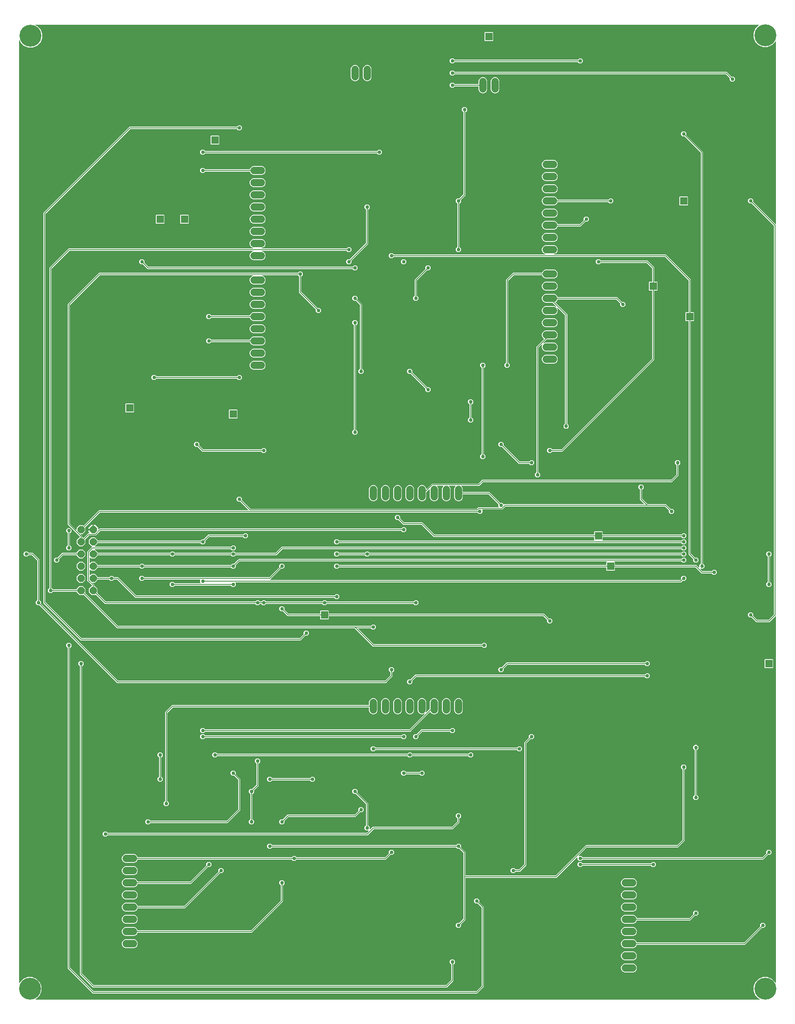
<source format=gbr>
G04 EAGLE Gerber X2 export*
%TF.Part,Single*%
%TF.FileFunction,Copper,L2,Bot,Mixed*%
%TF.FilePolarity,Positive*%
%TF.GenerationSoftware,Autodesk,EAGLE,9.0.1*%
%TF.CreationDate,2019-04-22T21:04:02Z*%
G75*
%MOMM*%
%FSLAX34Y34*%
%LPD*%
%AMOC8*
5,1,8,0,0,1.08239X$1,22.5*%
G01*
%ADD10P,1.649562X8X112.500000*%
%ADD11C,1.508000*%
%ADD12C,0.756400*%
%ADD13C,0.152400*%
%ADD14R,1.500000X1.500000*%
%ADD15C,4.572000*%

G36*
X1554916Y10176D02*
X1554916Y10176D01*
X1555013Y10186D01*
X1555037Y10196D01*
X1555063Y10200D01*
X1555148Y10246D01*
X1555238Y10286D01*
X1555257Y10303D01*
X1555280Y10316D01*
X1555347Y10386D01*
X1555419Y10452D01*
X1555431Y10475D01*
X1555449Y10494D01*
X1555490Y10582D01*
X1555537Y10668D01*
X1555542Y10693D01*
X1555553Y10717D01*
X1555564Y10814D01*
X1555581Y10910D01*
X1555577Y10936D01*
X1555580Y10961D01*
X1555559Y11057D01*
X1555545Y11153D01*
X1555533Y11176D01*
X1555528Y11202D01*
X1555478Y11285D01*
X1555434Y11372D01*
X1555415Y11391D01*
X1555402Y11413D01*
X1555328Y11476D01*
X1555258Y11544D01*
X1555229Y11560D01*
X1555215Y11573D01*
X1555184Y11585D01*
X1555111Y11625D01*
X1553367Y12348D01*
X1546508Y19207D01*
X1542795Y28170D01*
X1542795Y37870D01*
X1546508Y46833D01*
X1553367Y53692D01*
X1562330Y57405D01*
X1572030Y57405D01*
X1580993Y53692D01*
X1587852Y46833D01*
X1588375Y45572D01*
X1588426Y45489D01*
X1588472Y45403D01*
X1588491Y45385D01*
X1588504Y45363D01*
X1588579Y45301D01*
X1588650Y45234D01*
X1588674Y45223D01*
X1588694Y45206D01*
X1588785Y45171D01*
X1588873Y45130D01*
X1588899Y45127D01*
X1588923Y45118D01*
X1589021Y45114D01*
X1589117Y45103D01*
X1589143Y45108D01*
X1589169Y45107D01*
X1589263Y45134D01*
X1589358Y45155D01*
X1589380Y45169D01*
X1589405Y45176D01*
X1589485Y45231D01*
X1589569Y45281D01*
X1589586Y45301D01*
X1589607Y45316D01*
X1589666Y45394D01*
X1589729Y45468D01*
X1589739Y45492D01*
X1589754Y45513D01*
X1589784Y45606D01*
X1589821Y45696D01*
X1589824Y45729D01*
X1589830Y45747D01*
X1589830Y45780D01*
X1589839Y45863D01*
X1589839Y810068D01*
X1589828Y810138D01*
X1589826Y810210D01*
X1589808Y810259D01*
X1589800Y810310D01*
X1589766Y810374D01*
X1589741Y810441D01*
X1589709Y810482D01*
X1589684Y810528D01*
X1589633Y810577D01*
X1589588Y810633D01*
X1589544Y810661D01*
X1589506Y810697D01*
X1589441Y810727D01*
X1589381Y810766D01*
X1589330Y810779D01*
X1589283Y810801D01*
X1589212Y810809D01*
X1589142Y810826D01*
X1589090Y810822D01*
X1589039Y810828D01*
X1588968Y810813D01*
X1588897Y810807D01*
X1588849Y810787D01*
X1588798Y810776D01*
X1588737Y810739D01*
X1588671Y810711D01*
X1588615Y810666D01*
X1588587Y810649D01*
X1588572Y810632D01*
X1588540Y810606D01*
X1588224Y810290D01*
X1575747Y797813D01*
X1548453Y797813D01*
X1538996Y807270D01*
X1538922Y807323D01*
X1538852Y807383D01*
X1538822Y807395D01*
X1538796Y807414D01*
X1538709Y807441D01*
X1538624Y807475D01*
X1538583Y807479D01*
X1538561Y807486D01*
X1538529Y807485D01*
X1538457Y807493D01*
X1534502Y807493D01*
X1531393Y810602D01*
X1531393Y814998D01*
X1534502Y818107D01*
X1538898Y818107D01*
X1542007Y814998D01*
X1542007Y811043D01*
X1542021Y810952D01*
X1542029Y810862D01*
X1542041Y810832D01*
X1542046Y810800D01*
X1542089Y810719D01*
X1542125Y810635D01*
X1542151Y810603D01*
X1542162Y810582D01*
X1542185Y810560D01*
X1542230Y810504D01*
X1550124Y802610D01*
X1550198Y802557D01*
X1550268Y802497D01*
X1550298Y802485D01*
X1550324Y802466D01*
X1550411Y802439D01*
X1550496Y802405D01*
X1550537Y802401D01*
X1550559Y802394D01*
X1550591Y802395D01*
X1550663Y802387D01*
X1573537Y802387D01*
X1573628Y802401D01*
X1573718Y802409D01*
X1573748Y802421D01*
X1573780Y802426D01*
X1573861Y802469D01*
X1573945Y802505D01*
X1573977Y802531D01*
X1573998Y802542D01*
X1574020Y802565D01*
X1574076Y802610D01*
X1584990Y813524D01*
X1585036Y813587D01*
X1585060Y813613D01*
X1585064Y813623D01*
X1585103Y813668D01*
X1585115Y813698D01*
X1585134Y813724D01*
X1585161Y813811D01*
X1585195Y813896D01*
X1585199Y813937D01*
X1585206Y813959D01*
X1585205Y813991D01*
X1585213Y814063D01*
X1585213Y1624337D01*
X1585199Y1624428D01*
X1585191Y1624518D01*
X1585179Y1624548D01*
X1585174Y1624580D01*
X1585131Y1624661D01*
X1585095Y1624745D01*
X1585069Y1624777D01*
X1585058Y1624798D01*
X1585035Y1624820D01*
X1584990Y1624876D01*
X1538996Y1670870D01*
X1538922Y1670923D01*
X1538852Y1670983D01*
X1538822Y1670995D01*
X1538796Y1671014D01*
X1538709Y1671041D01*
X1538624Y1671075D01*
X1538583Y1671079D01*
X1538561Y1671086D01*
X1538529Y1671085D01*
X1538457Y1671093D01*
X1534502Y1671093D01*
X1531393Y1674202D01*
X1531393Y1678598D01*
X1534502Y1681707D01*
X1538898Y1681707D01*
X1542007Y1678598D01*
X1542007Y1674643D01*
X1542021Y1674552D01*
X1542029Y1674462D01*
X1542041Y1674432D01*
X1542046Y1674400D01*
X1542089Y1674319D01*
X1542125Y1674235D01*
X1542151Y1674203D01*
X1542162Y1674182D01*
X1542185Y1674160D01*
X1542230Y1674104D01*
X1588540Y1627794D01*
X1588598Y1627752D01*
X1588650Y1627703D01*
X1588697Y1627681D01*
X1588739Y1627651D01*
X1588808Y1627630D01*
X1588873Y1627599D01*
X1588925Y1627594D01*
X1588975Y1627578D01*
X1589046Y1627580D01*
X1589117Y1627572D01*
X1589168Y1627583D01*
X1589220Y1627585D01*
X1589288Y1627609D01*
X1589358Y1627624D01*
X1589403Y1627651D01*
X1589451Y1627669D01*
X1589507Y1627714D01*
X1589569Y1627751D01*
X1589603Y1627790D01*
X1589643Y1627823D01*
X1589682Y1627883D01*
X1589729Y1627938D01*
X1589748Y1627986D01*
X1589776Y1628030D01*
X1589794Y1628099D01*
X1589821Y1628166D01*
X1589829Y1628237D01*
X1589837Y1628268D01*
X1589835Y1628292D01*
X1589839Y1628332D01*
X1589839Y2008997D01*
X1589824Y2009093D01*
X1589814Y2009190D01*
X1589804Y2009214D01*
X1589800Y2009240D01*
X1589754Y2009326D01*
X1589714Y2009415D01*
X1589697Y2009434D01*
X1589684Y2009457D01*
X1589614Y2009524D01*
X1589548Y2009596D01*
X1589525Y2009608D01*
X1589506Y2009626D01*
X1589418Y2009667D01*
X1589332Y2009714D01*
X1589307Y2009719D01*
X1589283Y2009730D01*
X1589186Y2009741D01*
X1589090Y2009758D01*
X1589064Y2009754D01*
X1589039Y2009757D01*
X1588943Y2009736D01*
X1588847Y2009722D01*
X1588824Y2009710D01*
X1588798Y2009705D01*
X1588715Y2009655D01*
X1588628Y2009611D01*
X1588609Y2009592D01*
X1588587Y2009579D01*
X1588524Y2009505D01*
X1588456Y2009435D01*
X1588440Y2009407D01*
X1588427Y2009392D01*
X1588415Y2009361D01*
X1588375Y2009288D01*
X1587852Y2008027D01*
X1580993Y2001168D01*
X1572030Y1997455D01*
X1562330Y1997455D01*
X1553367Y2001168D01*
X1546508Y2008027D01*
X1542795Y2016990D01*
X1542795Y2026690D01*
X1546508Y2035653D01*
X1553405Y2042550D01*
X1553445Y2042572D01*
X1553463Y2042590D01*
X1553485Y2042604D01*
X1553547Y2042679D01*
X1553614Y2042750D01*
X1553625Y2042773D01*
X1553642Y2042793D01*
X1553677Y2042884D01*
X1553718Y2042973D01*
X1553721Y2042999D01*
X1553730Y2043023D01*
X1553734Y2043121D01*
X1553745Y2043217D01*
X1553740Y2043243D01*
X1553741Y2043269D01*
X1553714Y2043363D01*
X1553693Y2043458D01*
X1553680Y2043480D01*
X1553672Y2043505D01*
X1553617Y2043585D01*
X1553567Y2043669D01*
X1553547Y2043686D01*
X1553532Y2043707D01*
X1553454Y2043765D01*
X1553380Y2043829D01*
X1553356Y2043839D01*
X1553335Y2043854D01*
X1553242Y2043884D01*
X1553152Y2043921D01*
X1553120Y2043924D01*
X1553101Y2043930D01*
X1553068Y2043930D01*
X1552985Y2043939D01*
X45419Y2043939D01*
X45323Y2043924D01*
X45226Y2043914D01*
X45202Y2043904D01*
X45176Y2043900D01*
X45090Y2043854D01*
X45001Y2043814D01*
X44982Y2043797D01*
X44959Y2043784D01*
X44892Y2043714D01*
X44820Y2043648D01*
X44808Y2043625D01*
X44789Y2043606D01*
X44748Y2043518D01*
X44702Y2043432D01*
X44697Y2043407D01*
X44686Y2043383D01*
X44675Y2043286D01*
X44658Y2043190D01*
X44662Y2043164D01*
X44659Y2043139D01*
X44679Y2043043D01*
X44694Y2042947D01*
X44705Y2042924D01*
X44711Y2042898D01*
X44761Y2042815D01*
X44805Y2042728D01*
X44824Y2042709D01*
X44837Y2042687D01*
X44911Y2042624D01*
X44981Y2042556D01*
X45009Y2042540D01*
X45024Y2042527D01*
X45055Y2042515D01*
X45128Y2042475D01*
X48103Y2041242D01*
X54962Y2034383D01*
X58675Y2025420D01*
X58675Y2015720D01*
X54962Y2006757D01*
X48103Y1999898D01*
X39140Y1996185D01*
X29440Y1996185D01*
X20477Y1999898D01*
X13618Y2006757D01*
X11625Y2011567D01*
X11574Y2011650D01*
X11528Y2011736D01*
X11509Y2011754D01*
X11496Y2011776D01*
X11421Y2011838D01*
X11350Y2011905D01*
X11326Y2011916D01*
X11306Y2011933D01*
X11215Y2011968D01*
X11127Y2012009D01*
X11101Y2012012D01*
X11077Y2012021D01*
X10979Y2012025D01*
X10883Y2012036D01*
X10857Y2012031D01*
X10831Y2012032D01*
X10737Y2012004D01*
X10642Y2011984D01*
X10620Y2011970D01*
X10595Y2011963D01*
X10515Y2011908D01*
X10431Y2011858D01*
X10414Y2011838D01*
X10393Y2011823D01*
X10334Y2011745D01*
X10271Y2011671D01*
X10261Y2011646D01*
X10246Y2011625D01*
X10216Y2011533D01*
X10179Y2011443D01*
X10176Y2011410D01*
X10170Y2011392D01*
X10170Y2011359D01*
X10161Y2011276D01*
X10161Y45380D01*
X10176Y45284D01*
X10186Y45187D01*
X10196Y45163D01*
X10200Y45137D01*
X10246Y45052D01*
X10286Y44962D01*
X10303Y44943D01*
X10316Y44920D01*
X10386Y44853D01*
X10452Y44781D01*
X10475Y44769D01*
X10494Y44751D01*
X10582Y44710D01*
X10668Y44663D01*
X10693Y44658D01*
X10717Y44647D01*
X10814Y44636D01*
X10910Y44619D01*
X10936Y44623D01*
X10961Y44620D01*
X11057Y44641D01*
X11153Y44655D01*
X11176Y44667D01*
X11202Y44672D01*
X11285Y44722D01*
X11372Y44766D01*
X11391Y44785D01*
X11413Y44798D01*
X11476Y44872D01*
X11544Y44942D01*
X11560Y44971D01*
X11573Y44985D01*
X11585Y45016D01*
X11625Y45089D01*
X12348Y46833D01*
X19207Y53692D01*
X28170Y57405D01*
X37870Y57405D01*
X46833Y53692D01*
X53692Y46833D01*
X57405Y37870D01*
X57405Y28170D01*
X53692Y19207D01*
X46833Y12348D01*
X45089Y11625D01*
X45006Y11574D01*
X44920Y11528D01*
X44902Y11510D01*
X44880Y11496D01*
X44818Y11420D01*
X44751Y11350D01*
X44740Y11326D01*
X44723Y11306D01*
X44688Y11215D01*
X44647Y11127D01*
X44644Y11101D01*
X44635Y11077D01*
X44631Y10979D01*
X44620Y10883D01*
X44626Y10857D01*
X44624Y10831D01*
X44652Y10737D01*
X44672Y10642D01*
X44686Y10620D01*
X44693Y10595D01*
X44748Y10515D01*
X44798Y10431D01*
X44818Y10414D01*
X44833Y10393D01*
X44911Y10334D01*
X44985Y10271D01*
X45010Y10261D01*
X45031Y10246D01*
X45123Y10216D01*
X45214Y10179D01*
X45246Y10176D01*
X45264Y10170D01*
X45298Y10170D01*
X45380Y10161D01*
X1554820Y10161D01*
X1554916Y10176D01*
G37*
%LPC*%
G36*
X505802Y832893D02*
X505802Y832893D01*
X503005Y835690D01*
X502931Y835743D01*
X502861Y835803D01*
X502831Y835815D01*
X502805Y835834D01*
X502718Y835861D01*
X502633Y835895D01*
X502592Y835899D01*
X502570Y835906D01*
X502538Y835905D01*
X502467Y835913D01*
X189553Y835913D01*
X170488Y854978D01*
X170471Y854990D01*
X170459Y855006D01*
X170372Y855062D01*
X170288Y855122D01*
X170269Y855128D01*
X170252Y855139D01*
X170152Y855164D01*
X170053Y855194D01*
X170033Y855194D01*
X170014Y855199D01*
X169911Y855191D01*
X169807Y855188D01*
X169788Y855181D01*
X169768Y855180D01*
X169673Y855139D01*
X169576Y855104D01*
X169560Y855091D01*
X169542Y855083D01*
X169411Y854978D01*
X168888Y854455D01*
X161312Y854455D01*
X155955Y859812D01*
X155955Y867388D01*
X161312Y872745D01*
X162052Y872745D01*
X162072Y872748D01*
X162091Y872746D01*
X162193Y872768D01*
X162295Y872784D01*
X162312Y872794D01*
X162332Y872798D01*
X162421Y872851D01*
X162512Y872900D01*
X162526Y872914D01*
X162543Y872924D01*
X162610Y873003D01*
X162682Y873078D01*
X162690Y873096D01*
X162703Y873111D01*
X162742Y873207D01*
X162785Y873301D01*
X162787Y873321D01*
X162795Y873339D01*
X162813Y873506D01*
X162813Y873728D01*
X162799Y873818D01*
X162791Y873909D01*
X162779Y873939D01*
X162774Y873971D01*
X162731Y874052D01*
X162695Y874136D01*
X162669Y874168D01*
X162658Y874188D01*
X162635Y874211D01*
X162590Y874267D01*
X154470Y882387D01*
X152907Y883950D01*
X152907Y944850D01*
X154470Y946413D01*
X161281Y953224D01*
X162813Y954756D01*
X162854Y954814D01*
X162904Y954866D01*
X162926Y954913D01*
X162956Y954955D01*
X162977Y955024D01*
X163007Y955089D01*
X163013Y955141D01*
X163028Y955191D01*
X163027Y955262D01*
X163035Y955333D01*
X163023Y955384D01*
X163022Y955436D01*
X162997Y955504D01*
X162982Y955574D01*
X162956Y955619D01*
X162938Y955667D01*
X162893Y955723D01*
X162856Y955785D01*
X162817Y955819D01*
X162784Y955859D01*
X162724Y955898D01*
X162669Y955945D01*
X162621Y955964D01*
X162577Y955992D01*
X162508Y956010D01*
X162441Y956037D01*
X162370Y956045D01*
X162339Y956053D01*
X162315Y956051D01*
X162274Y956055D01*
X161312Y956055D01*
X155955Y961412D01*
X155955Y968988D01*
X161312Y974345D01*
X168888Y974345D01*
X174245Y968988D01*
X174245Y968248D01*
X174248Y968228D01*
X174246Y968209D01*
X174268Y968107D01*
X174284Y968005D01*
X174294Y967988D01*
X174298Y967968D01*
X174351Y967879D01*
X174400Y967788D01*
X174414Y967774D01*
X174424Y967757D01*
X174503Y967690D01*
X174578Y967618D01*
X174596Y967610D01*
X174611Y967597D01*
X174707Y967558D01*
X174801Y967515D01*
X174821Y967513D01*
X174839Y967505D01*
X175006Y967487D01*
X388167Y967487D01*
X388257Y967501D01*
X388348Y967509D01*
X388377Y967521D01*
X388409Y967526D01*
X388490Y967569D01*
X388574Y967605D01*
X388606Y967631D01*
X388627Y967642D01*
X388649Y967665D01*
X388705Y967710D01*
X391502Y970507D01*
X395457Y970507D01*
X395548Y970521D01*
X395638Y970529D01*
X395668Y970541D01*
X395700Y970546D01*
X395781Y970589D01*
X395865Y970625D01*
X395897Y970651D01*
X395918Y970662D01*
X395940Y970685D01*
X395996Y970730D01*
X405453Y980187D01*
X477067Y980187D01*
X477157Y980201D01*
X477248Y980209D01*
X477277Y980221D01*
X477309Y980226D01*
X477390Y980269D01*
X477474Y980305D01*
X477506Y980331D01*
X477527Y980342D01*
X477549Y980365D01*
X477605Y980410D01*
X480402Y983207D01*
X484798Y983207D01*
X487907Y980098D01*
X487907Y975702D01*
X484798Y972593D01*
X480402Y972593D01*
X477605Y975390D01*
X477531Y975443D01*
X477461Y975503D01*
X477431Y975515D01*
X477405Y975534D01*
X477318Y975561D01*
X477233Y975595D01*
X477192Y975599D01*
X477170Y975606D01*
X477138Y975605D01*
X477067Y975613D01*
X407663Y975613D01*
X407572Y975599D01*
X407482Y975591D01*
X407452Y975579D01*
X407420Y975574D01*
X407339Y975531D01*
X407255Y975495D01*
X407223Y975469D01*
X407202Y975458D01*
X407180Y975435D01*
X407124Y975390D01*
X399230Y967496D01*
X399177Y967422D01*
X399117Y967352D01*
X399105Y967322D01*
X399086Y967296D01*
X399059Y967209D01*
X399025Y967124D01*
X399021Y967083D01*
X399014Y967061D01*
X399015Y967029D01*
X399007Y966957D01*
X399007Y963002D01*
X395898Y959893D01*
X391502Y959893D01*
X388705Y962690D01*
X388631Y962743D01*
X388561Y962803D01*
X388531Y962815D01*
X388505Y962834D01*
X388418Y962861D01*
X388333Y962895D01*
X388292Y962899D01*
X388270Y962906D01*
X388238Y962905D01*
X388167Y962913D01*
X175006Y962913D01*
X174986Y962910D01*
X174967Y962912D01*
X174865Y962890D01*
X174763Y962874D01*
X174746Y962864D01*
X174726Y962860D01*
X174637Y962807D01*
X174546Y962758D01*
X174532Y962744D01*
X174515Y962734D01*
X174448Y962655D01*
X174376Y962580D01*
X174368Y962562D01*
X174355Y962547D01*
X174316Y962451D01*
X174273Y962357D01*
X174271Y962337D01*
X174263Y962319D01*
X174245Y962152D01*
X174245Y961412D01*
X168919Y956086D01*
X168877Y956028D01*
X168828Y955976D01*
X168806Y955929D01*
X168775Y955887D01*
X168754Y955818D01*
X168724Y955753D01*
X168718Y955701D01*
X168703Y955651D01*
X168705Y955580D01*
X168697Y955509D01*
X168708Y955458D01*
X168709Y955406D01*
X168734Y955338D01*
X168749Y955268D01*
X168776Y955223D01*
X168794Y955175D01*
X168839Y955119D01*
X168875Y955057D01*
X168915Y955023D01*
X168947Y954983D01*
X169008Y954944D01*
X169062Y954897D01*
X169111Y954878D01*
X169154Y954850D01*
X169224Y954832D01*
X169290Y954805D01*
X169362Y954797D01*
X169393Y954789D01*
X169416Y954791D01*
X169457Y954787D01*
X451667Y954787D01*
X451757Y954801D01*
X451848Y954809D01*
X451877Y954821D01*
X451909Y954826D01*
X451990Y954869D01*
X452074Y954905D01*
X452106Y954931D01*
X452127Y954942D01*
X452149Y954965D01*
X452205Y955010D01*
X455002Y957807D01*
X459398Y957807D01*
X462507Y954698D01*
X462507Y950302D01*
X459398Y947193D01*
X455002Y947193D01*
X452205Y949990D01*
X452131Y950043D01*
X452061Y950103D01*
X452031Y950115D01*
X452005Y950134D01*
X451918Y950161D01*
X451833Y950195D01*
X451792Y950199D01*
X451770Y950206D01*
X451738Y950205D01*
X451667Y950213D01*
X169457Y950213D01*
X169386Y950202D01*
X169315Y950200D01*
X169266Y950182D01*
X169214Y950174D01*
X169151Y950140D01*
X169084Y950115D01*
X169043Y950083D01*
X168997Y950058D01*
X168948Y950006D01*
X168892Y949962D01*
X168863Y949918D01*
X168828Y949880D01*
X168797Y949815D01*
X168759Y949755D01*
X168746Y949704D01*
X168724Y949657D01*
X168716Y949586D01*
X168699Y949516D01*
X168703Y949464D01*
X168697Y949413D01*
X168712Y949342D01*
X168718Y949271D01*
X168738Y949223D01*
X168749Y949172D01*
X168786Y949111D01*
X168814Y949045D01*
X168859Y948989D01*
X168875Y948961D01*
X168893Y948946D01*
X168919Y948914D01*
X174245Y943588D01*
X174245Y942848D01*
X174248Y942828D01*
X174246Y942809D01*
X174268Y942707D01*
X174284Y942605D01*
X174294Y942588D01*
X174298Y942568D01*
X174351Y942479D01*
X174400Y942388D01*
X174414Y942374D01*
X174424Y942357D01*
X174503Y942290D01*
X174578Y942218D01*
X174596Y942210D01*
X174611Y942197D01*
X174707Y942158D01*
X174801Y942115D01*
X174821Y942113D01*
X174839Y942105D01*
X175006Y942087D01*
X324667Y942087D01*
X324757Y942101D01*
X324848Y942109D01*
X324877Y942121D01*
X324909Y942126D01*
X324990Y942169D01*
X325074Y942205D01*
X325106Y942231D01*
X325127Y942242D01*
X325149Y942265D01*
X325205Y942310D01*
X328002Y945107D01*
X332398Y945107D01*
X335195Y942310D01*
X335269Y942257D01*
X335339Y942197D01*
X335369Y942185D01*
X335395Y942166D01*
X335482Y942139D01*
X335567Y942105D01*
X335608Y942101D01*
X335630Y942094D01*
X335662Y942095D01*
X335733Y942087D01*
X451667Y942087D01*
X451757Y942101D01*
X451848Y942109D01*
X451877Y942121D01*
X451909Y942126D01*
X451990Y942169D01*
X452074Y942205D01*
X452106Y942231D01*
X452127Y942242D01*
X452149Y942265D01*
X452205Y942310D01*
X455002Y945107D01*
X459398Y945107D01*
X462195Y942310D01*
X462269Y942257D01*
X462339Y942197D01*
X462369Y942185D01*
X462395Y942166D01*
X462482Y942139D01*
X462567Y942105D01*
X462608Y942101D01*
X462630Y942094D01*
X462662Y942095D01*
X462733Y942087D01*
X544837Y942087D01*
X544928Y942101D01*
X545018Y942109D01*
X545048Y942121D01*
X545080Y942126D01*
X545161Y942169D01*
X545245Y942205D01*
X545277Y942231D01*
X545298Y942242D01*
X545320Y942265D01*
X545376Y942310D01*
X557853Y954787D01*
X1391467Y954787D01*
X1391557Y954801D01*
X1391648Y954809D01*
X1391677Y954821D01*
X1391709Y954826D01*
X1391790Y954869D01*
X1391874Y954905D01*
X1391906Y954931D01*
X1391927Y954942D01*
X1391949Y954965D01*
X1392005Y955010D01*
X1394802Y957807D01*
X1399198Y957807D01*
X1402307Y954698D01*
X1402307Y950302D01*
X1399198Y947193D01*
X1394802Y947193D01*
X1392005Y949990D01*
X1391931Y950043D01*
X1391861Y950103D01*
X1391831Y950115D01*
X1391805Y950134D01*
X1391718Y950161D01*
X1391633Y950195D01*
X1391592Y950199D01*
X1391570Y950206D01*
X1391538Y950205D01*
X1391467Y950213D01*
X560063Y950213D01*
X559972Y950199D01*
X559882Y950191D01*
X559852Y950179D01*
X559820Y950174D01*
X559739Y950131D01*
X559655Y950095D01*
X559623Y950069D01*
X559602Y950058D01*
X559580Y950035D01*
X559524Y949990D01*
X547047Y937513D01*
X462733Y937513D01*
X462643Y937499D01*
X462552Y937491D01*
X462523Y937479D01*
X462491Y937474D01*
X462410Y937431D01*
X462326Y937395D01*
X462294Y937369D01*
X462273Y937358D01*
X462251Y937335D01*
X462195Y937290D01*
X459398Y934493D01*
X455002Y934493D01*
X452205Y937290D01*
X452131Y937343D01*
X452061Y937403D01*
X452031Y937415D01*
X452005Y937434D01*
X451918Y937461D01*
X451833Y937495D01*
X451792Y937499D01*
X451770Y937506D01*
X451738Y937505D01*
X451667Y937513D01*
X335733Y937513D01*
X335643Y937499D01*
X335552Y937491D01*
X335523Y937479D01*
X335491Y937474D01*
X335410Y937431D01*
X335326Y937395D01*
X335294Y937369D01*
X335273Y937358D01*
X335251Y937335D01*
X335195Y937290D01*
X332398Y934493D01*
X328002Y934493D01*
X325205Y937290D01*
X325131Y937343D01*
X325061Y937403D01*
X325031Y937415D01*
X325005Y937434D01*
X324918Y937461D01*
X324833Y937495D01*
X324792Y937499D01*
X324770Y937506D01*
X324738Y937505D01*
X324667Y937513D01*
X175006Y937513D01*
X174986Y937510D01*
X174967Y937512D01*
X174865Y937490D01*
X174763Y937474D01*
X174746Y937464D01*
X174726Y937460D01*
X174637Y937407D01*
X174546Y937358D01*
X174532Y937344D01*
X174515Y937334D01*
X174448Y937255D01*
X174376Y937180D01*
X174368Y937162D01*
X174355Y937147D01*
X174316Y937051D01*
X174273Y936957D01*
X174271Y936937D01*
X174263Y936919D01*
X174245Y936752D01*
X174245Y936012D01*
X168888Y930655D01*
X161312Y930655D01*
X158780Y933187D01*
X158722Y933229D01*
X158670Y933278D01*
X158623Y933300D01*
X158581Y933331D01*
X158512Y933352D01*
X158447Y933382D01*
X158395Y933388D01*
X158345Y933403D01*
X158274Y933401D01*
X158203Y933409D01*
X158152Y933398D01*
X158100Y933397D01*
X158032Y933372D01*
X157962Y933357D01*
X157917Y933330D01*
X157869Y933312D01*
X157813Y933267D01*
X157751Y933231D01*
X157717Y933191D01*
X157677Y933159D01*
X157638Y933098D01*
X157591Y933044D01*
X157572Y932995D01*
X157544Y932952D01*
X157526Y932882D01*
X157499Y932816D01*
X157491Y932744D01*
X157483Y932713D01*
X157485Y932690D01*
X157481Y932649D01*
X157481Y921551D01*
X157492Y921480D01*
X157494Y921409D01*
X157512Y921360D01*
X157520Y921308D01*
X157554Y921245D01*
X157579Y921178D01*
X157611Y921137D01*
X157636Y921091D01*
X157688Y921042D01*
X157732Y920986D01*
X157776Y920957D01*
X157814Y920922D01*
X157879Y920891D01*
X157939Y920853D01*
X157990Y920840D01*
X158037Y920818D01*
X158108Y920810D01*
X158178Y920793D01*
X158230Y920797D01*
X158281Y920791D01*
X158352Y920806D01*
X158423Y920812D01*
X158471Y920832D01*
X158522Y920843D01*
X158583Y920880D01*
X158649Y920908D01*
X158705Y920953D01*
X158733Y920969D01*
X158748Y920987D01*
X158780Y921013D01*
X161312Y923545D01*
X168888Y923545D01*
X174245Y918188D01*
X174245Y917448D01*
X174248Y917428D01*
X174246Y917409D01*
X174268Y917307D01*
X174284Y917205D01*
X174294Y917188D01*
X174298Y917168D01*
X174351Y917079D01*
X174400Y916988D01*
X174414Y916974D01*
X174424Y916957D01*
X174503Y916890D01*
X174578Y916818D01*
X174596Y916810D01*
X174611Y916797D01*
X174707Y916758D01*
X174801Y916715D01*
X174821Y916713D01*
X174839Y916705D01*
X175006Y916687D01*
X261167Y916687D01*
X261257Y916701D01*
X261348Y916709D01*
X261377Y916721D01*
X261409Y916726D01*
X261490Y916769D01*
X261574Y916805D01*
X261606Y916831D01*
X261627Y916842D01*
X261649Y916865D01*
X261705Y916910D01*
X264502Y919707D01*
X268898Y919707D01*
X271695Y916910D01*
X271769Y916857D01*
X271839Y916797D01*
X271869Y916785D01*
X271895Y916766D01*
X271982Y916739D01*
X272067Y916705D01*
X272108Y916701D01*
X272130Y916694D01*
X272162Y916695D01*
X272233Y916687D01*
X451667Y916687D01*
X451757Y916701D01*
X451848Y916709D01*
X451877Y916721D01*
X451909Y916726D01*
X451990Y916769D01*
X452074Y916805D01*
X452106Y916831D01*
X452127Y916842D01*
X452149Y916865D01*
X452205Y916910D01*
X455002Y919707D01*
X458958Y919707D01*
X459048Y919721D01*
X459139Y919729D01*
X459168Y919741D01*
X459200Y919746D01*
X459281Y919789D01*
X459365Y919825D01*
X459397Y919851D01*
X459418Y919862D01*
X459440Y919885D01*
X459496Y919930D01*
X467390Y927824D01*
X468953Y929387D01*
X1391467Y929387D01*
X1391557Y929401D01*
X1391648Y929409D01*
X1391677Y929421D01*
X1391709Y929426D01*
X1391790Y929469D01*
X1391874Y929505D01*
X1391906Y929531D01*
X1391927Y929542D01*
X1391949Y929565D01*
X1392005Y929610D01*
X1394802Y932407D01*
X1399198Y932407D01*
X1402307Y929298D01*
X1402307Y924902D01*
X1399198Y921793D01*
X1394802Y921793D01*
X1392005Y924590D01*
X1391931Y924643D01*
X1391861Y924703D01*
X1391831Y924715D01*
X1391805Y924734D01*
X1391718Y924761D01*
X1391633Y924795D01*
X1391592Y924799D01*
X1391570Y924806D01*
X1391538Y924805D01*
X1391467Y924813D01*
X1253181Y924813D01*
X1253110Y924802D01*
X1253038Y924800D01*
X1252989Y924782D01*
X1252938Y924774D01*
X1252875Y924740D01*
X1252807Y924715D01*
X1252767Y924683D01*
X1252721Y924658D01*
X1252671Y924606D01*
X1252615Y924562D01*
X1252587Y924518D01*
X1252551Y924480D01*
X1252521Y924415D01*
X1252482Y924355D01*
X1252470Y924304D01*
X1252448Y924257D01*
X1252440Y924186D01*
X1252422Y924116D01*
X1252426Y924064D01*
X1252421Y924013D01*
X1252436Y923942D01*
X1252441Y923871D01*
X1252462Y923823D01*
X1252473Y923772D01*
X1252510Y923711D01*
X1252538Y923645D01*
X1252583Y923589D01*
X1252599Y923561D01*
X1252617Y923546D01*
X1252643Y923514D01*
X1253625Y922532D01*
X1253625Y917448D01*
X1253628Y917428D01*
X1253626Y917409D01*
X1253648Y917307D01*
X1253664Y917205D01*
X1253674Y917188D01*
X1253678Y917168D01*
X1253731Y917079D01*
X1253780Y916988D01*
X1253794Y916974D01*
X1253804Y916957D01*
X1253883Y916890D01*
X1253958Y916818D01*
X1253976Y916810D01*
X1253991Y916797D01*
X1254087Y916758D01*
X1254181Y916715D01*
X1254201Y916713D01*
X1254219Y916705D01*
X1254386Y916687D01*
X1423347Y916687D01*
X1428494Y911540D01*
X1428552Y911498D01*
X1428604Y911449D01*
X1428651Y911427D01*
X1428693Y911397D01*
X1428762Y911376D01*
X1428827Y911345D01*
X1428879Y911340D01*
X1428929Y911324D01*
X1429000Y911326D01*
X1429071Y911318D01*
X1429122Y911329D01*
X1429174Y911331D01*
X1429242Y911355D01*
X1429312Y911370D01*
X1429357Y911397D01*
X1429405Y911415D01*
X1429461Y911460D01*
X1429523Y911497D01*
X1429557Y911536D01*
X1429597Y911569D01*
X1429636Y911629D01*
X1429683Y911684D01*
X1429702Y911732D01*
X1429730Y911776D01*
X1429748Y911845D01*
X1429775Y911912D01*
X1429783Y911983D01*
X1429791Y912014D01*
X1429789Y912038D01*
X1429793Y912078D01*
X1429793Y916598D01*
X1432590Y919395D01*
X1432643Y919469D01*
X1432703Y919539D01*
X1432715Y919569D01*
X1432734Y919595D01*
X1432761Y919682D01*
X1432795Y919767D01*
X1432799Y919808D01*
X1432806Y919830D01*
X1432805Y919862D01*
X1432813Y919933D01*
X1432813Y1776737D01*
X1432799Y1776828D01*
X1432791Y1776918D01*
X1432779Y1776948D01*
X1432774Y1776980D01*
X1432731Y1777061D01*
X1432695Y1777145D01*
X1432669Y1777177D01*
X1432658Y1777198D01*
X1432635Y1777220D01*
X1432590Y1777276D01*
X1399296Y1810570D01*
X1399222Y1810623D01*
X1399152Y1810683D01*
X1399122Y1810695D01*
X1399096Y1810714D01*
X1399009Y1810741D01*
X1398924Y1810775D01*
X1398883Y1810779D01*
X1398861Y1810786D01*
X1398829Y1810785D01*
X1398757Y1810793D01*
X1394802Y1810793D01*
X1391693Y1813902D01*
X1391693Y1818298D01*
X1394802Y1821407D01*
X1399198Y1821407D01*
X1402307Y1818298D01*
X1402307Y1814343D01*
X1402321Y1814252D01*
X1402329Y1814162D01*
X1402341Y1814132D01*
X1402346Y1814100D01*
X1402389Y1814019D01*
X1402425Y1813935D01*
X1402451Y1813903D01*
X1402462Y1813882D01*
X1402485Y1813860D01*
X1402500Y1813841D01*
X1402505Y1813832D01*
X1402511Y1813828D01*
X1402530Y1813804D01*
X1437387Y1778947D01*
X1437387Y919933D01*
X1437401Y919843D01*
X1437409Y919752D01*
X1437421Y919723D01*
X1437426Y919691D01*
X1437469Y919610D01*
X1437505Y919526D01*
X1437531Y919494D01*
X1437542Y919473D01*
X1437565Y919451D01*
X1437610Y919395D01*
X1440407Y916598D01*
X1440407Y912202D01*
X1437298Y909093D01*
X1432778Y909093D01*
X1432708Y909082D01*
X1432636Y909080D01*
X1432587Y909062D01*
X1432536Y909054D01*
X1432472Y909020D01*
X1432405Y908995D01*
X1432364Y908963D01*
X1432318Y908938D01*
X1432269Y908886D01*
X1432213Y908842D01*
X1432185Y908798D01*
X1432149Y908760D01*
X1432119Y908695D01*
X1432080Y908635D01*
X1432067Y908584D01*
X1432045Y908537D01*
X1432037Y908466D01*
X1432020Y908396D01*
X1432024Y908344D01*
X1432018Y908293D01*
X1432033Y908222D01*
X1432039Y908151D01*
X1432059Y908103D01*
X1432070Y908052D01*
X1432107Y907991D01*
X1432135Y907925D01*
X1432180Y907869D01*
X1432197Y907841D01*
X1432214Y907826D01*
X1432240Y907794D01*
X1435824Y904210D01*
X1435898Y904157D01*
X1435968Y904097D01*
X1435998Y904085D01*
X1436024Y904066D01*
X1436111Y904039D01*
X1436196Y904005D01*
X1436237Y904001D01*
X1436259Y903994D01*
X1436291Y903995D01*
X1436363Y903987D01*
X1454967Y903987D01*
X1455057Y904001D01*
X1455148Y904009D01*
X1455177Y904021D01*
X1455209Y904026D01*
X1455290Y904069D01*
X1455374Y904105D01*
X1455406Y904131D01*
X1455427Y904142D01*
X1455449Y904165D01*
X1455505Y904210D01*
X1458302Y907007D01*
X1462698Y907007D01*
X1465807Y903898D01*
X1465807Y899502D01*
X1462698Y896393D01*
X1458302Y896393D01*
X1455505Y899190D01*
X1455431Y899243D01*
X1455361Y899303D01*
X1455331Y899315D01*
X1455305Y899334D01*
X1455218Y899361D01*
X1455133Y899395D01*
X1455092Y899399D01*
X1455070Y899406D01*
X1455038Y899405D01*
X1454967Y899413D01*
X1434153Y899413D01*
X1421676Y911890D01*
X1421602Y911943D01*
X1421532Y912003D01*
X1421502Y912015D01*
X1421476Y912034D01*
X1421389Y912061D01*
X1421304Y912095D01*
X1421263Y912099D01*
X1421241Y912106D01*
X1421209Y912105D01*
X1421137Y912113D01*
X1254386Y912113D01*
X1254366Y912110D01*
X1254347Y912112D01*
X1254245Y912090D01*
X1254143Y912074D01*
X1254126Y912064D01*
X1254106Y912060D01*
X1254017Y912007D01*
X1253926Y911958D01*
X1253912Y911944D01*
X1253895Y911934D01*
X1253828Y911855D01*
X1253756Y911780D01*
X1253748Y911762D01*
X1253735Y911747D01*
X1253696Y911651D01*
X1253653Y911557D01*
X1253651Y911537D01*
X1253643Y911519D01*
X1253625Y911352D01*
X1253625Y906268D01*
X1252732Y905375D01*
X1236468Y905375D01*
X1235575Y906268D01*
X1235575Y911352D01*
X1235572Y911372D01*
X1235574Y911391D01*
X1235552Y911493D01*
X1235536Y911595D01*
X1235526Y911612D01*
X1235522Y911632D01*
X1235469Y911721D01*
X1235420Y911812D01*
X1235406Y911826D01*
X1235396Y911843D01*
X1235317Y911910D01*
X1235242Y911982D01*
X1235224Y911990D01*
X1235209Y912003D01*
X1235113Y912042D01*
X1235019Y912085D01*
X1234999Y912087D01*
X1234981Y912095D01*
X1234814Y912113D01*
X678633Y912113D01*
X678543Y912099D01*
X678452Y912091D01*
X678423Y912079D01*
X678391Y912074D01*
X678310Y912031D01*
X678226Y911995D01*
X678194Y911969D01*
X678173Y911958D01*
X678151Y911935D01*
X678095Y911890D01*
X675298Y909093D01*
X670902Y909093D01*
X667793Y912202D01*
X667793Y916598D01*
X670902Y919707D01*
X675298Y919707D01*
X678095Y916910D01*
X678169Y916857D01*
X678239Y916797D01*
X678269Y916785D01*
X678295Y916766D01*
X678382Y916739D01*
X678467Y916705D01*
X678508Y916701D01*
X678530Y916694D01*
X678562Y916695D01*
X678633Y916687D01*
X1234814Y916687D01*
X1234834Y916690D01*
X1234853Y916688D01*
X1234955Y916710D01*
X1235057Y916726D01*
X1235074Y916736D01*
X1235094Y916740D01*
X1235183Y916793D01*
X1235274Y916842D01*
X1235288Y916856D01*
X1235305Y916866D01*
X1235372Y916945D01*
X1235444Y917020D01*
X1235452Y917038D01*
X1235465Y917053D01*
X1235504Y917149D01*
X1235547Y917243D01*
X1235549Y917263D01*
X1235557Y917281D01*
X1235575Y917448D01*
X1235575Y922532D01*
X1236557Y923514D01*
X1236599Y923572D01*
X1236649Y923624D01*
X1236671Y923671D01*
X1236701Y923713D01*
X1236722Y923782D01*
X1236752Y923847D01*
X1236758Y923899D01*
X1236773Y923949D01*
X1236771Y924020D01*
X1236779Y924091D01*
X1236768Y924142D01*
X1236767Y924194D01*
X1236742Y924262D01*
X1236727Y924332D01*
X1236700Y924377D01*
X1236683Y924425D01*
X1236638Y924481D01*
X1236601Y924543D01*
X1236561Y924577D01*
X1236529Y924617D01*
X1236469Y924656D01*
X1236414Y924703D01*
X1236366Y924722D01*
X1236322Y924750D01*
X1236252Y924768D01*
X1236186Y924795D01*
X1236115Y924803D01*
X1236083Y924811D01*
X1236060Y924809D01*
X1236019Y924813D01*
X471162Y924813D01*
X471072Y924799D01*
X470981Y924791D01*
X470952Y924779D01*
X470920Y924774D01*
X470839Y924731D01*
X470755Y924695D01*
X470723Y924669D01*
X470702Y924658D01*
X470680Y924635D01*
X470624Y924590D01*
X462730Y916696D01*
X462677Y916622D01*
X462617Y916552D01*
X462605Y916522D01*
X462586Y916496D01*
X462559Y916409D01*
X462525Y916324D01*
X462521Y916283D01*
X462514Y916261D01*
X462515Y916229D01*
X462507Y916158D01*
X462507Y912202D01*
X459398Y909093D01*
X455002Y909093D01*
X452205Y911890D01*
X452131Y911943D01*
X452061Y912003D01*
X452031Y912015D01*
X452005Y912034D01*
X451918Y912061D01*
X451833Y912095D01*
X451792Y912099D01*
X451770Y912106D01*
X451738Y912105D01*
X451667Y912113D01*
X272233Y912113D01*
X272143Y912099D01*
X272052Y912091D01*
X272023Y912079D01*
X271991Y912074D01*
X271910Y912031D01*
X271826Y911995D01*
X271794Y911969D01*
X271773Y911958D01*
X271751Y911935D01*
X271695Y911890D01*
X268898Y909093D01*
X264502Y909093D01*
X261705Y911890D01*
X261631Y911943D01*
X261561Y912003D01*
X261531Y912015D01*
X261505Y912034D01*
X261418Y912061D01*
X261333Y912095D01*
X261292Y912099D01*
X261270Y912106D01*
X261238Y912105D01*
X261167Y912113D01*
X175006Y912113D01*
X174986Y912110D01*
X174967Y912112D01*
X174865Y912090D01*
X174763Y912074D01*
X174746Y912064D01*
X174726Y912060D01*
X174637Y912007D01*
X174546Y911958D01*
X174532Y911944D01*
X174515Y911934D01*
X174448Y911855D01*
X174376Y911780D01*
X174368Y911762D01*
X174355Y911747D01*
X174316Y911651D01*
X174273Y911557D01*
X174271Y911537D01*
X174263Y911519D01*
X174245Y911352D01*
X174245Y910612D01*
X168888Y905255D01*
X161312Y905255D01*
X158780Y907787D01*
X158722Y907829D01*
X158670Y907878D01*
X158623Y907900D01*
X158581Y907931D01*
X158512Y907952D01*
X158447Y907982D01*
X158395Y907988D01*
X158345Y908003D01*
X158274Y908001D01*
X158203Y908009D01*
X158152Y907998D01*
X158100Y907997D01*
X158032Y907972D01*
X157962Y907957D01*
X157917Y907930D01*
X157869Y907912D01*
X157813Y907867D01*
X157751Y907831D01*
X157717Y907791D01*
X157677Y907759D01*
X157638Y907698D01*
X157591Y907644D01*
X157572Y907595D01*
X157544Y907552D01*
X157526Y907482D01*
X157499Y907416D01*
X157491Y907344D01*
X157483Y907313D01*
X157485Y907290D01*
X157481Y907249D01*
X157481Y896151D01*
X157492Y896080D01*
X157494Y896009D01*
X157512Y895960D01*
X157520Y895908D01*
X157554Y895845D01*
X157579Y895778D01*
X157611Y895737D01*
X157636Y895691D01*
X157688Y895642D01*
X157732Y895586D01*
X157776Y895557D01*
X157814Y895522D01*
X157879Y895491D01*
X157939Y895453D01*
X157990Y895440D01*
X158037Y895418D01*
X158108Y895410D01*
X158178Y895393D01*
X158230Y895397D01*
X158281Y895391D01*
X158352Y895406D01*
X158423Y895412D01*
X158471Y895432D01*
X158522Y895443D01*
X158583Y895480D01*
X158649Y895508D01*
X158705Y895553D01*
X158733Y895569D01*
X158748Y895587D01*
X158780Y895613D01*
X161312Y898145D01*
X168888Y898145D01*
X174245Y892788D01*
X174245Y892048D01*
X174248Y892028D01*
X174246Y892009D01*
X174268Y891907D01*
X174284Y891805D01*
X174294Y891788D01*
X174298Y891768D01*
X174351Y891679D01*
X174400Y891588D01*
X174414Y891574D01*
X174424Y891557D01*
X174503Y891490D01*
X174578Y891418D01*
X174596Y891410D01*
X174611Y891397D01*
X174707Y891358D01*
X174801Y891315D01*
X174821Y891313D01*
X174839Y891305D01*
X175006Y891287D01*
X197667Y891287D01*
X197757Y891301D01*
X197848Y891309D01*
X197877Y891321D01*
X197909Y891326D01*
X197990Y891369D01*
X198074Y891405D01*
X198106Y891431D01*
X198127Y891442D01*
X198149Y891465D01*
X198205Y891510D01*
X201002Y894307D01*
X205398Y894307D01*
X208195Y891510D01*
X208269Y891457D01*
X208339Y891397D01*
X208369Y891385D01*
X208395Y891366D01*
X208482Y891339D01*
X208567Y891305D01*
X208608Y891301D01*
X208630Y891294D01*
X208662Y891295D01*
X208733Y891287D01*
X216847Y891287D01*
X254724Y853410D01*
X254798Y853357D01*
X254868Y853297D01*
X254898Y853285D01*
X254924Y853266D01*
X255011Y853239D01*
X255096Y853205D01*
X255137Y853201D01*
X255159Y853194D01*
X255191Y853195D01*
X255263Y853187D01*
X667567Y853187D01*
X667657Y853201D01*
X667748Y853209D01*
X667777Y853221D01*
X667809Y853226D01*
X667890Y853269D01*
X667974Y853305D01*
X668006Y853331D01*
X668027Y853342D01*
X668049Y853365D01*
X668105Y853410D01*
X670902Y856207D01*
X675298Y856207D01*
X678407Y853098D01*
X678407Y848702D01*
X675298Y845593D01*
X670902Y845593D01*
X668105Y848390D01*
X668031Y848443D01*
X667961Y848503D01*
X667931Y848515D01*
X667905Y848534D01*
X667818Y848561D01*
X667733Y848595D01*
X667692Y848599D01*
X667670Y848606D01*
X667638Y848605D01*
X667567Y848613D01*
X253053Y848613D01*
X215176Y886490D01*
X215102Y886543D01*
X215032Y886603D01*
X215002Y886615D01*
X214976Y886634D01*
X214889Y886661D01*
X214804Y886695D01*
X214763Y886699D01*
X214741Y886706D01*
X214709Y886705D01*
X214637Y886713D01*
X208733Y886713D01*
X208643Y886699D01*
X208552Y886691D01*
X208523Y886679D01*
X208491Y886674D01*
X208410Y886631D01*
X208326Y886595D01*
X208294Y886569D01*
X208273Y886558D01*
X208251Y886535D01*
X208195Y886490D01*
X205398Y883693D01*
X201002Y883693D01*
X198205Y886490D01*
X198131Y886543D01*
X198061Y886603D01*
X198031Y886615D01*
X198005Y886634D01*
X197918Y886661D01*
X197833Y886695D01*
X197792Y886699D01*
X197770Y886706D01*
X197738Y886705D01*
X197667Y886713D01*
X175006Y886713D01*
X174986Y886710D01*
X174967Y886712D01*
X174865Y886690D01*
X174763Y886674D01*
X174746Y886664D01*
X174726Y886660D01*
X174637Y886607D01*
X174546Y886558D01*
X174532Y886544D01*
X174515Y886534D01*
X174448Y886455D01*
X174376Y886380D01*
X174368Y886362D01*
X174355Y886347D01*
X174316Y886251D01*
X174273Y886157D01*
X174271Y886137D01*
X174263Y886119D01*
X174245Y885952D01*
X174245Y885212D01*
X168888Y879855D01*
X165307Y879855D01*
X165236Y879844D01*
X165165Y879842D01*
X165116Y879824D01*
X165064Y879816D01*
X165001Y879782D01*
X164934Y879757D01*
X164893Y879725D01*
X164847Y879700D01*
X164798Y879649D01*
X164742Y879604D01*
X164714Y879560D01*
X164678Y879522D01*
X164648Y879457D01*
X164609Y879397D01*
X164596Y879346D01*
X164574Y879299D01*
X164566Y879228D01*
X164549Y879158D01*
X164553Y879106D01*
X164547Y879055D01*
X164562Y878984D01*
X164568Y878913D01*
X164588Y878865D01*
X164599Y878814D01*
X164636Y878753D01*
X164664Y878687D01*
X164709Y878631D01*
X164725Y878603D01*
X164743Y878588D01*
X164769Y878556D01*
X165824Y877500D01*
X167387Y875938D01*
X167387Y873506D01*
X167390Y873486D01*
X167388Y873467D01*
X167410Y873365D01*
X167426Y873263D01*
X167436Y873246D01*
X167440Y873226D01*
X167493Y873137D01*
X167542Y873046D01*
X167556Y873032D01*
X167566Y873015D01*
X167645Y872948D01*
X167720Y872876D01*
X167738Y872868D01*
X167753Y872855D01*
X167849Y872816D01*
X167943Y872773D01*
X167963Y872771D01*
X167981Y872763D01*
X168148Y872745D01*
X168888Y872745D01*
X174245Y867388D01*
X174245Y859812D01*
X173722Y859289D01*
X173710Y859273D01*
X173694Y859260D01*
X173638Y859173D01*
X173578Y859089D01*
X173572Y859070D01*
X173561Y859053D01*
X173536Y858953D01*
X173506Y858854D01*
X173506Y858834D01*
X173501Y858815D01*
X173509Y858712D01*
X173512Y858608D01*
X173519Y858589D01*
X173520Y858570D01*
X173561Y858475D01*
X173596Y858377D01*
X173609Y858362D01*
X173617Y858343D01*
X173722Y858212D01*
X191224Y840710D01*
X191298Y840657D01*
X191368Y840597D01*
X191398Y840585D01*
X191424Y840566D01*
X191511Y840539D01*
X191596Y840505D01*
X191637Y840501D01*
X191659Y840494D01*
X191691Y840495D01*
X191763Y840487D01*
X502467Y840487D01*
X502557Y840501D01*
X502648Y840509D01*
X502677Y840521D01*
X502709Y840526D01*
X502790Y840569D01*
X502874Y840605D01*
X502906Y840631D01*
X502927Y840642D01*
X502949Y840665D01*
X503005Y840710D01*
X505802Y843507D01*
X510198Y843507D01*
X512995Y840710D01*
X513069Y840657D01*
X513139Y840597D01*
X513169Y840585D01*
X513195Y840566D01*
X513282Y840539D01*
X513367Y840505D01*
X513408Y840501D01*
X513430Y840494D01*
X513462Y840495D01*
X513533Y840487D01*
X515167Y840487D01*
X515257Y840501D01*
X515348Y840509D01*
X515377Y840521D01*
X515409Y840526D01*
X515490Y840569D01*
X515574Y840605D01*
X515606Y840631D01*
X515627Y840642D01*
X515649Y840665D01*
X515705Y840710D01*
X518502Y843507D01*
X522898Y843507D01*
X525695Y840710D01*
X525769Y840657D01*
X525839Y840597D01*
X525869Y840585D01*
X525895Y840566D01*
X525982Y840539D01*
X526067Y840505D01*
X526108Y840501D01*
X526130Y840494D01*
X526162Y840495D01*
X526233Y840487D01*
X642167Y840487D01*
X642257Y840501D01*
X642348Y840509D01*
X642377Y840521D01*
X642409Y840526D01*
X642490Y840569D01*
X642574Y840605D01*
X642606Y840631D01*
X642627Y840642D01*
X642649Y840665D01*
X642705Y840710D01*
X645502Y843507D01*
X649898Y843507D01*
X652695Y840710D01*
X652769Y840657D01*
X652839Y840597D01*
X652869Y840585D01*
X652895Y840566D01*
X652982Y840539D01*
X653067Y840505D01*
X653108Y840501D01*
X653130Y840494D01*
X653162Y840495D01*
X653233Y840487D01*
X832667Y840487D01*
X832757Y840501D01*
X832848Y840509D01*
X832877Y840521D01*
X832909Y840526D01*
X832990Y840569D01*
X833074Y840605D01*
X833106Y840631D01*
X833127Y840642D01*
X833149Y840665D01*
X833205Y840710D01*
X836002Y843507D01*
X840398Y843507D01*
X843507Y840398D01*
X843507Y836002D01*
X840398Y832893D01*
X836002Y832893D01*
X833205Y835690D01*
X833131Y835743D01*
X833061Y835803D01*
X833031Y835815D01*
X833005Y835834D01*
X832918Y835861D01*
X832833Y835895D01*
X832792Y835899D01*
X832770Y835906D01*
X832738Y835905D01*
X832667Y835913D01*
X653233Y835913D01*
X653143Y835899D01*
X653052Y835891D01*
X653023Y835879D01*
X652991Y835874D01*
X652910Y835831D01*
X652826Y835795D01*
X652794Y835769D01*
X652773Y835758D01*
X652751Y835735D01*
X652695Y835690D01*
X649898Y832893D01*
X645502Y832893D01*
X642705Y835690D01*
X642631Y835743D01*
X642561Y835803D01*
X642531Y835815D01*
X642505Y835834D01*
X642418Y835861D01*
X642333Y835895D01*
X642292Y835899D01*
X642270Y835906D01*
X642238Y835905D01*
X642167Y835913D01*
X526233Y835913D01*
X526143Y835899D01*
X526052Y835891D01*
X526023Y835879D01*
X525991Y835874D01*
X525910Y835831D01*
X525826Y835795D01*
X525794Y835769D01*
X525773Y835758D01*
X525751Y835735D01*
X525695Y835690D01*
X522898Y832893D01*
X518502Y832893D01*
X515705Y835690D01*
X515631Y835743D01*
X515561Y835803D01*
X515531Y835815D01*
X515505Y835834D01*
X515418Y835861D01*
X515333Y835895D01*
X515292Y835899D01*
X515270Y835906D01*
X515238Y835905D01*
X515167Y835913D01*
X513533Y835913D01*
X513443Y835899D01*
X513352Y835891D01*
X513323Y835879D01*
X513291Y835874D01*
X513210Y835831D01*
X513126Y835795D01*
X513094Y835769D01*
X513073Y835758D01*
X513051Y835735D01*
X512995Y835690D01*
X510198Y832893D01*
X505802Y832893D01*
G37*
%LPD*%
%LPC*%
G36*
X135912Y956055D02*
X135912Y956055D01*
X130555Y961412D01*
X130555Y968988D01*
X135912Y974345D01*
X136652Y974345D01*
X136672Y974348D01*
X136691Y974346D01*
X136793Y974368D01*
X136895Y974384D01*
X136912Y974394D01*
X136932Y974398D01*
X137021Y974451D01*
X137112Y974500D01*
X137126Y974514D01*
X137143Y974524D01*
X137210Y974603D01*
X137282Y974678D01*
X137290Y974696D01*
X137303Y974711D01*
X137342Y974807D01*
X137385Y974901D01*
X137387Y974921D01*
X137395Y974939D01*
X137413Y975106D01*
X137413Y975328D01*
X137399Y975418D01*
X137391Y975509D01*
X137379Y975539D01*
X137374Y975571D01*
X137331Y975652D01*
X137295Y975736D01*
X137269Y975768D01*
X137258Y975788D01*
X137235Y975811D01*
X137190Y975867D01*
X113576Y999481D01*
X112013Y1001044D01*
X112013Y1461447D01*
X176853Y1526287D01*
X591367Y1526287D01*
X591457Y1526301D01*
X591548Y1526309D01*
X591577Y1526321D01*
X591609Y1526326D01*
X591690Y1526369D01*
X591774Y1526405D01*
X591806Y1526431D01*
X591827Y1526442D01*
X591849Y1526465D01*
X591905Y1526510D01*
X594702Y1529307D01*
X599098Y1529307D01*
X602207Y1526198D01*
X602207Y1521802D01*
X599410Y1519005D01*
X599357Y1518931D01*
X599297Y1518861D01*
X599285Y1518831D01*
X599266Y1518805D01*
X599239Y1518718D01*
X599205Y1518633D01*
X599201Y1518592D01*
X599194Y1518570D01*
X599195Y1518538D01*
X599187Y1518467D01*
X599187Y1487163D01*
X599201Y1487072D01*
X599209Y1486982D01*
X599221Y1486952D01*
X599226Y1486920D01*
X599269Y1486839D01*
X599305Y1486755D01*
X599331Y1486723D01*
X599342Y1486702D01*
X599365Y1486680D01*
X599410Y1486624D01*
X632704Y1453330D01*
X632778Y1453277D01*
X632848Y1453217D01*
X632878Y1453205D01*
X632904Y1453186D01*
X632991Y1453159D01*
X633076Y1453125D01*
X633117Y1453121D01*
X633139Y1453114D01*
X633171Y1453115D01*
X633243Y1453107D01*
X637198Y1453107D01*
X640307Y1449998D01*
X640307Y1445602D01*
X637198Y1442493D01*
X632802Y1442493D01*
X629693Y1445602D01*
X629693Y1449557D01*
X629679Y1449648D01*
X629671Y1449738D01*
X629659Y1449768D01*
X629654Y1449800D01*
X629611Y1449881D01*
X629575Y1449965D01*
X629549Y1449997D01*
X629538Y1450018D01*
X629515Y1450040D01*
X629470Y1450096D01*
X594613Y1484953D01*
X594613Y1518467D01*
X594599Y1518557D01*
X594591Y1518648D01*
X594579Y1518677D01*
X594574Y1518709D01*
X594531Y1518790D01*
X594495Y1518874D01*
X594469Y1518906D01*
X594458Y1518927D01*
X594435Y1518949D01*
X594390Y1519005D01*
X591905Y1521490D01*
X591831Y1521543D01*
X591761Y1521603D01*
X591731Y1521615D01*
X591705Y1521634D01*
X591618Y1521661D01*
X591533Y1521695D01*
X591492Y1521699D01*
X591470Y1521706D01*
X591438Y1521705D01*
X591367Y1521713D01*
X517914Y1521713D01*
X517818Y1521698D01*
X517721Y1521688D01*
X517697Y1521678D01*
X517672Y1521674D01*
X517586Y1521628D01*
X517497Y1521588D01*
X517477Y1521571D01*
X517454Y1521558D01*
X517387Y1521488D01*
X517316Y1521422D01*
X517303Y1521399D01*
X517285Y1521380D01*
X517244Y1521292D01*
X517197Y1521206D01*
X517192Y1521181D01*
X517181Y1521157D01*
X517171Y1521060D01*
X517153Y1520964D01*
X517157Y1520938D01*
X517154Y1520913D01*
X517175Y1520817D01*
X517189Y1520721D01*
X517201Y1520698D01*
X517206Y1520672D01*
X517256Y1520589D01*
X517301Y1520502D01*
X517319Y1520483D01*
X517333Y1520461D01*
X517407Y1520398D01*
X517476Y1520330D01*
X517505Y1520314D01*
X517520Y1520301D01*
X517550Y1520289D01*
X517623Y1520249D01*
X520675Y1518985D01*
X523225Y1516435D01*
X524605Y1513103D01*
X524605Y1509497D01*
X523225Y1506165D01*
X520675Y1503615D01*
X517343Y1502235D01*
X498657Y1502235D01*
X495325Y1503615D01*
X492775Y1506165D01*
X491395Y1509497D01*
X491395Y1513103D01*
X492775Y1516435D01*
X495325Y1518985D01*
X498377Y1520249D01*
X498460Y1520300D01*
X498546Y1520346D01*
X498564Y1520364D01*
X498586Y1520378D01*
X498648Y1520454D01*
X498715Y1520524D01*
X498726Y1520548D01*
X498743Y1520568D01*
X498778Y1520659D01*
X498819Y1520747D01*
X498822Y1520773D01*
X498831Y1520797D01*
X498835Y1520895D01*
X498846Y1520991D01*
X498840Y1521017D01*
X498841Y1521043D01*
X498814Y1521137D01*
X498794Y1521232D01*
X498780Y1521254D01*
X498773Y1521279D01*
X498717Y1521359D01*
X498667Y1521443D01*
X498647Y1521460D01*
X498633Y1521481D01*
X498554Y1521540D01*
X498480Y1521603D01*
X498456Y1521613D01*
X498435Y1521628D01*
X498343Y1521658D01*
X498252Y1521695D01*
X498220Y1521698D01*
X498201Y1521704D01*
X498168Y1521704D01*
X498086Y1521713D01*
X179063Y1521713D01*
X178972Y1521699D01*
X178882Y1521691D01*
X178852Y1521679D01*
X178820Y1521674D01*
X178739Y1521631D01*
X178655Y1521595D01*
X178623Y1521569D01*
X178602Y1521558D01*
X178580Y1521535D01*
X178524Y1521490D01*
X116810Y1459776D01*
X116757Y1459702D01*
X116697Y1459632D01*
X116685Y1459602D01*
X116666Y1459576D01*
X116639Y1459489D01*
X116605Y1459404D01*
X116601Y1459363D01*
X116594Y1459341D01*
X116595Y1459309D01*
X116587Y1459237D01*
X116587Y1003253D01*
X116601Y1003163D01*
X116609Y1003072D01*
X116621Y1003042D01*
X116626Y1003011D01*
X116669Y1002930D01*
X116705Y1002846D01*
X116731Y1002814D01*
X116742Y1002793D01*
X116765Y1002771D01*
X116810Y1002715D01*
X129256Y990269D01*
X129314Y990227D01*
X129366Y990178D01*
X129413Y990156D01*
X129455Y990125D01*
X129524Y990104D01*
X129589Y990074D01*
X129641Y990068D01*
X129691Y990053D01*
X129762Y990055D01*
X129833Y990047D01*
X129884Y990058D01*
X129936Y990059D01*
X130004Y990084D01*
X130074Y990099D01*
X130119Y990126D01*
X130167Y990144D01*
X130223Y990189D01*
X130285Y990225D01*
X130319Y990265D01*
X130359Y990298D01*
X130398Y990358D01*
X130445Y990412D01*
X130464Y990461D01*
X130492Y990504D01*
X130510Y990574D01*
X130537Y990640D01*
X130545Y990712D01*
X130553Y990743D01*
X130551Y990766D01*
X130555Y990807D01*
X130555Y994388D01*
X135912Y999745D01*
X143488Y999745D01*
X144011Y999222D01*
X144027Y999210D01*
X144040Y999194D01*
X144118Y999144D01*
X144129Y999135D01*
X144135Y999132D01*
X144211Y999078D01*
X144230Y999072D01*
X144247Y999061D01*
X144347Y999036D01*
X144446Y999006D01*
X144466Y999006D01*
X144485Y999001D01*
X144588Y999009D01*
X144692Y999012D01*
X144711Y999019D01*
X144730Y999020D01*
X144825Y999061D01*
X144923Y999096D01*
X144938Y999109D01*
X144957Y999117D01*
X145034Y999178D01*
X145035Y999179D01*
X145037Y999181D01*
X145088Y999222D01*
X175290Y1029424D01*
X176853Y1030987D01*
X487942Y1030987D01*
X488012Y1030998D01*
X488084Y1031000D01*
X488133Y1031018D01*
X488184Y1031026D01*
X488248Y1031060D01*
X488315Y1031085D01*
X488356Y1031117D01*
X488402Y1031142D01*
X488451Y1031194D01*
X488507Y1031238D01*
X488535Y1031282D01*
X488571Y1031320D01*
X488601Y1031385D01*
X488640Y1031445D01*
X488653Y1031496D01*
X488675Y1031543D01*
X488683Y1031614D01*
X488700Y1031684D01*
X488696Y1031736D01*
X488702Y1031787D01*
X488687Y1031858D01*
X488681Y1031929D01*
X488661Y1031977D01*
X488650Y1032028D01*
X488613Y1032089D01*
X488585Y1032155D01*
X488540Y1032211D01*
X488523Y1032239D01*
X488515Y1032246D01*
X488513Y1032249D01*
X488502Y1032259D01*
X488480Y1032286D01*
X472196Y1048570D01*
X472122Y1048623D01*
X472052Y1048683D01*
X472022Y1048695D01*
X471996Y1048714D01*
X471909Y1048741D01*
X471824Y1048775D01*
X471783Y1048779D01*
X471761Y1048786D01*
X471729Y1048785D01*
X471657Y1048793D01*
X467702Y1048793D01*
X464593Y1051902D01*
X464593Y1056298D01*
X467702Y1059407D01*
X472098Y1059407D01*
X475207Y1056298D01*
X475207Y1052343D01*
X475221Y1052252D01*
X475229Y1052162D01*
X475241Y1052132D01*
X475246Y1052100D01*
X475289Y1052019D01*
X475325Y1051935D01*
X475351Y1051903D01*
X475362Y1051882D01*
X475385Y1051860D01*
X475430Y1051804D01*
X492976Y1034258D01*
X493050Y1034205D01*
X493120Y1034145D01*
X493150Y1034133D01*
X493176Y1034114D01*
X493263Y1034087D01*
X493348Y1034053D01*
X493389Y1034049D01*
X493411Y1034042D01*
X493443Y1034043D01*
X493515Y1034035D01*
X965036Y1034035D01*
X965126Y1034049D01*
X965217Y1034057D01*
X965247Y1034069D01*
X965279Y1034074D01*
X965359Y1034117D01*
X965443Y1034153D01*
X965475Y1034179D01*
X965496Y1034190D01*
X965503Y1034196D01*
X965503Y1034197D01*
X965520Y1034214D01*
X965574Y1034258D01*
X966809Y1035492D01*
X968371Y1037055D01*
X1011003Y1037055D01*
X1011073Y1037066D01*
X1011145Y1037068D01*
X1011194Y1037086D01*
X1011245Y1037094D01*
X1011309Y1037128D01*
X1011376Y1037153D01*
X1011417Y1037185D01*
X1011463Y1037210D01*
X1011512Y1037262D01*
X1011568Y1037306D01*
X1011596Y1037350D01*
X1011632Y1037388D01*
X1011662Y1037453D01*
X1011701Y1037513D01*
X1011714Y1037564D01*
X1011736Y1037611D01*
X1011744Y1037682D01*
X1011761Y1037752D01*
X1011757Y1037804D01*
X1011763Y1037855D01*
X1011748Y1037926D01*
X1011742Y1037997D01*
X1011722Y1038045D01*
X1011711Y1038096D01*
X1011674Y1038157D01*
X1011646Y1038223D01*
X1011601Y1038279D01*
X1011584Y1038307D01*
X1011567Y1038322D01*
X1011541Y1038354D01*
X1010693Y1039202D01*
X1010693Y1043157D01*
X1010679Y1043248D01*
X1010671Y1043338D01*
X1010659Y1043368D01*
X1010654Y1043400D01*
X1010611Y1043481D01*
X1010575Y1043565D01*
X1010549Y1043597D01*
X1010538Y1043618D01*
X1010515Y1043640D01*
X1010499Y1043659D01*
X1010494Y1043668D01*
X1010489Y1043673D01*
X1010470Y1043696D01*
X989876Y1064290D01*
X989802Y1064343D01*
X989732Y1064403D01*
X989702Y1064415D01*
X989676Y1064434D01*
X989589Y1064461D01*
X989504Y1064495D01*
X989463Y1064499D01*
X989441Y1064506D01*
X989409Y1064505D01*
X989337Y1064513D01*
X936926Y1064513D01*
X936906Y1064510D01*
X936887Y1064512D01*
X936785Y1064490D01*
X936683Y1064474D01*
X936666Y1064464D01*
X936646Y1064460D01*
X936557Y1064407D01*
X936466Y1064358D01*
X936452Y1064344D01*
X936435Y1064334D01*
X936368Y1064255D01*
X936296Y1064180D01*
X936288Y1064162D01*
X936275Y1064147D01*
X936236Y1064051D01*
X936193Y1063957D01*
X936191Y1063937D01*
X936183Y1063919D01*
X936165Y1063752D01*
X936165Y1057457D01*
X934785Y1054125D01*
X932235Y1051575D01*
X928903Y1050195D01*
X925297Y1050195D01*
X921965Y1051575D01*
X919415Y1054125D01*
X918035Y1057457D01*
X918035Y1076143D01*
X919415Y1079475D01*
X920520Y1080580D01*
X920562Y1080638D01*
X920611Y1080690D01*
X920633Y1080737D01*
X920664Y1080779D01*
X920685Y1080848D01*
X920715Y1080913D01*
X920721Y1080965D01*
X920736Y1081015D01*
X920734Y1081086D01*
X920742Y1081157D01*
X920731Y1081208D01*
X920730Y1081260D01*
X920705Y1081328D01*
X920690Y1081398D01*
X920663Y1081443D01*
X920645Y1081491D01*
X920600Y1081547D01*
X920564Y1081609D01*
X920524Y1081643D01*
X920492Y1081683D01*
X920431Y1081722D01*
X920377Y1081769D01*
X920329Y1081788D01*
X920285Y1081816D01*
X920215Y1081834D01*
X920149Y1081861D01*
X920077Y1081869D01*
X920046Y1081877D01*
X920023Y1081875D01*
X919982Y1081879D01*
X908818Y1081879D01*
X908747Y1081868D01*
X908676Y1081866D01*
X908627Y1081848D01*
X908575Y1081840D01*
X908512Y1081806D01*
X908445Y1081781D01*
X908404Y1081749D01*
X908358Y1081724D01*
X908309Y1081672D01*
X908253Y1081628D01*
X908224Y1081584D01*
X908189Y1081546D01*
X908158Y1081481D01*
X908120Y1081421D01*
X908107Y1081370D01*
X908085Y1081323D01*
X908077Y1081252D01*
X908059Y1081182D01*
X908064Y1081130D01*
X908058Y1081079D01*
X908073Y1081008D01*
X908079Y1080937D01*
X908099Y1080889D01*
X908110Y1080838D01*
X908147Y1080777D01*
X908175Y1080711D01*
X908220Y1080655D01*
X908236Y1080627D01*
X908254Y1080612D01*
X908280Y1080580D01*
X909385Y1079475D01*
X910765Y1076143D01*
X910765Y1057457D01*
X909385Y1054125D01*
X906835Y1051575D01*
X903503Y1050195D01*
X899897Y1050195D01*
X896565Y1051575D01*
X894015Y1054125D01*
X892635Y1057457D01*
X892635Y1076143D01*
X894015Y1079475D01*
X895120Y1080580D01*
X895162Y1080638D01*
X895211Y1080690D01*
X895233Y1080737D01*
X895264Y1080779D01*
X895285Y1080848D01*
X895315Y1080913D01*
X895321Y1080965D01*
X895336Y1081015D01*
X895334Y1081086D01*
X895342Y1081157D01*
X895331Y1081208D01*
X895330Y1081260D01*
X895305Y1081328D01*
X895290Y1081398D01*
X895263Y1081443D01*
X895245Y1081491D01*
X895200Y1081547D01*
X895164Y1081609D01*
X895124Y1081643D01*
X895092Y1081683D01*
X895031Y1081722D01*
X894977Y1081769D01*
X894929Y1081788D01*
X894885Y1081816D01*
X894815Y1081834D01*
X894749Y1081861D01*
X894677Y1081869D01*
X894646Y1081877D01*
X894623Y1081875D01*
X894582Y1081879D01*
X883418Y1081879D01*
X883347Y1081868D01*
X883276Y1081866D01*
X883227Y1081848D01*
X883175Y1081840D01*
X883112Y1081806D01*
X883045Y1081781D01*
X883004Y1081749D01*
X882958Y1081724D01*
X882909Y1081672D01*
X882853Y1081628D01*
X882824Y1081584D01*
X882789Y1081546D01*
X882758Y1081481D01*
X882720Y1081421D01*
X882707Y1081370D01*
X882685Y1081323D01*
X882677Y1081252D01*
X882659Y1081182D01*
X882664Y1081130D01*
X882658Y1081079D01*
X882673Y1081008D01*
X882679Y1080937D01*
X882699Y1080889D01*
X882710Y1080838D01*
X882747Y1080777D01*
X882775Y1080711D01*
X882820Y1080655D01*
X882836Y1080627D01*
X882854Y1080612D01*
X882880Y1080580D01*
X883985Y1079475D01*
X885365Y1076143D01*
X885365Y1057457D01*
X883985Y1054125D01*
X881435Y1051575D01*
X878103Y1050195D01*
X874497Y1050195D01*
X871165Y1051575D01*
X868615Y1054125D01*
X867235Y1057457D01*
X867235Y1074100D01*
X867224Y1074170D01*
X867222Y1074242D01*
X867204Y1074291D01*
X867196Y1074342D01*
X867162Y1074406D01*
X867137Y1074473D01*
X867105Y1074514D01*
X867080Y1074560D01*
X867028Y1074609D01*
X866984Y1074665D01*
X866940Y1074693D01*
X866902Y1074729D01*
X866837Y1074759D01*
X866777Y1074798D01*
X866726Y1074811D01*
X866679Y1074833D01*
X866608Y1074841D01*
X866538Y1074858D01*
X866486Y1074854D01*
X866435Y1074860D01*
X866364Y1074845D01*
X866293Y1074839D01*
X866245Y1074819D01*
X866194Y1074808D01*
X866133Y1074771D01*
X866067Y1074743D01*
X866011Y1074698D01*
X865983Y1074681D01*
X865968Y1074664D01*
X865936Y1074638D01*
X860188Y1068890D01*
X860135Y1068816D01*
X860075Y1068746D01*
X860063Y1068716D01*
X860044Y1068690D01*
X860017Y1068603D01*
X859983Y1068518D01*
X859979Y1068477D01*
X859972Y1068455D01*
X859973Y1068423D01*
X859965Y1068352D01*
X859965Y1057457D01*
X858585Y1054125D01*
X856035Y1051575D01*
X852703Y1050195D01*
X849097Y1050195D01*
X845765Y1051575D01*
X843215Y1054125D01*
X841835Y1057457D01*
X841835Y1076143D01*
X843215Y1079475D01*
X845765Y1082025D01*
X849097Y1083405D01*
X852703Y1083405D01*
X856035Y1082025D01*
X858585Y1079475D01*
X859824Y1076483D01*
X859848Y1076444D01*
X859864Y1076401D01*
X859913Y1076340D01*
X859954Y1076274D01*
X859989Y1076244D01*
X860018Y1076208D01*
X860083Y1076166D01*
X860143Y1076117D01*
X860186Y1076100D01*
X860225Y1076075D01*
X860300Y1076056D01*
X860373Y1076029D01*
X860419Y1076027D01*
X860463Y1076015D01*
X860541Y1076021D01*
X860619Y1076018D01*
X860663Y1076031D01*
X860708Y1076035D01*
X860780Y1076065D01*
X860855Y1076087D01*
X860893Y1076113D01*
X860935Y1076131D01*
X861041Y1076216D01*
X861057Y1076227D01*
X861060Y1076231D01*
X861066Y1076236D01*
X871283Y1086453D01*
X968603Y1086453D01*
X968694Y1086467D01*
X968784Y1086475D01*
X968814Y1086487D01*
X968846Y1086492D01*
X968927Y1086535D01*
X969011Y1086571D01*
X969043Y1086597D01*
X969064Y1086608D01*
X969086Y1086631D01*
X969142Y1086676D01*
X976953Y1094487D01*
X1370337Y1094487D01*
X1370428Y1094501D01*
X1370518Y1094509D01*
X1370548Y1094521D01*
X1370580Y1094526D01*
X1370661Y1094569D01*
X1370745Y1094605D01*
X1370777Y1094631D01*
X1370798Y1094642D01*
X1370820Y1094665D01*
X1370876Y1094710D01*
X1381790Y1105624D01*
X1381843Y1105698D01*
X1381903Y1105768D01*
X1381915Y1105798D01*
X1381934Y1105824D01*
X1381961Y1105911D01*
X1381995Y1105996D01*
X1381999Y1106037D01*
X1382006Y1106059D01*
X1382005Y1106091D01*
X1382013Y1106163D01*
X1382013Y1124767D01*
X1381999Y1124857D01*
X1381991Y1124948D01*
X1381979Y1124977D01*
X1381974Y1125009D01*
X1381931Y1125090D01*
X1381895Y1125174D01*
X1381869Y1125206D01*
X1381858Y1125227D01*
X1381835Y1125249D01*
X1381790Y1125305D01*
X1378993Y1128102D01*
X1378993Y1132498D01*
X1382102Y1135607D01*
X1386498Y1135607D01*
X1389607Y1132498D01*
X1389607Y1128102D01*
X1386810Y1125305D01*
X1386757Y1125231D01*
X1386697Y1125161D01*
X1386685Y1125131D01*
X1386666Y1125105D01*
X1386639Y1125018D01*
X1386605Y1124933D01*
X1386601Y1124892D01*
X1386594Y1124870D01*
X1386595Y1124838D01*
X1386587Y1124767D01*
X1386587Y1103953D01*
X1372547Y1089913D01*
X979163Y1089913D01*
X979072Y1089899D01*
X978982Y1089891D01*
X978952Y1089879D01*
X978920Y1089874D01*
X978839Y1089831D01*
X978755Y1089795D01*
X978723Y1089769D01*
X978702Y1089758D01*
X978680Y1089735D01*
X978624Y1089690D01*
X970813Y1081879D01*
X934218Y1081879D01*
X934147Y1081868D01*
X934076Y1081866D01*
X934027Y1081848D01*
X933975Y1081840D01*
X933912Y1081806D01*
X933845Y1081781D01*
X933804Y1081749D01*
X933758Y1081724D01*
X933709Y1081672D01*
X933653Y1081628D01*
X933624Y1081584D01*
X933589Y1081546D01*
X933558Y1081481D01*
X933520Y1081421D01*
X933507Y1081370D01*
X933485Y1081323D01*
X933477Y1081252D01*
X933459Y1081182D01*
X933464Y1081130D01*
X933458Y1081079D01*
X933473Y1081008D01*
X933479Y1080937D01*
X933499Y1080889D01*
X933510Y1080838D01*
X933547Y1080777D01*
X933575Y1080711D01*
X933620Y1080655D01*
X933636Y1080627D01*
X933654Y1080612D01*
X933680Y1080580D01*
X934785Y1079475D01*
X936165Y1076143D01*
X936165Y1069848D01*
X936168Y1069828D01*
X936166Y1069809D01*
X936188Y1069707D01*
X936204Y1069605D01*
X936214Y1069588D01*
X936218Y1069568D01*
X936271Y1069479D01*
X936320Y1069388D01*
X936334Y1069374D01*
X936344Y1069357D01*
X936423Y1069290D01*
X936498Y1069218D01*
X936516Y1069210D01*
X936531Y1069197D01*
X936627Y1069158D01*
X936721Y1069115D01*
X936741Y1069113D01*
X936759Y1069105D01*
X936926Y1069087D01*
X991547Y1069087D01*
X1013704Y1046930D01*
X1013778Y1046877D01*
X1013848Y1046817D01*
X1013878Y1046805D01*
X1013904Y1046786D01*
X1013991Y1046759D01*
X1014076Y1046725D01*
X1014117Y1046721D01*
X1014139Y1046714D01*
X1014171Y1046715D01*
X1014243Y1046707D01*
X1018198Y1046707D01*
X1021307Y1043598D01*
X1021307Y1043197D01*
X1021318Y1043126D01*
X1021320Y1043055D01*
X1021338Y1043006D01*
X1021346Y1042954D01*
X1021380Y1042891D01*
X1021405Y1042824D01*
X1021437Y1042783D01*
X1021462Y1042737D01*
X1021514Y1042687D01*
X1021558Y1042631D01*
X1021602Y1042603D01*
X1021640Y1042567D01*
X1021705Y1042537D01*
X1021765Y1042498D01*
X1021816Y1042486D01*
X1021863Y1042464D01*
X1021934Y1042456D01*
X1022004Y1042438D01*
X1022056Y1042442D01*
X1022107Y1042437D01*
X1022178Y1042452D01*
X1022249Y1042458D01*
X1022297Y1042478D01*
X1022348Y1042489D01*
X1022409Y1042526D01*
X1022475Y1042554D01*
X1022531Y1042599D01*
X1022559Y1042615D01*
X1022574Y1042633D01*
X1022606Y1042659D01*
X1023634Y1043687D01*
X1313442Y1043687D01*
X1313512Y1043698D01*
X1313584Y1043700D01*
X1313633Y1043718D01*
X1313684Y1043726D01*
X1313748Y1043760D01*
X1313815Y1043785D01*
X1313856Y1043817D01*
X1313902Y1043842D01*
X1313951Y1043894D01*
X1314007Y1043938D01*
X1314035Y1043982D01*
X1314071Y1044020D01*
X1314101Y1044085D01*
X1314140Y1044145D01*
X1314153Y1044196D01*
X1314175Y1044243D01*
X1314183Y1044314D01*
X1314200Y1044384D01*
X1314196Y1044436D01*
X1314202Y1044487D01*
X1314187Y1044558D01*
X1314181Y1044629D01*
X1314161Y1044677D01*
X1314150Y1044728D01*
X1314113Y1044789D01*
X1314085Y1044855D01*
X1314040Y1044911D01*
X1314023Y1044939D01*
X1314006Y1044954D01*
X1313980Y1044986D01*
X1305813Y1053153D01*
X1305813Y1073967D01*
X1305799Y1074057D01*
X1305791Y1074148D01*
X1305779Y1074177D01*
X1305774Y1074209D01*
X1305731Y1074290D01*
X1305695Y1074374D01*
X1305669Y1074406D01*
X1305658Y1074427D01*
X1305635Y1074449D01*
X1305590Y1074505D01*
X1302793Y1077302D01*
X1302793Y1081698D01*
X1305902Y1084807D01*
X1310298Y1084807D01*
X1313407Y1081698D01*
X1313407Y1077302D01*
X1310610Y1074505D01*
X1310557Y1074431D01*
X1310497Y1074361D01*
X1310485Y1074331D01*
X1310466Y1074305D01*
X1310439Y1074218D01*
X1310405Y1074133D01*
X1310401Y1074092D01*
X1310394Y1074070D01*
X1310395Y1074038D01*
X1310387Y1073967D01*
X1310387Y1055363D01*
X1310394Y1055320D01*
X1310393Y1055318D01*
X1310397Y1055302D01*
X1310401Y1055272D01*
X1310409Y1055182D01*
X1310421Y1055152D01*
X1310426Y1055120D01*
X1310443Y1055088D01*
X1310446Y1055077D01*
X1310471Y1055034D01*
X1310505Y1054955D01*
X1310531Y1054923D01*
X1310542Y1054902D01*
X1310561Y1054884D01*
X1310572Y1054866D01*
X1310586Y1054854D01*
X1310610Y1054824D01*
X1321524Y1043910D01*
X1321598Y1043857D01*
X1321668Y1043797D01*
X1321698Y1043785D01*
X1321724Y1043766D01*
X1321811Y1043739D01*
X1321896Y1043705D01*
X1321937Y1043701D01*
X1321959Y1043694D01*
X1321991Y1043695D01*
X1322063Y1043687D01*
X1359847Y1043687D01*
X1369304Y1034230D01*
X1369378Y1034177D01*
X1369448Y1034117D01*
X1369478Y1034105D01*
X1369504Y1034086D01*
X1369591Y1034059D01*
X1369676Y1034025D01*
X1369717Y1034021D01*
X1369739Y1034014D01*
X1369771Y1034015D01*
X1369842Y1034007D01*
X1373798Y1034007D01*
X1376907Y1030898D01*
X1376907Y1026502D01*
X1373798Y1023393D01*
X1369402Y1023393D01*
X1366293Y1026502D01*
X1366293Y1030458D01*
X1366279Y1030548D01*
X1366271Y1030639D01*
X1366259Y1030668D01*
X1366254Y1030700D01*
X1366211Y1030781D01*
X1366175Y1030865D01*
X1366149Y1030897D01*
X1366138Y1030918D01*
X1366115Y1030940D01*
X1366070Y1030996D01*
X1358176Y1038890D01*
X1358102Y1038943D01*
X1358032Y1039003D01*
X1358002Y1039015D01*
X1357976Y1039034D01*
X1357889Y1039061D01*
X1357804Y1039095D01*
X1357763Y1039099D01*
X1357741Y1039106D01*
X1357709Y1039105D01*
X1357637Y1039113D01*
X1025844Y1039113D01*
X1025754Y1039099D01*
X1025663Y1039091D01*
X1025633Y1039079D01*
X1025601Y1039074D01*
X1025521Y1039031D01*
X1025437Y1038995D01*
X1025405Y1038969D01*
X1025384Y1038958D01*
X1025362Y1038935D01*
X1025306Y1038890D01*
X1018897Y1032481D01*
X977393Y1032481D01*
X977323Y1032470D01*
X977251Y1032468D01*
X977202Y1032450D01*
X977151Y1032442D01*
X977087Y1032408D01*
X977020Y1032383D01*
X976979Y1032351D01*
X976933Y1032326D01*
X976884Y1032274D01*
X976828Y1032230D01*
X976800Y1032186D01*
X976764Y1032148D01*
X976734Y1032083D01*
X976695Y1032023D01*
X976682Y1031972D01*
X976660Y1031925D01*
X976652Y1031854D01*
X976635Y1031784D01*
X976639Y1031732D01*
X976633Y1031681D01*
X976648Y1031610D01*
X976654Y1031539D01*
X976674Y1031491D01*
X976685Y1031440D01*
X976722Y1031379D01*
X976750Y1031313D01*
X976795Y1031257D01*
X976812Y1031229D01*
X976829Y1031214D01*
X976855Y1031182D01*
X977139Y1030898D01*
X977139Y1026502D01*
X974030Y1023393D01*
X969634Y1023393D01*
X966837Y1026190D01*
X966763Y1026243D01*
X966693Y1026303D01*
X966663Y1026315D01*
X966637Y1026334D01*
X966550Y1026361D01*
X966465Y1026395D01*
X966424Y1026399D01*
X966402Y1026406D01*
X966370Y1026405D01*
X966299Y1026413D01*
X179063Y1026413D01*
X178972Y1026399D01*
X178882Y1026391D01*
X178852Y1026379D01*
X178820Y1026374D01*
X178739Y1026331D01*
X178655Y1026295D01*
X178623Y1026269D01*
X178602Y1026258D01*
X178580Y1026235D01*
X178524Y1026190D01*
X148322Y995988D01*
X148310Y995971D01*
X148294Y995959D01*
X148238Y995872D01*
X148178Y995788D01*
X148172Y995769D01*
X148161Y995752D01*
X148136Y995652D01*
X148106Y995553D01*
X148106Y995533D01*
X148101Y995514D01*
X148109Y995411D01*
X148112Y995307D01*
X148119Y995288D01*
X148120Y995268D01*
X148161Y995173D01*
X148196Y995076D01*
X148209Y995060D01*
X148217Y995042D01*
X148322Y994911D01*
X148845Y994388D01*
X148845Y986812D01*
X143488Y981455D01*
X139907Y981455D01*
X139836Y981444D01*
X139765Y981442D01*
X139716Y981424D01*
X139664Y981416D01*
X139601Y981382D01*
X139534Y981357D01*
X139493Y981325D01*
X139447Y981300D01*
X139398Y981249D01*
X139342Y981204D01*
X139314Y981160D01*
X139278Y981122D01*
X139248Y981057D01*
X139209Y980997D01*
X139196Y980946D01*
X139174Y980899D01*
X139166Y980828D01*
X139149Y980758D01*
X139153Y980706D01*
X139147Y980655D01*
X139162Y980584D01*
X139168Y980513D01*
X139188Y980465D01*
X139199Y980414D01*
X139236Y980353D01*
X139264Y980287D01*
X139309Y980231D01*
X139325Y980203D01*
X139343Y980188D01*
X139369Y980156D01*
X140424Y979100D01*
X141987Y977538D01*
X141987Y975106D01*
X141990Y975086D01*
X141988Y975067D01*
X142010Y974965D01*
X142026Y974863D01*
X142036Y974846D01*
X142040Y974826D01*
X142093Y974737D01*
X142142Y974646D01*
X142156Y974632D01*
X142166Y974615D01*
X142245Y974548D01*
X142320Y974476D01*
X142338Y974468D01*
X142353Y974455D01*
X142449Y974416D01*
X142543Y974373D01*
X142563Y974371D01*
X142581Y974363D01*
X142748Y974345D01*
X143488Y974345D01*
X144011Y973822D01*
X144027Y973810D01*
X144040Y973794D01*
X144127Y973738D01*
X144211Y973678D01*
X144230Y973672D01*
X144247Y973661D01*
X144347Y973636D01*
X144446Y973606D01*
X144466Y973606D01*
X144485Y973601D01*
X144588Y973609D01*
X144692Y973612D01*
X144711Y973619D01*
X144730Y973620D01*
X144825Y973661D01*
X144923Y973696D01*
X144938Y973709D01*
X144957Y973717D01*
X145088Y973822D01*
X152684Y981418D01*
X154247Y982981D01*
X156512Y982981D01*
X156583Y982992D01*
X156654Y982994D01*
X156703Y983012D01*
X156755Y983020D01*
X156818Y983054D01*
X156885Y983079D01*
X156926Y983111D01*
X156972Y983136D01*
X157022Y983188D01*
X157078Y983232D01*
X157106Y983276D01*
X157142Y983314D01*
X157172Y983379D01*
X157211Y983439D01*
X157223Y983490D01*
X157245Y983537D01*
X157253Y983608D01*
X157271Y983678D01*
X157267Y983730D01*
X157272Y983781D01*
X157257Y983852D01*
X157251Y983923D01*
X157231Y983971D01*
X157220Y984022D01*
X157183Y984083D01*
X157155Y984149D01*
X157110Y984205D01*
X157094Y984233D01*
X157076Y984248D01*
X157050Y984280D01*
X154939Y986391D01*
X154939Y989077D01*
X164338Y989077D01*
X164358Y989080D01*
X164377Y989078D01*
X164479Y989100D01*
X164581Y989117D01*
X164598Y989126D01*
X164618Y989130D01*
X164707Y989183D01*
X164798Y989232D01*
X164812Y989246D01*
X164829Y989256D01*
X164896Y989335D01*
X164967Y989410D01*
X164976Y989428D01*
X164989Y989443D01*
X165027Y989539D01*
X165071Y989633D01*
X165073Y989653D01*
X165081Y989671D01*
X165099Y989838D01*
X165099Y990601D01*
X165862Y990601D01*
X165882Y990604D01*
X165901Y990602D01*
X166003Y990624D01*
X166105Y990641D01*
X166122Y990650D01*
X166142Y990654D01*
X166231Y990707D01*
X166322Y990756D01*
X166336Y990770D01*
X166353Y990780D01*
X166420Y990859D01*
X166491Y990934D01*
X166500Y990952D01*
X166513Y990967D01*
X166552Y991063D01*
X166595Y991157D01*
X166597Y991177D01*
X166605Y991195D01*
X166623Y991362D01*
X166623Y1000761D01*
X169309Y1000761D01*
X175261Y994809D01*
X175261Y991823D01*
X175272Y991752D01*
X175274Y991680D01*
X175292Y991632D01*
X175300Y991580D01*
X175334Y991517D01*
X175359Y991450D01*
X175391Y991409D01*
X175416Y991363D01*
X175468Y991314D01*
X175513Y991258D01*
X175556Y991229D01*
X175594Y991194D01*
X175659Y991163D01*
X175720Y991125D01*
X175770Y991112D01*
X175817Y991090D01*
X175888Y991082D01*
X175958Y991065D01*
X176010Y991069D01*
X176061Y991063D01*
X176132Y991078D01*
X176203Y991084D01*
X176251Y991104D01*
X176302Y991115D01*
X176364Y991152D01*
X176430Y991180D01*
X176485Y991225D01*
X176513Y991241D01*
X176528Y991259D01*
X176560Y991285D01*
X176600Y991324D01*
X178162Y992887D01*
X807267Y992887D01*
X807357Y992901D01*
X807448Y992909D01*
X807477Y992921D01*
X807509Y992926D01*
X807590Y992969D01*
X807674Y993005D01*
X807706Y993031D01*
X807727Y993042D01*
X807749Y993065D01*
X807805Y993110D01*
X810602Y995907D01*
X814998Y995907D01*
X818107Y992798D01*
X818107Y988402D01*
X814998Y985293D01*
X810602Y985293D01*
X807805Y988090D01*
X807731Y988143D01*
X807661Y988203D01*
X807631Y988215D01*
X807605Y988234D01*
X807518Y988261D01*
X807433Y988295D01*
X807392Y988299D01*
X807370Y988306D01*
X807338Y988305D01*
X807267Y988313D01*
X180372Y988313D01*
X180282Y988299D01*
X180191Y988291D01*
X180161Y988279D01*
X180129Y988274D01*
X180048Y988231D01*
X179964Y988195D01*
X179932Y988169D01*
X179912Y988158D01*
X179889Y988135D01*
X179833Y988090D01*
X170150Y978407D01*
X156457Y978407D01*
X156366Y978393D01*
X156276Y978385D01*
X156246Y978373D01*
X156214Y978368D01*
X156133Y978325D01*
X156049Y978289D01*
X156017Y978263D01*
X155996Y978252D01*
X155974Y978229D01*
X155918Y978184D01*
X148322Y970588D01*
X148310Y970571D01*
X148294Y970559D01*
X148238Y970472D01*
X148178Y970388D01*
X148172Y970369D01*
X148161Y970352D01*
X148136Y970252D01*
X148106Y970153D01*
X148106Y970133D01*
X148101Y970114D01*
X148109Y970011D01*
X148112Y969907D01*
X148119Y969888D01*
X148120Y969868D01*
X148161Y969773D01*
X148196Y969676D01*
X148209Y969660D01*
X148217Y969642D01*
X148322Y969511D01*
X148845Y968988D01*
X148845Y961412D01*
X143488Y956055D01*
X135912Y956055D01*
G37*
%LPD*%
%LPC*%
G36*
X978722Y743993D02*
X978722Y743993D01*
X975925Y746790D01*
X975851Y746843D01*
X975781Y746903D01*
X975751Y746915D01*
X975725Y746934D01*
X975638Y746961D01*
X975553Y746995D01*
X975512Y746999D01*
X975490Y747006D01*
X975458Y747005D01*
X975387Y747013D01*
X748353Y747013D01*
X710476Y784890D01*
X710402Y784943D01*
X710332Y785003D01*
X710302Y785015D01*
X710276Y785034D01*
X710189Y785061D01*
X710104Y785095D01*
X710063Y785099D01*
X710041Y785106D01*
X710009Y785105D01*
X709937Y785113D01*
X214953Y785113D01*
X145088Y854978D01*
X145071Y854990D01*
X145059Y855006D01*
X144972Y855062D01*
X144888Y855122D01*
X144869Y855128D01*
X144852Y855139D01*
X144752Y855164D01*
X144653Y855194D01*
X144633Y855194D01*
X144614Y855199D01*
X144511Y855191D01*
X144407Y855188D01*
X144388Y855181D01*
X144368Y855180D01*
X144273Y855139D01*
X144176Y855104D01*
X144160Y855091D01*
X144142Y855083D01*
X144011Y854978D01*
X143488Y854455D01*
X135912Y854455D01*
X130555Y859812D01*
X130555Y860552D01*
X130552Y860572D01*
X130554Y860591D01*
X130532Y860693D01*
X130516Y860795D01*
X130506Y860812D01*
X130502Y860832D01*
X130449Y860921D01*
X130400Y861012D01*
X130386Y861026D01*
X130376Y861043D01*
X130297Y861110D01*
X130222Y861182D01*
X130204Y861190D01*
X130189Y861203D01*
X130093Y861242D01*
X129999Y861285D01*
X129979Y861287D01*
X129961Y861295D01*
X129794Y861313D01*
X81733Y861313D01*
X81643Y861299D01*
X81552Y861291D01*
X81523Y861279D01*
X81491Y861274D01*
X81410Y861231D01*
X81326Y861195D01*
X81294Y861169D01*
X81273Y861158D01*
X81251Y861135D01*
X81195Y861090D01*
X78398Y858293D01*
X74002Y858293D01*
X70893Y861402D01*
X70893Y865798D01*
X73690Y868595D01*
X73743Y868669D01*
X73803Y868739D01*
X73815Y868769D01*
X73834Y868795D01*
X73861Y868882D01*
X73895Y868967D01*
X73899Y869008D01*
X73906Y869030D01*
X73905Y869062D01*
X73913Y869133D01*
X73913Y1537647D01*
X113353Y1577087D01*
X498086Y1577087D01*
X498182Y1577102D01*
X498279Y1577112D01*
X498303Y1577122D01*
X498328Y1577126D01*
X498414Y1577172D01*
X498503Y1577212D01*
X498523Y1577229D01*
X498546Y1577242D01*
X498613Y1577312D01*
X498684Y1577378D01*
X498697Y1577401D01*
X498715Y1577420D01*
X498756Y1577508D01*
X498803Y1577594D01*
X498808Y1577619D01*
X498819Y1577643D01*
X498829Y1577740D01*
X498847Y1577836D01*
X498843Y1577862D01*
X498846Y1577887D01*
X498825Y1577983D01*
X498811Y1578079D01*
X498799Y1578102D01*
X498794Y1578128D01*
X498744Y1578211D01*
X498699Y1578298D01*
X498681Y1578317D01*
X498667Y1578339D01*
X498593Y1578402D01*
X498524Y1578470D01*
X498495Y1578486D01*
X498480Y1578499D01*
X498450Y1578511D01*
X498377Y1578551D01*
X495325Y1579815D01*
X492775Y1582365D01*
X491395Y1585697D01*
X491395Y1589303D01*
X492775Y1592635D01*
X495325Y1595185D01*
X498657Y1596565D01*
X517343Y1596565D01*
X520675Y1595185D01*
X523225Y1592635D01*
X524605Y1589303D01*
X524605Y1585697D01*
X523225Y1582365D01*
X520675Y1579815D01*
X517623Y1578551D01*
X517540Y1578500D01*
X517454Y1578454D01*
X517436Y1578436D01*
X517414Y1578422D01*
X517352Y1578346D01*
X517285Y1578276D01*
X517274Y1578252D01*
X517257Y1578232D01*
X517222Y1578141D01*
X517181Y1578053D01*
X517178Y1578027D01*
X517169Y1578003D01*
X517165Y1577905D01*
X517154Y1577809D01*
X517160Y1577783D01*
X517159Y1577757D01*
X517186Y1577663D01*
X517206Y1577568D01*
X517220Y1577546D01*
X517227Y1577521D01*
X517283Y1577441D01*
X517333Y1577357D01*
X517353Y1577340D01*
X517367Y1577319D01*
X517446Y1577260D01*
X517520Y1577197D01*
X517544Y1577187D01*
X517565Y1577172D01*
X517657Y1577142D01*
X517748Y1577105D01*
X517780Y1577102D01*
X517799Y1577096D01*
X517832Y1577096D01*
X517914Y1577087D01*
X692967Y1577087D01*
X693057Y1577101D01*
X693148Y1577109D01*
X693177Y1577121D01*
X693209Y1577126D01*
X693290Y1577169D01*
X693374Y1577205D01*
X693406Y1577231D01*
X693427Y1577242D01*
X693449Y1577265D01*
X693505Y1577310D01*
X696302Y1580107D01*
X700698Y1580107D01*
X703807Y1576998D01*
X703807Y1572602D01*
X700698Y1569493D01*
X696302Y1569493D01*
X693505Y1572290D01*
X693431Y1572343D01*
X693361Y1572403D01*
X693331Y1572415D01*
X693305Y1572434D01*
X693218Y1572461D01*
X693133Y1572495D01*
X693092Y1572499D01*
X693070Y1572506D01*
X693038Y1572505D01*
X692967Y1572513D01*
X517914Y1572513D01*
X517818Y1572498D01*
X517721Y1572488D01*
X517697Y1572478D01*
X517672Y1572474D01*
X517586Y1572428D01*
X517497Y1572388D01*
X517477Y1572371D01*
X517454Y1572358D01*
X517387Y1572288D01*
X517316Y1572222D01*
X517303Y1572199D01*
X517285Y1572180D01*
X517244Y1572092D01*
X517197Y1572006D01*
X517192Y1571981D01*
X517181Y1571957D01*
X517171Y1571860D01*
X517153Y1571764D01*
X517157Y1571738D01*
X517154Y1571713D01*
X517175Y1571617D01*
X517189Y1571521D01*
X517201Y1571498D01*
X517206Y1571472D01*
X517256Y1571389D01*
X517301Y1571302D01*
X517319Y1571283D01*
X517333Y1571261D01*
X517407Y1571198D01*
X517476Y1571130D01*
X517505Y1571114D01*
X517520Y1571101D01*
X517550Y1571089D01*
X517623Y1571049D01*
X520675Y1569785D01*
X523225Y1567235D01*
X524605Y1563903D01*
X524605Y1560297D01*
X523225Y1556965D01*
X520675Y1554415D01*
X517343Y1553035D01*
X498657Y1553035D01*
X495325Y1554415D01*
X492775Y1556965D01*
X491395Y1560297D01*
X491395Y1563903D01*
X492775Y1567235D01*
X495325Y1569785D01*
X498377Y1571049D01*
X498460Y1571100D01*
X498546Y1571146D01*
X498564Y1571164D01*
X498586Y1571178D01*
X498648Y1571254D01*
X498715Y1571324D01*
X498726Y1571348D01*
X498743Y1571368D01*
X498778Y1571459D01*
X498819Y1571547D01*
X498822Y1571573D01*
X498831Y1571597D01*
X498835Y1571695D01*
X498846Y1571791D01*
X498840Y1571817D01*
X498841Y1571843D01*
X498814Y1571937D01*
X498794Y1572032D01*
X498780Y1572054D01*
X498773Y1572079D01*
X498717Y1572159D01*
X498667Y1572243D01*
X498647Y1572260D01*
X498633Y1572281D01*
X498554Y1572340D01*
X498480Y1572403D01*
X498456Y1572413D01*
X498435Y1572428D01*
X498343Y1572458D01*
X498252Y1572495D01*
X498220Y1572498D01*
X498201Y1572504D01*
X498168Y1572504D01*
X498086Y1572513D01*
X115563Y1572513D01*
X115472Y1572499D01*
X115382Y1572491D01*
X115352Y1572479D01*
X115320Y1572474D01*
X115239Y1572431D01*
X115155Y1572395D01*
X115123Y1572369D01*
X115102Y1572358D01*
X115080Y1572335D01*
X115024Y1572290D01*
X78710Y1535976D01*
X78657Y1535902D01*
X78597Y1535832D01*
X78585Y1535802D01*
X78566Y1535776D01*
X78539Y1535689D01*
X78505Y1535604D01*
X78501Y1535563D01*
X78494Y1535541D01*
X78495Y1535509D01*
X78487Y1535437D01*
X78487Y869133D01*
X78501Y869043D01*
X78509Y868952D01*
X78521Y868923D01*
X78526Y868891D01*
X78569Y868810D01*
X78605Y868726D01*
X78631Y868694D01*
X78642Y868673D01*
X78665Y868651D01*
X78710Y868595D01*
X81195Y866110D01*
X81269Y866057D01*
X81339Y865997D01*
X81369Y865985D01*
X81395Y865966D01*
X81482Y865939D01*
X81567Y865905D01*
X81608Y865901D01*
X81630Y865894D01*
X81662Y865895D01*
X81733Y865887D01*
X129794Y865887D01*
X129814Y865890D01*
X129833Y865888D01*
X129935Y865910D01*
X130037Y865926D01*
X130054Y865936D01*
X130074Y865940D01*
X130163Y865993D01*
X130254Y866042D01*
X130268Y866056D01*
X130285Y866066D01*
X130352Y866145D01*
X130424Y866220D01*
X130432Y866238D01*
X130445Y866253D01*
X130484Y866349D01*
X130527Y866443D01*
X130529Y866463D01*
X130537Y866481D01*
X130555Y866648D01*
X130555Y867388D01*
X135912Y872745D01*
X143488Y872745D01*
X148845Y867388D01*
X148845Y859812D01*
X148322Y859289D01*
X148310Y859273D01*
X148294Y859260D01*
X148238Y859173D01*
X148178Y859089D01*
X148172Y859070D01*
X148161Y859053D01*
X148136Y858953D01*
X148106Y858854D01*
X148106Y858834D01*
X148101Y858815D01*
X148109Y858712D01*
X148112Y858608D01*
X148119Y858589D01*
X148120Y858570D01*
X148161Y858475D01*
X148196Y858377D01*
X148209Y858362D01*
X148217Y858343D01*
X148322Y858212D01*
X216624Y789910D01*
X216698Y789857D01*
X216768Y789797D01*
X216798Y789785D01*
X216824Y789766D01*
X216911Y789739D01*
X216996Y789705D01*
X217037Y789701D01*
X217059Y789694D01*
X217091Y789695D01*
X217163Y789687D01*
X743767Y789687D01*
X743857Y789701D01*
X743948Y789709D01*
X743977Y789721D01*
X744009Y789726D01*
X744090Y789769D01*
X744174Y789805D01*
X744206Y789831D01*
X744227Y789842D01*
X744249Y789865D01*
X744305Y789910D01*
X747102Y792707D01*
X751498Y792707D01*
X754607Y789598D01*
X754607Y785202D01*
X751498Y782093D01*
X747102Y782093D01*
X744305Y784890D01*
X744231Y784943D01*
X744161Y785003D01*
X744131Y785015D01*
X744105Y785034D01*
X744018Y785061D01*
X743933Y785095D01*
X743892Y785099D01*
X743870Y785106D01*
X743838Y785105D01*
X743767Y785113D01*
X718558Y785113D01*
X718488Y785102D01*
X718416Y785100D01*
X718367Y785082D01*
X718316Y785074D01*
X718252Y785040D01*
X718185Y785015D01*
X718144Y784983D01*
X718098Y784958D01*
X718049Y784906D01*
X717993Y784862D01*
X717965Y784818D01*
X717929Y784780D01*
X717899Y784715D01*
X717860Y784655D01*
X717847Y784604D01*
X717825Y784557D01*
X717817Y784486D01*
X717800Y784416D01*
X717804Y784364D01*
X717798Y784313D01*
X717813Y784242D01*
X717819Y784171D01*
X717839Y784123D01*
X717850Y784072D01*
X717887Y784011D01*
X717915Y783945D01*
X717960Y783889D01*
X717977Y783861D01*
X717994Y783846D01*
X718020Y783814D01*
X750024Y751810D01*
X750098Y751757D01*
X750168Y751697D01*
X750198Y751685D01*
X750224Y751666D01*
X750311Y751639D01*
X750396Y751605D01*
X750437Y751601D01*
X750459Y751594D01*
X750491Y751595D01*
X750563Y751587D01*
X975387Y751587D01*
X975477Y751601D01*
X975568Y751609D01*
X975597Y751621D01*
X975629Y751626D01*
X975710Y751669D01*
X975794Y751705D01*
X975826Y751731D01*
X975847Y751742D01*
X975869Y751765D01*
X975925Y751810D01*
X978722Y754607D01*
X983118Y754607D01*
X986227Y751498D01*
X986227Y747102D01*
X983118Y743993D01*
X978722Y743993D01*
G37*
%LPD*%
%LPC*%
G36*
X138753Y759713D02*
X138753Y759713D01*
X61213Y837253D01*
X61213Y1651947D01*
X240353Y1831087D01*
X464367Y1831087D01*
X464457Y1831101D01*
X464548Y1831109D01*
X464577Y1831121D01*
X464609Y1831126D01*
X464690Y1831169D01*
X464774Y1831205D01*
X464806Y1831231D01*
X464827Y1831242D01*
X464849Y1831265D01*
X464905Y1831310D01*
X467702Y1834107D01*
X472098Y1834107D01*
X475207Y1830998D01*
X475207Y1826602D01*
X472098Y1823493D01*
X467702Y1823493D01*
X464905Y1826290D01*
X464831Y1826343D01*
X464761Y1826403D01*
X464731Y1826415D01*
X464705Y1826434D01*
X464618Y1826461D01*
X464533Y1826495D01*
X464492Y1826499D01*
X464470Y1826506D01*
X464438Y1826505D01*
X464367Y1826513D01*
X242563Y1826513D01*
X242472Y1826499D01*
X242382Y1826491D01*
X242352Y1826479D01*
X242320Y1826474D01*
X242239Y1826431D01*
X242155Y1826395D01*
X242123Y1826369D01*
X242102Y1826358D01*
X242093Y1826349D01*
X242092Y1826348D01*
X242078Y1826333D01*
X242024Y1826290D01*
X66010Y1650276D01*
X65957Y1650202D01*
X65897Y1650132D01*
X65885Y1650102D01*
X65866Y1650076D01*
X65839Y1649989D01*
X65805Y1649904D01*
X65801Y1649863D01*
X65794Y1649841D01*
X65795Y1649809D01*
X65787Y1649737D01*
X65787Y839463D01*
X65801Y839372D01*
X65809Y839282D01*
X65821Y839252D01*
X65826Y839220D01*
X65869Y839139D01*
X65905Y839055D01*
X65931Y839023D01*
X65942Y839002D01*
X65965Y838980D01*
X66010Y838924D01*
X140424Y764510D01*
X140498Y764457D01*
X140568Y764397D01*
X140598Y764385D01*
X140624Y764366D01*
X140711Y764339D01*
X140796Y764305D01*
X140837Y764301D01*
X140859Y764294D01*
X140891Y764295D01*
X140963Y764287D01*
X595637Y764287D01*
X595728Y764301D01*
X595818Y764309D01*
X595848Y764321D01*
X595880Y764326D01*
X595961Y764369D01*
X596045Y764405D01*
X596077Y764431D01*
X596098Y764442D01*
X596120Y764465D01*
X596176Y764510D01*
X604070Y772404D01*
X604114Y772464D01*
X604152Y772505D01*
X604159Y772520D01*
X604183Y772548D01*
X604195Y772578D01*
X604214Y772604D01*
X604241Y772691D01*
X604254Y772725D01*
X604256Y772728D01*
X604256Y772729D01*
X604275Y772776D01*
X604279Y772817D01*
X604286Y772839D01*
X604285Y772871D01*
X604293Y772943D01*
X604293Y776898D01*
X607402Y780007D01*
X611798Y780007D01*
X614907Y776898D01*
X614907Y772502D01*
X611798Y769393D01*
X607843Y769393D01*
X607752Y769379D01*
X607662Y769371D01*
X607632Y769359D01*
X607600Y769354D01*
X607519Y769311D01*
X607435Y769275D01*
X607403Y769249D01*
X607382Y769238D01*
X607360Y769215D01*
X607304Y769170D01*
X597847Y759713D01*
X138753Y759713D01*
G37*
%LPD*%
%LPC*%
G36*
X164153Y23113D02*
X164153Y23113D01*
X112013Y75253D01*
X112013Y743767D01*
X111999Y743857D01*
X111991Y743948D01*
X111979Y743977D01*
X111974Y744009D01*
X111931Y744090D01*
X111895Y744174D01*
X111869Y744206D01*
X111858Y744227D01*
X111835Y744249D01*
X111790Y744305D01*
X108993Y747102D01*
X108993Y751498D01*
X112102Y754607D01*
X116498Y754607D01*
X119607Y751498D01*
X119607Y747102D01*
X116810Y744305D01*
X116757Y744231D01*
X116697Y744161D01*
X116685Y744131D01*
X116666Y744105D01*
X116639Y744018D01*
X116605Y743933D01*
X116601Y743892D01*
X116594Y743870D01*
X116595Y743838D01*
X116587Y743767D01*
X116587Y77463D01*
X116601Y77372D01*
X116609Y77282D01*
X116621Y77252D01*
X116626Y77220D01*
X116669Y77139D01*
X116705Y77055D01*
X116731Y77023D01*
X116742Y77002D01*
X116765Y76980D01*
X116810Y76924D01*
X165824Y27910D01*
X165898Y27857D01*
X165968Y27797D01*
X165998Y27785D01*
X166024Y27766D01*
X166111Y27739D01*
X166196Y27705D01*
X166237Y27701D01*
X166259Y27694D01*
X166291Y27695D01*
X166363Y27687D01*
X963937Y27687D01*
X964028Y27701D01*
X964118Y27709D01*
X964148Y27721D01*
X964180Y27726D01*
X964261Y27769D01*
X964345Y27805D01*
X964377Y27831D01*
X964398Y27842D01*
X964420Y27865D01*
X964476Y27910D01*
X975390Y38824D01*
X975443Y38898D01*
X975503Y38968D01*
X975515Y38998D01*
X975534Y39024D01*
X975561Y39111D01*
X975595Y39196D01*
X975599Y39237D01*
X975606Y39259D01*
X975605Y39291D01*
X975613Y39363D01*
X975613Y201937D01*
X975599Y202028D01*
X975591Y202118D01*
X975579Y202148D01*
X975574Y202180D01*
X975531Y202261D01*
X975495Y202345D01*
X975469Y202377D01*
X975458Y202398D01*
X975435Y202420D01*
X975390Y202476D01*
X967496Y210370D01*
X967422Y210423D01*
X967352Y210483D01*
X967322Y210495D01*
X967296Y210514D01*
X967209Y210541D01*
X967124Y210575D01*
X967083Y210579D01*
X967061Y210586D01*
X967029Y210585D01*
X966957Y210593D01*
X963002Y210593D01*
X959893Y213702D01*
X959893Y218098D01*
X963002Y221207D01*
X967398Y221207D01*
X970507Y218098D01*
X970507Y214143D01*
X970521Y214052D01*
X970529Y213962D01*
X970541Y213932D01*
X970546Y213900D01*
X970589Y213819D01*
X970625Y213735D01*
X970651Y213703D01*
X970662Y213682D01*
X970685Y213660D01*
X970730Y213604D01*
X980187Y204147D01*
X980187Y37153D01*
X966147Y23113D01*
X164153Y23113D01*
G37*
%LPD*%
%LPC*%
G36*
X924902Y159793D02*
X924902Y159793D01*
X921793Y162902D01*
X921793Y167298D01*
X924902Y170407D01*
X928857Y170407D01*
X928948Y170421D01*
X929038Y170429D01*
X929068Y170441D01*
X929100Y170446D01*
X929181Y170489D01*
X929265Y170525D01*
X929297Y170551D01*
X929318Y170562D01*
X929340Y170585D01*
X929396Y170630D01*
X937290Y178524D01*
X937343Y178598D01*
X937403Y178668D01*
X937415Y178698D01*
X937434Y178724D01*
X937461Y178811D01*
X937495Y178896D01*
X937499Y178937D01*
X937506Y178959D01*
X937505Y178991D01*
X937513Y179063D01*
X937513Y316237D01*
X937499Y316328D01*
X937491Y316418D01*
X937479Y316448D01*
X937474Y316480D01*
X937431Y316561D01*
X937395Y316645D01*
X937369Y316677D01*
X937358Y316698D01*
X937335Y316720D01*
X937290Y316776D01*
X929396Y324670D01*
X929322Y324723D01*
X929252Y324783D01*
X929222Y324795D01*
X929196Y324814D01*
X929109Y324841D01*
X929024Y324875D01*
X928983Y324879D01*
X928961Y324886D01*
X928929Y324885D01*
X928857Y324893D01*
X924902Y324893D01*
X922105Y327690D01*
X922031Y327743D01*
X921961Y327803D01*
X921931Y327815D01*
X921905Y327834D01*
X921818Y327861D01*
X921733Y327895D01*
X921692Y327899D01*
X921670Y327906D01*
X921638Y327905D01*
X921567Y327913D01*
X538933Y327913D01*
X538843Y327899D01*
X538752Y327891D01*
X538723Y327879D01*
X538691Y327874D01*
X538610Y327831D01*
X538526Y327795D01*
X538494Y327769D01*
X538473Y327758D01*
X538451Y327735D01*
X538395Y327690D01*
X535598Y324893D01*
X531202Y324893D01*
X528093Y328002D01*
X528093Y332398D01*
X531202Y335507D01*
X535598Y335507D01*
X538395Y332710D01*
X538469Y332657D01*
X538539Y332597D01*
X538569Y332585D01*
X538595Y332566D01*
X538682Y332539D01*
X538767Y332505D01*
X538808Y332501D01*
X538830Y332494D01*
X538862Y332495D01*
X538933Y332487D01*
X921567Y332487D01*
X921657Y332501D01*
X921748Y332509D01*
X921777Y332521D01*
X921809Y332526D01*
X921890Y332569D01*
X921974Y332605D01*
X922006Y332631D01*
X922027Y332642D01*
X922049Y332665D01*
X922105Y332710D01*
X924902Y335507D01*
X929298Y335507D01*
X932407Y332398D01*
X932407Y328443D01*
X932421Y328352D01*
X932429Y328262D01*
X932441Y328232D01*
X932446Y328200D01*
X932489Y328119D01*
X932525Y328035D01*
X932551Y328003D01*
X932562Y327982D01*
X932585Y327960D01*
X932630Y327904D01*
X942087Y318447D01*
X942087Y269748D01*
X942090Y269728D01*
X942088Y269709D01*
X942110Y269607D01*
X942126Y269505D01*
X942136Y269488D01*
X942140Y269468D01*
X942193Y269379D01*
X942242Y269288D01*
X942256Y269274D01*
X942266Y269257D01*
X942345Y269190D01*
X942420Y269118D01*
X942438Y269110D01*
X942453Y269097D01*
X942549Y269058D01*
X942643Y269015D01*
X942663Y269013D01*
X942681Y269005D01*
X942848Y268987D01*
X1129037Y268987D01*
X1129128Y269001D01*
X1129218Y269009D01*
X1129248Y269021D01*
X1129280Y269026D01*
X1129361Y269069D01*
X1129445Y269105D01*
X1129477Y269131D01*
X1129498Y269142D01*
X1129520Y269165D01*
X1129576Y269210D01*
X1192853Y332487D01*
X1383037Y332487D01*
X1383128Y332501D01*
X1383218Y332509D01*
X1383248Y332521D01*
X1383280Y332526D01*
X1383361Y332569D01*
X1383445Y332605D01*
X1383477Y332631D01*
X1383498Y332642D01*
X1383520Y332665D01*
X1383576Y332710D01*
X1394490Y343624D01*
X1394543Y343698D01*
X1394603Y343768D01*
X1394615Y343798D01*
X1394634Y343824D01*
X1394661Y343911D01*
X1394695Y343996D01*
X1394699Y344037D01*
X1394706Y344059D01*
X1394705Y344091D01*
X1394713Y344163D01*
X1394713Y489767D01*
X1394711Y489779D01*
X1394712Y489788D01*
X1394702Y489833D01*
X1394699Y489857D01*
X1394691Y489948D01*
X1394679Y489977D01*
X1394674Y490009D01*
X1394631Y490090D01*
X1394595Y490174D01*
X1394569Y490206D01*
X1394558Y490227D01*
X1394535Y490249D01*
X1394490Y490305D01*
X1391693Y493102D01*
X1391693Y497498D01*
X1394802Y500607D01*
X1399198Y500607D01*
X1402307Y497498D01*
X1402307Y493102D01*
X1399510Y490305D01*
X1399457Y490231D01*
X1399397Y490161D01*
X1399385Y490131D01*
X1399366Y490105D01*
X1399339Y490018D01*
X1399305Y489933D01*
X1399301Y489892D01*
X1399294Y489870D01*
X1399295Y489838D01*
X1399287Y489767D01*
X1399287Y341953D01*
X1385247Y327913D01*
X1195063Y327913D01*
X1194972Y327899D01*
X1194882Y327891D01*
X1194852Y327879D01*
X1194820Y327874D01*
X1194739Y327831D01*
X1194655Y327795D01*
X1194623Y327769D01*
X1194602Y327758D01*
X1194580Y327735D01*
X1194524Y327690D01*
X1178240Y311406D01*
X1178198Y311348D01*
X1178149Y311296D01*
X1178127Y311249D01*
X1178097Y311207D01*
X1178076Y311138D01*
X1178045Y311073D01*
X1178040Y311021D01*
X1178024Y310971D01*
X1178026Y310900D01*
X1178018Y310829D01*
X1178029Y310778D01*
X1178031Y310726D01*
X1178055Y310658D01*
X1178070Y310588D01*
X1178097Y310543D01*
X1178115Y310495D01*
X1178160Y310439D01*
X1178197Y310377D01*
X1178236Y310343D01*
X1178269Y310303D01*
X1178329Y310264D01*
X1178384Y310217D01*
X1178432Y310198D01*
X1178476Y310170D01*
X1178545Y310152D01*
X1178612Y310125D01*
X1178683Y310117D01*
X1178714Y310109D01*
X1178738Y310111D01*
X1178778Y310107D01*
X1183298Y310107D01*
X1186095Y307310D01*
X1186169Y307257D01*
X1186239Y307197D01*
X1186269Y307185D01*
X1186295Y307166D01*
X1186382Y307139D01*
X1186467Y307105D01*
X1186508Y307101D01*
X1186530Y307094D01*
X1186562Y307095D01*
X1186633Y307087D01*
X1560837Y307087D01*
X1560928Y307101D01*
X1561018Y307109D01*
X1561048Y307121D01*
X1561080Y307126D01*
X1561161Y307169D01*
X1561245Y307205D01*
X1561277Y307231D01*
X1561298Y307242D01*
X1561320Y307265D01*
X1561376Y307310D01*
X1569270Y315204D01*
X1569323Y315278D01*
X1569383Y315348D01*
X1569395Y315378D01*
X1569414Y315404D01*
X1569441Y315491D01*
X1569475Y315576D01*
X1569479Y315617D01*
X1569486Y315639D01*
X1569485Y315671D01*
X1569493Y315743D01*
X1569493Y319698D01*
X1572602Y322807D01*
X1576998Y322807D01*
X1580107Y319698D01*
X1580107Y315302D01*
X1576998Y312193D01*
X1573043Y312193D01*
X1572952Y312179D01*
X1572862Y312171D01*
X1572832Y312159D01*
X1572800Y312154D01*
X1572719Y312111D01*
X1572635Y312075D01*
X1572603Y312049D01*
X1572582Y312038D01*
X1572560Y312015D01*
X1572504Y311970D01*
X1563047Y302513D01*
X1186633Y302513D01*
X1186543Y302499D01*
X1186452Y302491D01*
X1186423Y302479D01*
X1186391Y302474D01*
X1186310Y302431D01*
X1186226Y302395D01*
X1186194Y302369D01*
X1186173Y302358D01*
X1186151Y302335D01*
X1186095Y302290D01*
X1183298Y299493D01*
X1178902Y299493D01*
X1175793Y302602D01*
X1175793Y307122D01*
X1175782Y307192D01*
X1175780Y307264D01*
X1175762Y307313D01*
X1175754Y307364D01*
X1175720Y307428D01*
X1175695Y307495D01*
X1175663Y307536D01*
X1175638Y307582D01*
X1175586Y307631D01*
X1175542Y307687D01*
X1175498Y307715D01*
X1175460Y307751D01*
X1175395Y307781D01*
X1175335Y307820D01*
X1175284Y307833D01*
X1175237Y307855D01*
X1175166Y307863D01*
X1175096Y307880D01*
X1175044Y307876D01*
X1174993Y307882D01*
X1174922Y307867D01*
X1174851Y307861D01*
X1174803Y307841D01*
X1174752Y307830D01*
X1174691Y307793D01*
X1174625Y307765D01*
X1174569Y307720D01*
X1174541Y307703D01*
X1174526Y307686D01*
X1174494Y307660D01*
X1131247Y264413D01*
X942848Y264413D01*
X942828Y264410D01*
X942809Y264412D01*
X942707Y264390D01*
X942605Y264374D01*
X942588Y264364D01*
X942568Y264360D01*
X942479Y264307D01*
X942388Y264258D01*
X942374Y264244D01*
X942357Y264234D01*
X942290Y264155D01*
X942218Y264080D01*
X942210Y264062D01*
X942197Y264047D01*
X942158Y263951D01*
X942115Y263857D01*
X942113Y263837D01*
X942105Y263819D01*
X942087Y263652D01*
X942087Y176853D01*
X932630Y167396D01*
X932577Y167322D01*
X932517Y167252D01*
X932505Y167222D01*
X932486Y167196D01*
X932459Y167109D01*
X932425Y167024D01*
X932421Y166983D01*
X932414Y166961D01*
X932415Y166929D01*
X932407Y166857D01*
X932407Y162902D01*
X929298Y159793D01*
X924902Y159793D01*
G37*
%LPD*%
%LPC*%
G36*
X328002Y870993D02*
X328002Y870993D01*
X324893Y874102D01*
X324893Y878498D01*
X328002Y881607D01*
X332398Y881607D01*
X335195Y878810D01*
X335269Y878757D01*
X335339Y878697D01*
X335369Y878685D01*
X335395Y878666D01*
X335482Y878639D01*
X335567Y878605D01*
X335608Y878601D01*
X335630Y878594D01*
X335662Y878595D01*
X335733Y878587D01*
X388703Y878587D01*
X388773Y878598D01*
X388845Y878600D01*
X388894Y878618D01*
X388945Y878626D01*
X389009Y878660D01*
X389076Y878685D01*
X389117Y878717D01*
X389163Y878742D01*
X389212Y878794D01*
X389268Y878838D01*
X389296Y878882D01*
X389332Y878920D01*
X389362Y878985D01*
X389401Y879045D01*
X389414Y879096D01*
X389436Y879143D01*
X389444Y879214D01*
X389461Y879284D01*
X389457Y879336D01*
X389463Y879387D01*
X389448Y879458D01*
X389442Y879529D01*
X389422Y879577D01*
X389411Y879628D01*
X389374Y879689D01*
X389346Y879755D01*
X389301Y879811D01*
X389284Y879839D01*
X389267Y879854D01*
X389241Y879886D01*
X388393Y880734D01*
X388393Y885130D01*
X388677Y885414D01*
X388719Y885472D01*
X388768Y885524D01*
X388790Y885571D01*
X388820Y885613D01*
X388842Y885682D01*
X388872Y885747D01*
X388877Y885799D01*
X388893Y885849D01*
X388891Y885920D01*
X388899Y885991D01*
X388888Y886042D01*
X388886Y886094D01*
X388862Y886162D01*
X388847Y886232D01*
X388820Y886277D01*
X388802Y886325D01*
X388757Y886381D01*
X388720Y886443D01*
X388681Y886477D01*
X388648Y886517D01*
X388588Y886556D01*
X388533Y886603D01*
X388485Y886622D01*
X388441Y886650D01*
X388372Y886668D01*
X388305Y886695D01*
X388234Y886703D01*
X388203Y886711D01*
X388180Y886709D01*
X388139Y886713D01*
X272233Y886713D01*
X272143Y886699D01*
X272052Y886691D01*
X272023Y886679D01*
X271991Y886674D01*
X271910Y886631D01*
X271826Y886595D01*
X271794Y886569D01*
X271773Y886558D01*
X271751Y886535D01*
X271695Y886490D01*
X268898Y883693D01*
X264502Y883693D01*
X261393Y886802D01*
X261393Y891198D01*
X264502Y894307D01*
X268898Y894307D01*
X271695Y891510D01*
X271769Y891457D01*
X271839Y891397D01*
X271869Y891385D01*
X271895Y891366D01*
X271982Y891339D01*
X272067Y891305D01*
X272108Y891301D01*
X272130Y891294D01*
X272162Y891295D01*
X272233Y891287D01*
X532138Y891287D01*
X532228Y891301D01*
X532319Y891309D01*
X532348Y891321D01*
X532380Y891326D01*
X532461Y891369D01*
X532545Y891405D01*
X532577Y891431D01*
X532598Y891442D01*
X532620Y891465D01*
X532676Y891510D01*
X553270Y912104D01*
X553323Y912178D01*
X553383Y912248D01*
X553395Y912278D01*
X553414Y912304D01*
X553441Y912391D01*
X553475Y912476D01*
X553479Y912517D01*
X553486Y912539D01*
X553485Y912571D01*
X553493Y912643D01*
X553493Y916598D01*
X556602Y919707D01*
X560998Y919707D01*
X564107Y916598D01*
X564107Y912202D01*
X560998Y909093D01*
X557043Y909093D01*
X556952Y909079D01*
X556862Y909071D01*
X556832Y909059D01*
X556800Y909054D01*
X556719Y909011D01*
X556635Y908975D01*
X556603Y908949D01*
X556582Y908938D01*
X556560Y908915D01*
X556504Y908870D01*
X535910Y888276D01*
X534152Y886518D01*
X534110Y886460D01*
X534061Y886408D01*
X534039Y886361D01*
X534009Y886319D01*
X533988Y886250D01*
X533957Y886185D01*
X533952Y886133D01*
X533936Y886083D01*
X533938Y886012D01*
X533930Y885941D01*
X533941Y885890D01*
X533943Y885838D01*
X533967Y885770D01*
X533982Y885700D01*
X534009Y885655D01*
X534027Y885607D01*
X534072Y885551D01*
X534109Y885489D01*
X534148Y885455D01*
X534181Y885415D01*
X534241Y885376D01*
X534296Y885329D01*
X534344Y885310D01*
X534388Y885282D01*
X534457Y885264D01*
X534524Y885237D01*
X534595Y885229D01*
X534626Y885221D01*
X534650Y885223D01*
X534690Y885219D01*
X1389669Y885219D01*
X1389760Y885233D01*
X1389850Y885241D01*
X1389880Y885253D01*
X1389912Y885258D01*
X1389993Y885301D01*
X1390077Y885337D01*
X1390109Y885363D01*
X1390130Y885374D01*
X1390152Y885397D01*
X1390208Y885442D01*
X1391470Y886704D01*
X1391523Y886778D01*
X1391583Y886848D01*
X1391595Y886878D01*
X1391614Y886904D01*
X1391641Y886991D01*
X1391675Y887076D01*
X1391679Y887117D01*
X1391686Y887139D01*
X1391685Y887171D01*
X1391693Y887243D01*
X1391693Y891198D01*
X1394802Y894307D01*
X1399198Y894307D01*
X1402307Y891198D01*
X1402307Y886802D01*
X1399198Y883693D01*
X1395243Y883693D01*
X1395152Y883679D01*
X1395062Y883671D01*
X1395032Y883659D01*
X1395000Y883654D01*
X1394919Y883611D01*
X1394835Y883575D01*
X1394803Y883549D01*
X1394782Y883538D01*
X1394760Y883515D01*
X1394704Y883470D01*
X1391879Y880645D01*
X462197Y880645D01*
X462127Y880634D01*
X462055Y880632D01*
X462006Y880614D01*
X461955Y880606D01*
X461891Y880572D01*
X461824Y880547D01*
X461783Y880515D01*
X461737Y880490D01*
X461688Y880438D01*
X461632Y880394D01*
X461604Y880350D01*
X461568Y880312D01*
X461538Y880247D01*
X461499Y880187D01*
X461486Y880136D01*
X461464Y880089D01*
X461456Y880018D01*
X461439Y879948D01*
X461443Y879896D01*
X461437Y879845D01*
X461452Y879774D01*
X461458Y879703D01*
X461478Y879655D01*
X461489Y879604D01*
X461526Y879543D01*
X461554Y879477D01*
X461599Y879421D01*
X461616Y879393D01*
X461633Y879378D01*
X461659Y879346D01*
X462507Y878498D01*
X462507Y874102D01*
X459398Y870993D01*
X455002Y870993D01*
X452205Y873790D01*
X452131Y873843D01*
X452061Y873903D01*
X452031Y873915D01*
X452005Y873934D01*
X451918Y873961D01*
X451833Y873995D01*
X451792Y873999D01*
X451770Y874006D01*
X451738Y874005D01*
X451667Y874013D01*
X335733Y874013D01*
X335643Y873999D01*
X335552Y873991D01*
X335523Y873979D01*
X335491Y873974D01*
X335410Y873931D01*
X335326Y873895D01*
X335294Y873869D01*
X335273Y873858D01*
X335251Y873835D01*
X335195Y873790D01*
X332398Y870993D01*
X328002Y870993D01*
G37*
%LPD*%
%LPC*%
G36*
X164153Y35813D02*
X164153Y35813D01*
X137413Y62553D01*
X137413Y705667D01*
X137399Y705757D01*
X137391Y705848D01*
X137379Y705877D01*
X137374Y705909D01*
X137331Y705990D01*
X137295Y706074D01*
X137269Y706106D01*
X137258Y706127D01*
X137235Y706149D01*
X137190Y706205D01*
X134393Y709002D01*
X134393Y713398D01*
X137502Y716507D01*
X141898Y716507D01*
X145007Y713398D01*
X145007Y709002D01*
X142210Y706205D01*
X142157Y706131D01*
X142097Y706061D01*
X142085Y706031D01*
X142066Y706005D01*
X142039Y705918D01*
X142005Y705833D01*
X142001Y705792D01*
X141994Y705770D01*
X141995Y705738D01*
X141987Y705667D01*
X141987Y64763D01*
X142001Y64672D01*
X142009Y64582D01*
X142021Y64552D01*
X142026Y64520D01*
X142069Y64439D01*
X142105Y64355D01*
X142131Y64323D01*
X142142Y64302D01*
X142165Y64280D01*
X142210Y64224D01*
X165824Y40610D01*
X165898Y40557D01*
X165968Y40497D01*
X165998Y40485D01*
X166024Y40466D01*
X166111Y40439D01*
X166196Y40405D01*
X166237Y40401D01*
X166259Y40394D01*
X166291Y40395D01*
X166363Y40387D01*
X900438Y40387D01*
X900528Y40401D01*
X900619Y40409D01*
X900648Y40421D01*
X900680Y40426D01*
X900761Y40469D01*
X900845Y40505D01*
X900877Y40531D01*
X900898Y40542D01*
X900920Y40565D01*
X900976Y40610D01*
X911890Y51524D01*
X911937Y51590D01*
X911949Y51601D01*
X911951Y51607D01*
X912003Y51668D01*
X912015Y51698D01*
X912034Y51724D01*
X912061Y51811D01*
X912095Y51896D01*
X912099Y51937D01*
X912106Y51959D01*
X912105Y51991D01*
X912113Y52062D01*
X912113Y83367D01*
X912099Y83457D01*
X912091Y83548D01*
X912079Y83577D01*
X912074Y83609D01*
X912031Y83690D01*
X911995Y83774D01*
X911969Y83806D01*
X911958Y83827D01*
X911935Y83849D01*
X911890Y83905D01*
X909093Y86702D01*
X909093Y91098D01*
X912202Y94207D01*
X916598Y94207D01*
X919707Y91098D01*
X919707Y86702D01*
X916910Y83905D01*
X916857Y83831D01*
X916797Y83761D01*
X916785Y83731D01*
X916766Y83705D01*
X916739Y83618D01*
X916705Y83533D01*
X916701Y83492D01*
X916694Y83470D01*
X916695Y83438D01*
X916687Y83367D01*
X916687Y49853D01*
X915124Y48290D01*
X904210Y37376D01*
X902647Y35813D01*
X164153Y35813D01*
G37*
%LPD*%
%LPC*%
G36*
X670902Y959893D02*
X670902Y959893D01*
X667793Y963002D01*
X667793Y967398D01*
X670902Y970507D01*
X675298Y970507D01*
X678095Y967710D01*
X678169Y967657D01*
X678239Y967597D01*
X678269Y967585D01*
X678295Y967566D01*
X678382Y967539D01*
X678467Y967505D01*
X678508Y967501D01*
X678530Y967494D01*
X678562Y967495D01*
X678633Y967487D01*
X1210619Y967487D01*
X1210690Y967498D01*
X1210762Y967500D01*
X1210811Y967518D01*
X1210862Y967526D01*
X1210925Y967560D01*
X1210993Y967585D01*
X1211033Y967617D01*
X1211079Y967642D01*
X1211129Y967694D01*
X1211185Y967738D01*
X1211213Y967782D01*
X1211249Y967820D01*
X1211279Y967885D01*
X1211318Y967945D01*
X1211330Y967996D01*
X1211352Y968043D01*
X1211360Y968114D01*
X1211378Y968184D01*
X1211374Y968236D01*
X1211379Y968287D01*
X1211364Y968358D01*
X1211359Y968429D01*
X1211338Y968477D01*
X1211327Y968528D01*
X1211290Y968589D01*
X1211262Y968655D01*
X1211217Y968711D01*
X1211201Y968739D01*
X1211183Y968754D01*
X1211157Y968786D01*
X1210175Y969768D01*
X1210175Y974852D01*
X1210172Y974872D01*
X1210174Y974891D01*
X1210152Y974993D01*
X1210136Y975095D01*
X1210126Y975112D01*
X1210122Y975132D01*
X1210069Y975221D01*
X1210020Y975312D01*
X1210006Y975326D01*
X1209996Y975343D01*
X1209917Y975410D01*
X1209842Y975482D01*
X1209824Y975490D01*
X1209809Y975503D01*
X1209713Y975542D01*
X1209619Y975585D01*
X1209599Y975587D01*
X1209581Y975595D01*
X1209414Y975613D01*
X875353Y975613D01*
X850176Y1000790D01*
X850102Y1000843D01*
X850032Y1000903D01*
X850002Y1000915D01*
X849976Y1000934D01*
X849889Y1000961D01*
X849804Y1000995D01*
X849763Y1000999D01*
X849741Y1001006D01*
X849709Y1001005D01*
X849637Y1001013D01*
X811853Y1001013D01*
X802396Y1010470D01*
X802322Y1010523D01*
X802252Y1010583D01*
X802222Y1010595D01*
X802196Y1010614D01*
X802109Y1010641D01*
X802024Y1010675D01*
X801983Y1010679D01*
X801961Y1010686D01*
X801929Y1010685D01*
X801857Y1010693D01*
X797902Y1010693D01*
X794793Y1013802D01*
X794793Y1018198D01*
X797902Y1021307D01*
X802298Y1021307D01*
X805407Y1018198D01*
X805407Y1014243D01*
X805409Y1014226D01*
X805408Y1014210D01*
X805422Y1014144D01*
X805429Y1014062D01*
X805441Y1014032D01*
X805446Y1014000D01*
X805458Y1013977D01*
X805460Y1013970D01*
X805481Y1013935D01*
X805489Y1013919D01*
X805525Y1013835D01*
X805551Y1013803D01*
X805562Y1013782D01*
X805585Y1013760D01*
X805586Y1013759D01*
X805586Y1013758D01*
X805630Y1013704D01*
X813524Y1005810D01*
X813598Y1005757D01*
X813668Y1005697D01*
X813698Y1005685D01*
X813724Y1005666D01*
X813811Y1005639D01*
X813896Y1005605D01*
X813937Y1005601D01*
X813959Y1005594D01*
X813991Y1005595D01*
X814063Y1005587D01*
X851847Y1005587D01*
X877024Y980410D01*
X877098Y980357D01*
X877168Y980297D01*
X877198Y980285D01*
X877224Y980266D01*
X877311Y980239D01*
X877396Y980205D01*
X877437Y980201D01*
X877459Y980194D01*
X877491Y980195D01*
X877563Y980187D01*
X1209414Y980187D01*
X1209434Y980190D01*
X1209453Y980188D01*
X1209555Y980210D01*
X1209657Y980226D01*
X1209674Y980236D01*
X1209694Y980240D01*
X1209783Y980293D01*
X1209874Y980342D01*
X1209888Y980356D01*
X1209905Y980366D01*
X1209972Y980445D01*
X1210044Y980520D01*
X1210052Y980538D01*
X1210065Y980553D01*
X1210104Y980649D01*
X1210147Y980743D01*
X1210149Y980763D01*
X1210157Y980781D01*
X1210175Y980948D01*
X1210175Y986032D01*
X1211068Y986925D01*
X1227332Y986925D01*
X1228225Y986032D01*
X1228225Y980948D01*
X1228228Y980928D01*
X1228226Y980909D01*
X1228248Y980807D01*
X1228264Y980705D01*
X1228274Y980688D01*
X1228278Y980668D01*
X1228331Y980579D01*
X1228380Y980488D01*
X1228394Y980474D01*
X1228404Y980457D01*
X1228483Y980390D01*
X1228558Y980318D01*
X1228576Y980310D01*
X1228591Y980297D01*
X1228687Y980258D01*
X1228781Y980215D01*
X1228801Y980213D01*
X1228819Y980205D01*
X1228986Y980187D01*
X1391467Y980187D01*
X1391557Y980201D01*
X1391648Y980209D01*
X1391677Y980221D01*
X1391709Y980226D01*
X1391790Y980269D01*
X1391874Y980305D01*
X1391906Y980331D01*
X1391927Y980342D01*
X1391949Y980365D01*
X1392005Y980410D01*
X1394802Y983207D01*
X1399198Y983207D01*
X1402307Y980098D01*
X1402307Y975702D01*
X1399198Y972593D01*
X1394802Y972593D01*
X1392005Y975390D01*
X1391931Y975443D01*
X1391861Y975503D01*
X1391831Y975515D01*
X1391805Y975534D01*
X1391718Y975561D01*
X1391633Y975595D01*
X1391592Y975599D01*
X1391570Y975606D01*
X1391538Y975605D01*
X1391467Y975613D01*
X1228986Y975613D01*
X1228966Y975610D01*
X1228947Y975612D01*
X1228845Y975590D01*
X1228743Y975574D01*
X1228726Y975564D01*
X1228706Y975560D01*
X1228617Y975507D01*
X1228526Y975458D01*
X1228512Y975444D01*
X1228495Y975434D01*
X1228428Y975355D01*
X1228356Y975280D01*
X1228348Y975262D01*
X1228335Y975247D01*
X1228296Y975151D01*
X1228253Y975057D01*
X1228251Y975037D01*
X1228243Y975019D01*
X1228225Y974852D01*
X1228225Y969768D01*
X1227243Y968786D01*
X1227201Y968728D01*
X1227151Y968676D01*
X1227129Y968629D01*
X1227099Y968587D01*
X1227078Y968518D01*
X1227048Y968453D01*
X1227042Y968401D01*
X1227027Y968351D01*
X1227029Y968280D01*
X1227021Y968209D01*
X1227032Y968158D01*
X1227033Y968106D01*
X1227058Y968038D01*
X1227073Y967968D01*
X1227100Y967923D01*
X1227117Y967875D01*
X1227162Y967819D01*
X1227199Y967757D01*
X1227239Y967723D01*
X1227271Y967683D01*
X1227331Y967644D01*
X1227386Y967597D01*
X1227434Y967578D01*
X1227478Y967550D01*
X1227548Y967532D01*
X1227614Y967505D01*
X1227685Y967497D01*
X1227717Y967489D01*
X1227740Y967491D01*
X1227781Y967487D01*
X1391467Y967487D01*
X1391557Y967501D01*
X1391648Y967509D01*
X1391677Y967521D01*
X1391709Y967526D01*
X1391790Y967569D01*
X1391874Y967605D01*
X1391906Y967631D01*
X1391927Y967642D01*
X1391949Y967665D01*
X1392005Y967710D01*
X1394802Y970507D01*
X1399198Y970507D01*
X1402307Y967398D01*
X1402307Y963002D01*
X1399198Y959893D01*
X1394802Y959893D01*
X1392005Y962690D01*
X1391931Y962743D01*
X1391861Y962803D01*
X1391831Y962815D01*
X1391805Y962834D01*
X1391718Y962861D01*
X1391633Y962895D01*
X1391592Y962899D01*
X1391570Y962906D01*
X1391538Y962905D01*
X1391467Y962913D01*
X678633Y962913D01*
X678543Y962899D01*
X678452Y962891D01*
X678423Y962879D01*
X678391Y962874D01*
X678310Y962831D01*
X678226Y962795D01*
X678194Y962769D01*
X678173Y962758D01*
X678151Y962735D01*
X678095Y962690D01*
X675298Y959893D01*
X670902Y959893D01*
G37*
%LPD*%
%LPC*%
G36*
X1420202Y921793D02*
X1420202Y921793D01*
X1417093Y924902D01*
X1417093Y928857D01*
X1417079Y928948D01*
X1417071Y929038D01*
X1417059Y929068D01*
X1417054Y929100D01*
X1417011Y929181D01*
X1416975Y929265D01*
X1416949Y929297D01*
X1416938Y929318D01*
X1416915Y929340D01*
X1416870Y929396D01*
X1407413Y938853D01*
X1407413Y1425314D01*
X1407410Y1425334D01*
X1407412Y1425353D01*
X1407390Y1425455D01*
X1407374Y1425557D01*
X1407364Y1425574D01*
X1407360Y1425594D01*
X1407307Y1425683D01*
X1407258Y1425774D01*
X1407244Y1425788D01*
X1407234Y1425805D01*
X1407155Y1425872D01*
X1407080Y1425944D01*
X1407062Y1425952D01*
X1407047Y1425965D01*
X1406951Y1426004D01*
X1406857Y1426047D01*
X1406837Y1426049D01*
X1406819Y1426057D01*
X1406652Y1426075D01*
X1401568Y1426075D01*
X1400675Y1426968D01*
X1400675Y1443232D01*
X1401568Y1444125D01*
X1406652Y1444125D01*
X1406672Y1444128D01*
X1406691Y1444126D01*
X1406793Y1444148D01*
X1406895Y1444164D01*
X1406912Y1444174D01*
X1406932Y1444178D01*
X1407021Y1444231D01*
X1407112Y1444280D01*
X1407126Y1444294D01*
X1407143Y1444304D01*
X1407210Y1444383D01*
X1407282Y1444458D01*
X1407290Y1444476D01*
X1407303Y1444491D01*
X1407342Y1444587D01*
X1407385Y1444681D01*
X1407387Y1444701D01*
X1407395Y1444719D01*
X1407413Y1444886D01*
X1407413Y1510037D01*
X1407399Y1510128D01*
X1407391Y1510218D01*
X1407379Y1510248D01*
X1407374Y1510280D01*
X1407331Y1510361D01*
X1407295Y1510445D01*
X1407269Y1510477D01*
X1407258Y1510498D01*
X1407235Y1510520D01*
X1407190Y1510576D01*
X1358176Y1559590D01*
X1358102Y1559643D01*
X1358032Y1559703D01*
X1358002Y1559715D01*
X1357976Y1559734D01*
X1357889Y1559761D01*
X1357804Y1559795D01*
X1357763Y1559799D01*
X1357741Y1559806D01*
X1357709Y1559805D01*
X1357637Y1559813D01*
X792933Y1559813D01*
X792843Y1559799D01*
X792752Y1559791D01*
X792723Y1559779D01*
X792691Y1559774D01*
X792610Y1559731D01*
X792526Y1559695D01*
X792494Y1559669D01*
X792473Y1559658D01*
X792451Y1559635D01*
X792395Y1559590D01*
X789598Y1556793D01*
X785202Y1556793D01*
X782093Y1559902D01*
X782093Y1564298D01*
X785202Y1567407D01*
X789598Y1567407D01*
X792395Y1564610D01*
X792469Y1564557D01*
X792539Y1564497D01*
X792569Y1564485D01*
X792595Y1564466D01*
X792682Y1564439D01*
X792767Y1564405D01*
X792808Y1564401D01*
X792830Y1564394D01*
X792862Y1564395D01*
X792933Y1564387D01*
X1107686Y1564387D01*
X1107782Y1564402D01*
X1107879Y1564412D01*
X1107902Y1564422D01*
X1107928Y1564426D01*
X1108014Y1564472D01*
X1108103Y1564512D01*
X1108123Y1564529D01*
X1108146Y1564542D01*
X1108213Y1564612D01*
X1108284Y1564678D01*
X1108297Y1564701D01*
X1108315Y1564720D01*
X1108356Y1564808D01*
X1108403Y1564894D01*
X1108408Y1564919D01*
X1108419Y1564943D01*
X1108429Y1565040D01*
X1108447Y1565136D01*
X1108443Y1565162D01*
X1108446Y1565187D01*
X1108425Y1565283D01*
X1108411Y1565379D01*
X1108399Y1565402D01*
X1108393Y1565428D01*
X1108344Y1565511D01*
X1108299Y1565598D01*
X1108281Y1565617D01*
X1108267Y1565639D01*
X1108193Y1565702D01*
X1108124Y1565770D01*
X1108095Y1565786D01*
X1108080Y1565799D01*
X1108050Y1565811D01*
X1107977Y1565851D01*
X1104925Y1567115D01*
X1102375Y1569665D01*
X1100995Y1572997D01*
X1100995Y1576603D01*
X1102375Y1579935D01*
X1104925Y1582485D01*
X1108257Y1583865D01*
X1126943Y1583865D01*
X1130275Y1582485D01*
X1132825Y1579935D01*
X1134205Y1576603D01*
X1134205Y1572997D01*
X1132825Y1569665D01*
X1130275Y1567115D01*
X1127223Y1565851D01*
X1127140Y1565800D01*
X1127054Y1565754D01*
X1127036Y1565735D01*
X1127014Y1565722D01*
X1126952Y1565647D01*
X1126885Y1565576D01*
X1126874Y1565552D01*
X1126857Y1565532D01*
X1126822Y1565441D01*
X1126781Y1565353D01*
X1126778Y1565327D01*
X1126769Y1565303D01*
X1126765Y1565205D01*
X1126754Y1565109D01*
X1126760Y1565083D01*
X1126759Y1565057D01*
X1126786Y1564963D01*
X1126807Y1564868D01*
X1126820Y1564846D01*
X1126827Y1564821D01*
X1126883Y1564741D01*
X1126933Y1564657D01*
X1126953Y1564640D01*
X1126967Y1564619D01*
X1127046Y1564560D01*
X1127120Y1564497D01*
X1127144Y1564487D01*
X1127165Y1564472D01*
X1127257Y1564442D01*
X1127348Y1564405D01*
X1127380Y1564402D01*
X1127399Y1564396D01*
X1127432Y1564396D01*
X1127514Y1564387D01*
X1359847Y1564387D01*
X1411987Y1512247D01*
X1411987Y1444886D01*
X1411990Y1444866D01*
X1411988Y1444847D01*
X1412010Y1444745D01*
X1412026Y1444643D01*
X1412036Y1444626D01*
X1412040Y1444606D01*
X1412093Y1444517D01*
X1412142Y1444426D01*
X1412156Y1444412D01*
X1412166Y1444395D01*
X1412245Y1444328D01*
X1412320Y1444256D01*
X1412338Y1444248D01*
X1412353Y1444235D01*
X1412449Y1444196D01*
X1412543Y1444153D01*
X1412563Y1444151D01*
X1412581Y1444143D01*
X1412748Y1444125D01*
X1417832Y1444125D01*
X1418725Y1443232D01*
X1418725Y1426968D01*
X1417832Y1426075D01*
X1412748Y1426075D01*
X1412728Y1426072D01*
X1412709Y1426074D01*
X1412607Y1426052D01*
X1412505Y1426036D01*
X1412488Y1426026D01*
X1412468Y1426022D01*
X1412379Y1425969D01*
X1412288Y1425920D01*
X1412274Y1425906D01*
X1412257Y1425896D01*
X1412190Y1425817D01*
X1412118Y1425742D01*
X1412110Y1425724D01*
X1412097Y1425709D01*
X1412058Y1425613D01*
X1412015Y1425519D01*
X1412013Y1425499D01*
X1412005Y1425481D01*
X1411987Y1425314D01*
X1411987Y941063D01*
X1412001Y940972D01*
X1412009Y940882D01*
X1412021Y940852D01*
X1412026Y940820D01*
X1412069Y940739D01*
X1412105Y940655D01*
X1412131Y940623D01*
X1412142Y940602D01*
X1412165Y940580D01*
X1412210Y940524D01*
X1420104Y932630D01*
X1420178Y932577D01*
X1420248Y932517D01*
X1420278Y932505D01*
X1420304Y932486D01*
X1420391Y932459D01*
X1420476Y932425D01*
X1420517Y932421D01*
X1420539Y932414D01*
X1420571Y932415D01*
X1420643Y932407D01*
X1424598Y932407D01*
X1427707Y929298D01*
X1427707Y924902D01*
X1424598Y921793D01*
X1420202Y921793D01*
G37*
%LPD*%
%LPC*%
G36*
X214953Y670813D02*
X214953Y670813D01*
X53096Y832670D01*
X53022Y832723D01*
X52952Y832783D01*
X52922Y832795D01*
X52896Y832814D01*
X52809Y832841D01*
X52724Y832875D01*
X52683Y832879D01*
X52661Y832886D01*
X52629Y832885D01*
X52557Y832893D01*
X48602Y832893D01*
X45493Y836002D01*
X45493Y840398D01*
X48290Y843195D01*
X48333Y843254D01*
X48378Y843301D01*
X48385Y843318D01*
X48403Y843339D01*
X48415Y843369D01*
X48434Y843395D01*
X48459Y843477D01*
X48481Y843524D01*
X48482Y843536D01*
X48495Y843567D01*
X48499Y843608D01*
X48506Y843630D01*
X48505Y843662D01*
X48513Y843733D01*
X48513Y925837D01*
X48499Y925928D01*
X48491Y926018D01*
X48479Y926048D01*
X48474Y926080D01*
X48431Y926161D01*
X48395Y926245D01*
X48369Y926277D01*
X48358Y926298D01*
X48335Y926320D01*
X48290Y926376D01*
X37376Y937290D01*
X37302Y937343D01*
X37232Y937403D01*
X37202Y937415D01*
X37176Y937434D01*
X37089Y937461D01*
X37004Y937495D01*
X36963Y937499D01*
X36941Y937506D01*
X36909Y937505D01*
X36837Y937513D01*
X30933Y937513D01*
X30843Y937499D01*
X30752Y937491D01*
X30723Y937479D01*
X30691Y937474D01*
X30610Y937431D01*
X30526Y937395D01*
X30494Y937369D01*
X30473Y937358D01*
X30451Y937335D01*
X30395Y937290D01*
X27598Y934493D01*
X23202Y934493D01*
X20093Y937602D01*
X20093Y941998D01*
X23202Y945107D01*
X27598Y945107D01*
X30395Y942310D01*
X30469Y942257D01*
X30539Y942197D01*
X30569Y942185D01*
X30595Y942166D01*
X30682Y942139D01*
X30767Y942105D01*
X30808Y942101D01*
X30830Y942094D01*
X30862Y942095D01*
X30933Y942087D01*
X39047Y942087D01*
X53087Y928047D01*
X53087Y843733D01*
X53093Y843698D01*
X53092Y843690D01*
X53100Y843651D01*
X53101Y843643D01*
X53109Y843552D01*
X53121Y843523D01*
X53126Y843491D01*
X53141Y843463D01*
X53144Y843450D01*
X53173Y843401D01*
X53205Y843326D01*
X53231Y843294D01*
X53242Y843273D01*
X53260Y843256D01*
X53270Y843239D01*
X53285Y843225D01*
X53310Y843195D01*
X56107Y840398D01*
X56107Y836443D01*
X56121Y836352D01*
X56129Y836262D01*
X56141Y836232D01*
X56146Y836200D01*
X56189Y836119D01*
X56225Y836035D01*
X56251Y836003D01*
X56262Y835982D01*
X56285Y835960D01*
X56330Y835904D01*
X216624Y675610D01*
X216698Y675557D01*
X216768Y675497D01*
X216798Y675485D01*
X216824Y675466D01*
X216911Y675439D01*
X216996Y675405D01*
X217037Y675401D01*
X217059Y675394D01*
X217091Y675395D01*
X217163Y675387D01*
X773438Y675387D01*
X773528Y675401D01*
X773619Y675409D01*
X773648Y675421D01*
X773680Y675426D01*
X773761Y675469D01*
X773845Y675505D01*
X773877Y675531D01*
X773898Y675542D01*
X773920Y675565D01*
X773976Y675610D01*
X784890Y686524D01*
X784943Y686598D01*
X785003Y686668D01*
X785015Y686698D01*
X785034Y686724D01*
X785061Y686811D01*
X785095Y686896D01*
X785099Y686937D01*
X785106Y686959D01*
X785105Y686991D01*
X785113Y687063D01*
X785113Y692967D01*
X785099Y693057D01*
X785091Y693148D01*
X785079Y693177D01*
X785074Y693209D01*
X785031Y693290D01*
X784995Y693374D01*
X784969Y693406D01*
X784958Y693427D01*
X784935Y693449D01*
X784890Y693505D01*
X782093Y696302D01*
X782093Y700698D01*
X785202Y703807D01*
X789598Y703807D01*
X792707Y700698D01*
X792707Y696302D01*
X789910Y693505D01*
X789862Y693439D01*
X789854Y693430D01*
X789852Y693425D01*
X789797Y693361D01*
X789785Y693331D01*
X789766Y693305D01*
X789739Y693218D01*
X789705Y693133D01*
X789701Y693092D01*
X789694Y693070D01*
X789695Y693038D01*
X789687Y692967D01*
X789687Y684853D01*
X777210Y672376D01*
X775647Y670813D01*
X214953Y670813D01*
G37*
%LPD*%
%LPC*%
G36*
X188302Y350293D02*
X188302Y350293D01*
X185193Y353402D01*
X185193Y357798D01*
X188302Y360907D01*
X192698Y360907D01*
X195495Y358110D01*
X195569Y358057D01*
X195639Y357997D01*
X195669Y357985D01*
X195695Y357966D01*
X195782Y357939D01*
X195867Y357905D01*
X195908Y357901D01*
X195930Y357894D01*
X195962Y357895D01*
X196033Y357887D01*
X735337Y357887D01*
X735428Y357901D01*
X735518Y357909D01*
X735548Y357921D01*
X735580Y357926D01*
X735661Y357969D01*
X735745Y358005D01*
X735777Y358031D01*
X735798Y358042D01*
X735820Y358065D01*
X735876Y358110D01*
X739460Y361694D01*
X739502Y361752D01*
X739551Y361804D01*
X739573Y361851D01*
X739603Y361893D01*
X739624Y361962D01*
X739655Y362027D01*
X739660Y362079D01*
X739676Y362129D01*
X739674Y362200D01*
X739682Y362271D01*
X739671Y362322D01*
X739669Y362374D01*
X739645Y362442D01*
X739630Y362512D01*
X739603Y362557D01*
X739585Y362605D01*
X739540Y362661D01*
X739503Y362723D01*
X739464Y362757D01*
X739431Y362797D01*
X739371Y362836D01*
X739316Y362883D01*
X739268Y362902D01*
X739224Y362930D01*
X739155Y362948D01*
X739088Y362975D01*
X739017Y362983D01*
X738986Y362991D01*
X738962Y362989D01*
X738922Y362993D01*
X734402Y362993D01*
X731293Y366102D01*
X731293Y370498D01*
X734090Y373295D01*
X734143Y373369D01*
X734203Y373439D01*
X734215Y373469D01*
X734234Y373495D01*
X734261Y373582D01*
X734295Y373667D01*
X734299Y373708D01*
X734306Y373730D01*
X734305Y373762D01*
X734313Y373833D01*
X734313Y417837D01*
X734299Y417928D01*
X734291Y418018D01*
X734279Y418048D01*
X734274Y418080D01*
X734231Y418161D01*
X734195Y418245D01*
X734169Y418277D01*
X734158Y418298D01*
X734135Y418320D01*
X734090Y418376D01*
X713496Y438970D01*
X713422Y439023D01*
X713352Y439083D01*
X713322Y439095D01*
X713296Y439114D01*
X713209Y439141D01*
X713124Y439175D01*
X713083Y439179D01*
X713061Y439186D01*
X713029Y439185D01*
X712957Y439193D01*
X709002Y439193D01*
X705893Y442302D01*
X705893Y446698D01*
X709002Y449807D01*
X713398Y449807D01*
X716507Y446698D01*
X716507Y442743D01*
X716521Y442652D01*
X716529Y442562D01*
X716541Y442532D01*
X716546Y442500D01*
X716589Y442419D01*
X716625Y442335D01*
X716651Y442303D01*
X716662Y442282D01*
X716685Y442260D01*
X716730Y442204D01*
X738887Y420047D01*
X738887Y373833D01*
X738901Y373743D01*
X738909Y373652D01*
X738921Y373623D01*
X738926Y373591D01*
X738969Y373510D01*
X739005Y373426D01*
X739031Y373394D01*
X739042Y373373D01*
X739065Y373351D01*
X739110Y373295D01*
X741907Y370498D01*
X741907Y365978D01*
X741918Y365908D01*
X741920Y365836D01*
X741938Y365787D01*
X741946Y365736D01*
X741980Y365672D01*
X742005Y365605D01*
X742037Y365564D01*
X742062Y365518D01*
X742114Y365469D01*
X742158Y365413D01*
X742202Y365385D01*
X742240Y365349D01*
X742305Y365319D01*
X742365Y365280D01*
X742416Y365267D01*
X742463Y365245D01*
X742534Y365237D01*
X742604Y365220D01*
X742656Y365224D01*
X742707Y365218D01*
X742778Y365233D01*
X742849Y365239D01*
X742897Y365259D01*
X742948Y365270D01*
X743009Y365307D01*
X743075Y365335D01*
X743131Y365380D01*
X743159Y365397D01*
X743174Y365414D01*
X743206Y365440D01*
X748353Y370587D01*
X913137Y370587D01*
X913228Y370601D01*
X913318Y370609D01*
X913348Y370621D01*
X913380Y370626D01*
X913461Y370669D01*
X913545Y370705D01*
X913577Y370731D01*
X913598Y370742D01*
X913620Y370765D01*
X913676Y370810D01*
X924590Y381724D01*
X924643Y381798D01*
X924703Y381868D01*
X924715Y381898D01*
X924734Y381924D01*
X924761Y382011D01*
X924795Y382096D01*
X924799Y382137D01*
X924806Y382159D01*
X924805Y382191D01*
X924813Y382263D01*
X924813Y388167D01*
X924799Y388257D01*
X924791Y388348D01*
X924779Y388377D01*
X924774Y388409D01*
X924731Y388490D01*
X924695Y388574D01*
X924669Y388606D01*
X924658Y388627D01*
X924635Y388649D01*
X924590Y388705D01*
X921793Y391502D01*
X921793Y395898D01*
X924902Y399007D01*
X929298Y399007D01*
X932407Y395898D01*
X932407Y391502D01*
X929610Y388705D01*
X929557Y388631D01*
X929497Y388561D01*
X929485Y388531D01*
X929466Y388505D01*
X929439Y388418D01*
X929405Y388333D01*
X929401Y388292D01*
X929394Y388270D01*
X929395Y388238D01*
X929387Y388167D01*
X929387Y380053D01*
X915347Y366013D01*
X750563Y366013D01*
X750472Y365999D01*
X750382Y365991D01*
X750352Y365979D01*
X750320Y365974D01*
X750239Y365931D01*
X750155Y365895D01*
X750123Y365869D01*
X750102Y365858D01*
X750080Y365835D01*
X750024Y365790D01*
X737547Y353313D01*
X196033Y353313D01*
X195943Y353299D01*
X195852Y353291D01*
X195823Y353279D01*
X195791Y353274D01*
X195710Y353231D01*
X195626Y353195D01*
X195594Y353169D01*
X195573Y353158D01*
X195551Y353135D01*
X195495Y353090D01*
X192698Y350293D01*
X188302Y350293D01*
G37*
%LPD*%
%LPC*%
G36*
X670902Y934493D02*
X670902Y934493D01*
X667793Y937602D01*
X667793Y941998D01*
X670902Y945107D01*
X675298Y945107D01*
X678095Y942310D01*
X678169Y942257D01*
X678239Y942197D01*
X678269Y942185D01*
X678295Y942166D01*
X678382Y942139D01*
X678467Y942105D01*
X678508Y942101D01*
X678530Y942094D01*
X678562Y942095D01*
X678633Y942087D01*
X731067Y942087D01*
X731157Y942101D01*
X731248Y942109D01*
X731277Y942121D01*
X731309Y942126D01*
X731390Y942169D01*
X731474Y942205D01*
X731506Y942231D01*
X731527Y942242D01*
X731549Y942265D01*
X731605Y942310D01*
X734402Y945107D01*
X738798Y945107D01*
X741595Y942310D01*
X741669Y942257D01*
X741739Y942197D01*
X741769Y942185D01*
X741795Y942166D01*
X741882Y942139D01*
X741967Y942105D01*
X742008Y942101D01*
X742030Y942094D01*
X742062Y942095D01*
X742133Y942087D01*
X1391467Y942087D01*
X1391557Y942101D01*
X1391648Y942109D01*
X1391677Y942121D01*
X1391709Y942126D01*
X1391790Y942169D01*
X1391874Y942205D01*
X1391906Y942231D01*
X1391927Y942242D01*
X1391949Y942265D01*
X1392005Y942310D01*
X1394802Y945107D01*
X1399198Y945107D01*
X1402307Y941998D01*
X1402307Y937602D01*
X1399198Y934493D01*
X1394802Y934493D01*
X1392005Y937290D01*
X1391931Y937343D01*
X1391861Y937403D01*
X1391831Y937415D01*
X1391805Y937434D01*
X1391718Y937461D01*
X1391633Y937495D01*
X1391592Y937499D01*
X1391570Y937506D01*
X1391538Y937505D01*
X1391467Y937513D01*
X742133Y937513D01*
X742043Y937499D01*
X741952Y937491D01*
X741923Y937479D01*
X741891Y937474D01*
X741810Y937431D01*
X741726Y937395D01*
X741694Y937369D01*
X741673Y937358D01*
X741651Y937335D01*
X741595Y937290D01*
X738798Y934493D01*
X734402Y934493D01*
X731605Y937290D01*
X731531Y937343D01*
X731461Y937403D01*
X731431Y937415D01*
X731405Y937434D01*
X731318Y937461D01*
X731233Y937495D01*
X731192Y937499D01*
X731170Y937506D01*
X731138Y937505D01*
X731067Y937513D01*
X678633Y937513D01*
X678543Y937499D01*
X678452Y937491D01*
X678423Y937479D01*
X678391Y937474D01*
X678310Y937431D01*
X678226Y937395D01*
X678194Y937369D01*
X678173Y937358D01*
X678151Y937335D01*
X678095Y937290D01*
X675298Y934493D01*
X670902Y934493D01*
G37*
%LPD*%
%LPC*%
G36*
X315302Y413793D02*
X315302Y413793D01*
X312193Y416902D01*
X312193Y421298D01*
X314990Y424095D01*
X315043Y424169D01*
X315103Y424239D01*
X315115Y424269D01*
X315134Y424295D01*
X315161Y424382D01*
X315195Y424467D01*
X315199Y424508D01*
X315206Y424530D01*
X315205Y424562D01*
X315213Y424633D01*
X315213Y610547D01*
X329253Y624587D01*
X739474Y624587D01*
X739494Y624590D01*
X739513Y624588D01*
X739615Y624610D01*
X739717Y624626D01*
X739734Y624636D01*
X739754Y624640D01*
X739843Y624693D01*
X739934Y624742D01*
X739948Y624756D01*
X739965Y624766D01*
X740032Y624845D01*
X740104Y624920D01*
X740112Y624938D01*
X740125Y624953D01*
X740164Y625049D01*
X740207Y625143D01*
X740209Y625163D01*
X740217Y625181D01*
X740235Y625348D01*
X740235Y631643D01*
X741615Y634975D01*
X744165Y637525D01*
X747497Y638905D01*
X751103Y638905D01*
X754435Y637525D01*
X756985Y634975D01*
X758365Y631643D01*
X758365Y612957D01*
X756985Y609625D01*
X754435Y607075D01*
X751103Y605695D01*
X747497Y605695D01*
X744165Y607075D01*
X741615Y609625D01*
X740235Y612957D01*
X740235Y619252D01*
X740232Y619272D01*
X740234Y619291D01*
X740212Y619393D01*
X740196Y619495D01*
X740186Y619512D01*
X740182Y619532D01*
X740129Y619621D01*
X740080Y619712D01*
X740066Y619726D01*
X740056Y619743D01*
X739977Y619810D01*
X739902Y619882D01*
X739884Y619890D01*
X739869Y619903D01*
X739773Y619942D01*
X739679Y619985D01*
X739659Y619987D01*
X739641Y619995D01*
X739474Y620013D01*
X331463Y620013D01*
X331372Y619999D01*
X331282Y619991D01*
X331252Y619979D01*
X331220Y619974D01*
X331139Y619931D01*
X331055Y619895D01*
X331023Y619869D01*
X331002Y619858D01*
X330980Y619835D01*
X330924Y619790D01*
X320010Y608876D01*
X319957Y608802D01*
X319897Y608732D01*
X319885Y608702D01*
X319866Y608676D01*
X319839Y608589D01*
X319805Y608504D01*
X319801Y608463D01*
X319794Y608441D01*
X319795Y608409D01*
X319787Y608337D01*
X319787Y424633D01*
X319801Y424543D01*
X319809Y424452D01*
X319821Y424423D01*
X319826Y424391D01*
X319869Y424310D01*
X319905Y424226D01*
X319931Y424194D01*
X319942Y424173D01*
X319965Y424151D01*
X320010Y424095D01*
X322807Y421298D01*
X322807Y416902D01*
X319698Y413793D01*
X315302Y413793D01*
G37*
%LPD*%
%LPC*%
G36*
X391502Y566193D02*
X391502Y566193D01*
X388393Y569302D01*
X388393Y573698D01*
X391502Y576807D01*
X395898Y576807D01*
X398695Y574010D01*
X398769Y573957D01*
X398839Y573897D01*
X398869Y573885D01*
X398895Y573866D01*
X398982Y573839D01*
X399067Y573805D01*
X399108Y573801D01*
X399130Y573794D01*
X399162Y573795D01*
X399233Y573787D01*
X824237Y573787D01*
X824328Y573801D01*
X824418Y573809D01*
X824448Y573821D01*
X824480Y573826D01*
X824561Y573869D01*
X824645Y573905D01*
X824677Y573931D01*
X824698Y573942D01*
X824720Y573965D01*
X824776Y574010D01*
X856413Y605647D01*
X856469Y605726D01*
X856532Y605801D01*
X856541Y605825D01*
X856556Y605846D01*
X856585Y605939D01*
X856620Y606030D01*
X856621Y606056D01*
X856629Y606081D01*
X856626Y606179D01*
X856630Y606276D01*
X856623Y606301D01*
X856622Y606327D01*
X856589Y606419D01*
X856562Y606512D01*
X856547Y606534D01*
X856538Y606558D01*
X856477Y606634D01*
X856421Y606714D01*
X856400Y606730D01*
X856384Y606750D01*
X856302Y606803D01*
X856224Y606861D01*
X856199Y606869D01*
X856177Y606883D01*
X856083Y606907D01*
X855990Y606937D01*
X855964Y606937D01*
X855939Y606943D01*
X855842Y606936D01*
X855744Y606935D01*
X855713Y606926D01*
X855693Y606924D01*
X855663Y606911D01*
X855583Y606888D01*
X852703Y605695D01*
X849097Y605695D01*
X845765Y607075D01*
X843215Y609625D01*
X841835Y612957D01*
X841835Y631643D01*
X843215Y634975D01*
X845765Y637525D01*
X849097Y638905D01*
X852703Y638905D01*
X856035Y637525D01*
X858585Y634975D01*
X859965Y631643D01*
X859965Y612957D01*
X858772Y610077D01*
X858750Y609982D01*
X858721Y609889D01*
X858722Y609863D01*
X858716Y609837D01*
X858725Y609741D01*
X858727Y609643D01*
X858736Y609619D01*
X858739Y609593D01*
X858778Y609504D01*
X858812Y609412D01*
X858828Y609392D01*
X858839Y609368D01*
X858905Y609296D01*
X858965Y609220D01*
X858987Y609206D01*
X859005Y609187D01*
X859090Y609140D01*
X859172Y609087D01*
X859198Y609081D01*
X859221Y609068D01*
X859317Y609051D01*
X859411Y609027D01*
X859437Y609029D01*
X859463Y609024D01*
X859559Y609039D01*
X859656Y609046D01*
X859680Y609056D01*
X859706Y609060D01*
X859793Y609104D01*
X859882Y609142D01*
X859908Y609163D01*
X859925Y609172D01*
X859949Y609195D01*
X860013Y609247D01*
X867012Y616246D01*
X867065Y616320D01*
X867125Y616390D01*
X867137Y616420D01*
X867156Y616446D01*
X867183Y616533D01*
X867217Y616618D01*
X867221Y616659D01*
X867228Y616681D01*
X867227Y616713D01*
X867235Y616785D01*
X867235Y631643D01*
X868615Y634975D01*
X871165Y637525D01*
X874497Y638905D01*
X878103Y638905D01*
X881435Y637525D01*
X883985Y634975D01*
X885365Y631643D01*
X885365Y612957D01*
X883985Y609625D01*
X881435Y607075D01*
X878103Y605695D01*
X874497Y605695D01*
X871165Y607075D01*
X868615Y609625D01*
X868537Y609814D01*
X868513Y609853D01*
X868497Y609897D01*
X868448Y609957D01*
X868407Y610023D01*
X868372Y610053D01*
X868343Y610089D01*
X868278Y610131D01*
X868218Y610180D01*
X868175Y610197D01*
X868136Y610222D01*
X868061Y610241D01*
X867988Y610269D01*
X867942Y610270D01*
X867898Y610282D01*
X867820Y610276D01*
X867742Y610279D01*
X867698Y610266D01*
X867653Y610263D01*
X867581Y610232D01*
X867506Y610210D01*
X867468Y610184D01*
X867426Y610166D01*
X867319Y610081D01*
X867304Y610070D01*
X867301Y610066D01*
X867295Y610061D01*
X828010Y570776D01*
X826447Y569213D01*
X399233Y569213D01*
X399143Y569199D01*
X399052Y569191D01*
X399023Y569179D01*
X398991Y569174D01*
X398910Y569131D01*
X398826Y569095D01*
X398794Y569069D01*
X398773Y569058D01*
X398751Y569035D01*
X398695Y568990D01*
X395898Y566193D01*
X391502Y566193D01*
G37*
%LPD*%
%LPC*%
G36*
X1115402Y1150393D02*
X1115402Y1150393D01*
X1112293Y1153502D01*
X1112293Y1157898D01*
X1115402Y1161007D01*
X1119798Y1161007D01*
X1122595Y1158210D01*
X1122669Y1158157D01*
X1122739Y1158097D01*
X1122769Y1158085D01*
X1122795Y1158066D01*
X1122882Y1158039D01*
X1122967Y1158005D01*
X1123008Y1158001D01*
X1123030Y1157994D01*
X1123062Y1157995D01*
X1123133Y1157987D01*
X1141737Y1157987D01*
X1141828Y1158001D01*
X1141918Y1158009D01*
X1141948Y1158021D01*
X1141980Y1158026D01*
X1142061Y1158069D01*
X1142145Y1158105D01*
X1142177Y1158131D01*
X1142198Y1158142D01*
X1142220Y1158165D01*
X1142276Y1158210D01*
X1330990Y1346924D01*
X1331043Y1346998D01*
X1331103Y1347068D01*
X1331115Y1347098D01*
X1331134Y1347124D01*
X1331161Y1347211D01*
X1331195Y1347296D01*
X1331199Y1347337D01*
X1331206Y1347359D01*
X1331205Y1347391D01*
X1331213Y1347463D01*
X1331213Y1488814D01*
X1331210Y1488834D01*
X1331212Y1488853D01*
X1331190Y1488955D01*
X1331174Y1489057D01*
X1331164Y1489074D01*
X1331160Y1489094D01*
X1331107Y1489183D01*
X1331058Y1489274D01*
X1331044Y1489288D01*
X1331034Y1489305D01*
X1330955Y1489372D01*
X1330880Y1489444D01*
X1330862Y1489452D01*
X1330847Y1489465D01*
X1330751Y1489504D01*
X1330657Y1489547D01*
X1330637Y1489549D01*
X1330619Y1489557D01*
X1330452Y1489575D01*
X1325368Y1489575D01*
X1324475Y1490468D01*
X1324475Y1506732D01*
X1325368Y1507625D01*
X1330452Y1507625D01*
X1330472Y1507628D01*
X1330491Y1507626D01*
X1330593Y1507648D01*
X1330695Y1507664D01*
X1330712Y1507674D01*
X1330732Y1507678D01*
X1330821Y1507731D01*
X1330912Y1507780D01*
X1330926Y1507794D01*
X1330943Y1507804D01*
X1331010Y1507883D01*
X1331082Y1507958D01*
X1331090Y1507976D01*
X1331103Y1507991D01*
X1331142Y1508087D01*
X1331185Y1508181D01*
X1331187Y1508201D01*
X1331195Y1508219D01*
X1331213Y1508386D01*
X1331213Y1535437D01*
X1331199Y1535528D01*
X1331191Y1535618D01*
X1331179Y1535648D01*
X1331174Y1535680D01*
X1331131Y1535761D01*
X1331095Y1535845D01*
X1331069Y1535877D01*
X1331058Y1535898D01*
X1331035Y1535920D01*
X1330990Y1535976D01*
X1320076Y1546890D01*
X1320002Y1546943D01*
X1319932Y1547003D01*
X1319902Y1547015D01*
X1319876Y1547034D01*
X1319789Y1547061D01*
X1319704Y1547095D01*
X1319663Y1547099D01*
X1319641Y1547106D01*
X1319609Y1547105D01*
X1319537Y1547113D01*
X1224733Y1547113D01*
X1224643Y1547099D01*
X1224552Y1547091D01*
X1224523Y1547079D01*
X1224491Y1547074D01*
X1224410Y1547031D01*
X1224326Y1546995D01*
X1224294Y1546969D01*
X1224273Y1546958D01*
X1224251Y1546935D01*
X1224195Y1546890D01*
X1221398Y1544093D01*
X1217002Y1544093D01*
X1213893Y1547202D01*
X1213893Y1551598D01*
X1217002Y1554707D01*
X1221398Y1554707D01*
X1224195Y1551910D01*
X1224269Y1551857D01*
X1224339Y1551797D01*
X1224369Y1551785D01*
X1224395Y1551766D01*
X1224482Y1551739D01*
X1224567Y1551705D01*
X1224608Y1551701D01*
X1224630Y1551694D01*
X1224662Y1551695D01*
X1224733Y1551687D01*
X1321747Y1551687D01*
X1335787Y1537647D01*
X1335787Y1508386D01*
X1335790Y1508366D01*
X1335788Y1508347D01*
X1335810Y1508245D01*
X1335826Y1508143D01*
X1335836Y1508126D01*
X1335840Y1508106D01*
X1335893Y1508017D01*
X1335942Y1507926D01*
X1335956Y1507912D01*
X1335966Y1507895D01*
X1336045Y1507828D01*
X1336120Y1507756D01*
X1336138Y1507748D01*
X1336153Y1507735D01*
X1336249Y1507696D01*
X1336343Y1507653D01*
X1336363Y1507651D01*
X1336381Y1507643D01*
X1336548Y1507625D01*
X1341632Y1507625D01*
X1342525Y1506732D01*
X1342525Y1490468D01*
X1341632Y1489575D01*
X1336548Y1489575D01*
X1336528Y1489572D01*
X1336509Y1489574D01*
X1336407Y1489552D01*
X1336305Y1489536D01*
X1336288Y1489526D01*
X1336268Y1489522D01*
X1336179Y1489469D01*
X1336088Y1489420D01*
X1336074Y1489406D01*
X1336057Y1489396D01*
X1335990Y1489317D01*
X1335918Y1489242D01*
X1335910Y1489224D01*
X1335897Y1489209D01*
X1335858Y1489113D01*
X1335815Y1489019D01*
X1335813Y1488999D01*
X1335805Y1488981D01*
X1335787Y1488814D01*
X1335787Y1345253D01*
X1143947Y1153413D01*
X1123133Y1153413D01*
X1123043Y1153399D01*
X1122952Y1153391D01*
X1122923Y1153379D01*
X1122891Y1153374D01*
X1122810Y1153331D01*
X1122726Y1153295D01*
X1122694Y1153269D01*
X1122673Y1153258D01*
X1122651Y1153235D01*
X1122595Y1153190D01*
X1119798Y1150393D01*
X1115402Y1150393D01*
G37*
%LPD*%
%LPC*%
G36*
X231957Y295735D02*
X231957Y295735D01*
X228625Y297115D01*
X226075Y299665D01*
X224695Y302997D01*
X224695Y306603D01*
X226075Y309935D01*
X228625Y312485D01*
X231957Y313865D01*
X250643Y313865D01*
X253975Y312485D01*
X256525Y309935D01*
X257510Y307557D01*
X257572Y307457D01*
X257631Y307357D01*
X257636Y307353D01*
X257639Y307348D01*
X257730Y307273D01*
X257818Y307197D01*
X257824Y307195D01*
X257829Y307191D01*
X257937Y307149D01*
X258046Y307105D01*
X258054Y307104D01*
X258058Y307103D01*
X258077Y307102D01*
X258213Y307087D01*
X578667Y307087D01*
X578757Y307101D01*
X578848Y307109D01*
X578877Y307121D01*
X578909Y307126D01*
X578990Y307169D01*
X579074Y307205D01*
X579106Y307231D01*
X579127Y307242D01*
X579149Y307265D01*
X579205Y307310D01*
X582002Y310107D01*
X586398Y310107D01*
X589195Y307310D01*
X589269Y307257D01*
X589339Y307197D01*
X589369Y307185D01*
X589395Y307166D01*
X589482Y307139D01*
X589567Y307105D01*
X589608Y307101D01*
X589630Y307094D01*
X589662Y307095D01*
X589733Y307087D01*
X773437Y307087D01*
X773528Y307101D01*
X773618Y307109D01*
X773648Y307121D01*
X773680Y307126D01*
X773761Y307169D01*
X773845Y307205D01*
X773877Y307231D01*
X773898Y307242D01*
X773920Y307265D01*
X773976Y307310D01*
X781870Y315204D01*
X781923Y315278D01*
X781983Y315348D01*
X781995Y315378D01*
X782014Y315404D01*
X782041Y315491D01*
X782075Y315576D01*
X782079Y315617D01*
X782086Y315639D01*
X782085Y315671D01*
X782093Y315743D01*
X782093Y319698D01*
X785202Y322807D01*
X789598Y322807D01*
X792707Y319698D01*
X792707Y315302D01*
X789598Y312193D01*
X785643Y312193D01*
X785552Y312179D01*
X785462Y312171D01*
X785432Y312159D01*
X785400Y312154D01*
X785319Y312111D01*
X785235Y312075D01*
X785203Y312049D01*
X785182Y312038D01*
X785160Y312015D01*
X785104Y311970D01*
X775647Y302513D01*
X589733Y302513D01*
X589643Y302499D01*
X589552Y302491D01*
X589523Y302479D01*
X589491Y302474D01*
X589410Y302431D01*
X589326Y302395D01*
X589294Y302369D01*
X589273Y302358D01*
X589251Y302335D01*
X589195Y302290D01*
X586398Y299493D01*
X582002Y299493D01*
X579205Y302290D01*
X579131Y302343D01*
X579061Y302403D01*
X579031Y302415D01*
X579005Y302434D01*
X578918Y302461D01*
X578833Y302495D01*
X578792Y302499D01*
X578770Y302506D01*
X578738Y302505D01*
X578667Y302513D01*
X258213Y302513D01*
X258098Y302494D01*
X257982Y302477D01*
X257976Y302475D01*
X257970Y302474D01*
X257868Y302419D01*
X257763Y302366D01*
X257758Y302361D01*
X257753Y302358D01*
X257673Y302274D01*
X257591Y302190D01*
X257587Y302184D01*
X257584Y302180D01*
X257576Y302163D01*
X257510Y302043D01*
X256525Y299665D01*
X253975Y297115D01*
X250643Y295735D01*
X231957Y295735D01*
G37*
%LPD*%
%LPC*%
G36*
X1149609Y1201193D02*
X1149609Y1201193D01*
X1146500Y1204302D01*
X1146500Y1208698D01*
X1149297Y1211495D01*
X1149350Y1211569D01*
X1149410Y1211639D01*
X1149422Y1211669D01*
X1149441Y1211695D01*
X1149468Y1211782D01*
X1149502Y1211867D01*
X1149506Y1211908D01*
X1149513Y1211930D01*
X1149512Y1211962D01*
X1149520Y1212033D01*
X1149520Y1437730D01*
X1149506Y1437821D01*
X1149498Y1437911D01*
X1149486Y1437941D01*
X1149481Y1437973D01*
X1149438Y1438054D01*
X1149402Y1438138D01*
X1149376Y1438170D01*
X1149365Y1438191D01*
X1149342Y1438213D01*
X1149297Y1438269D01*
X1134253Y1453313D01*
X1134174Y1453370D01*
X1134099Y1453432D01*
X1134075Y1453441D01*
X1134054Y1453456D01*
X1133961Y1453485D01*
X1133870Y1453520D01*
X1133844Y1453521D01*
X1133819Y1453529D01*
X1133721Y1453526D01*
X1133624Y1453530D01*
X1133599Y1453523D01*
X1133573Y1453522D01*
X1133481Y1453489D01*
X1133388Y1453462D01*
X1133366Y1453447D01*
X1133342Y1453438D01*
X1133266Y1453377D01*
X1133186Y1453321D01*
X1133170Y1453300D01*
X1133150Y1453284D01*
X1133097Y1453202D01*
X1133039Y1453124D01*
X1133031Y1453099D01*
X1133017Y1453077D01*
X1132993Y1452983D01*
X1132963Y1452890D01*
X1132963Y1452864D01*
X1132957Y1452839D01*
X1132964Y1452742D01*
X1132965Y1452644D01*
X1132974Y1452613D01*
X1132976Y1452593D01*
X1132989Y1452563D01*
X1133012Y1452483D01*
X1134205Y1449603D01*
X1134205Y1445997D01*
X1132825Y1442665D01*
X1130275Y1440115D01*
X1126943Y1438735D01*
X1108257Y1438735D01*
X1104925Y1440115D01*
X1102375Y1442665D01*
X1100995Y1445997D01*
X1100995Y1449603D01*
X1102375Y1452935D01*
X1104925Y1455485D01*
X1108257Y1456865D01*
X1126943Y1456865D01*
X1129823Y1455672D01*
X1129918Y1455650D01*
X1130011Y1455621D01*
X1130037Y1455622D01*
X1130063Y1455616D01*
X1130159Y1455625D01*
X1130257Y1455627D01*
X1130281Y1455636D01*
X1130307Y1455639D01*
X1130397Y1455678D01*
X1130488Y1455712D01*
X1130508Y1455728D01*
X1130532Y1455739D01*
X1130604Y1455805D01*
X1130680Y1455865D01*
X1130694Y1455887D01*
X1130713Y1455905D01*
X1130760Y1455990D01*
X1130813Y1456072D01*
X1130819Y1456098D01*
X1130832Y1456121D01*
X1130849Y1456217D01*
X1130873Y1456311D01*
X1130871Y1456337D01*
X1130876Y1456363D01*
X1130861Y1456459D01*
X1130854Y1456556D01*
X1130844Y1456580D01*
X1130840Y1456606D01*
X1130796Y1456693D01*
X1130758Y1456782D01*
X1130737Y1456808D01*
X1130728Y1456825D01*
X1130705Y1456849D01*
X1130653Y1456913D01*
X1123654Y1463912D01*
X1123580Y1463965D01*
X1123510Y1464025D01*
X1123480Y1464037D01*
X1123454Y1464056D01*
X1123367Y1464083D01*
X1123282Y1464117D01*
X1123241Y1464121D01*
X1123219Y1464128D01*
X1123187Y1464127D01*
X1123115Y1464135D01*
X1108257Y1464135D01*
X1104925Y1465515D01*
X1102375Y1468065D01*
X1100995Y1471397D01*
X1100995Y1475003D01*
X1102375Y1478335D01*
X1104925Y1480885D01*
X1108257Y1482265D01*
X1126943Y1482265D01*
X1130275Y1480885D01*
X1132825Y1478335D01*
X1133810Y1475957D01*
X1133872Y1475857D01*
X1133931Y1475757D01*
X1133936Y1475753D01*
X1133939Y1475748D01*
X1134030Y1475673D01*
X1134118Y1475597D01*
X1134124Y1475595D01*
X1134129Y1475591D01*
X1134237Y1475549D01*
X1134346Y1475505D01*
X1134354Y1475504D01*
X1134358Y1475503D01*
X1134377Y1475502D01*
X1134513Y1475487D01*
X1258247Y1475487D01*
X1267704Y1466030D01*
X1267778Y1465977D01*
X1267848Y1465917D01*
X1267878Y1465905D01*
X1267904Y1465886D01*
X1267991Y1465859D01*
X1268076Y1465825D01*
X1268117Y1465821D01*
X1268139Y1465814D01*
X1268171Y1465815D01*
X1268243Y1465807D01*
X1272198Y1465807D01*
X1275307Y1462698D01*
X1275307Y1458302D01*
X1272198Y1455193D01*
X1267802Y1455193D01*
X1264693Y1458302D01*
X1264693Y1462257D01*
X1264679Y1462348D01*
X1264671Y1462438D01*
X1264659Y1462468D01*
X1264654Y1462500D01*
X1264611Y1462581D01*
X1264575Y1462665D01*
X1264549Y1462697D01*
X1264538Y1462718D01*
X1264515Y1462740D01*
X1264470Y1462796D01*
X1256576Y1470690D01*
X1256502Y1470743D01*
X1256432Y1470803D01*
X1256402Y1470815D01*
X1256376Y1470834D01*
X1256289Y1470861D01*
X1256204Y1470895D01*
X1256163Y1470899D01*
X1256141Y1470906D01*
X1256109Y1470905D01*
X1256037Y1470913D01*
X1134513Y1470913D01*
X1134398Y1470894D01*
X1134282Y1470877D01*
X1134276Y1470875D01*
X1134270Y1470874D01*
X1134168Y1470819D01*
X1134063Y1470766D01*
X1134058Y1470761D01*
X1134053Y1470758D01*
X1133973Y1470674D01*
X1133891Y1470590D01*
X1133887Y1470584D01*
X1133884Y1470580D01*
X1133876Y1470563D01*
X1133810Y1470443D01*
X1132825Y1468065D01*
X1130275Y1465515D01*
X1130086Y1465437D01*
X1130047Y1465413D01*
X1130003Y1465397D01*
X1129943Y1465348D01*
X1129877Y1465307D01*
X1129847Y1465272D01*
X1129811Y1465243D01*
X1129769Y1465178D01*
X1129720Y1465118D01*
X1129703Y1465075D01*
X1129678Y1465036D01*
X1129659Y1464961D01*
X1129631Y1464888D01*
X1129630Y1464842D01*
X1129618Y1464798D01*
X1129624Y1464720D01*
X1129621Y1464642D01*
X1129634Y1464598D01*
X1129637Y1464553D01*
X1129668Y1464481D01*
X1129690Y1464406D01*
X1129716Y1464368D01*
X1129734Y1464326D01*
X1129819Y1464219D01*
X1129830Y1464204D01*
X1129834Y1464201D01*
X1129839Y1464195D01*
X1154094Y1439940D01*
X1154094Y1212033D01*
X1154108Y1211943D01*
X1154116Y1211852D01*
X1154128Y1211823D01*
X1154133Y1211791D01*
X1154176Y1211710D01*
X1154212Y1211626D01*
X1154238Y1211594D01*
X1154249Y1211573D01*
X1154272Y1211551D01*
X1154317Y1211495D01*
X1157114Y1208698D01*
X1157114Y1204302D01*
X1154005Y1201193D01*
X1149609Y1201193D01*
G37*
%LPD*%
%LPC*%
G36*
X1115402Y794793D02*
X1115402Y794793D01*
X1112293Y797902D01*
X1112293Y801857D01*
X1112288Y801890D01*
X1112289Y801900D01*
X1112278Y801949D01*
X1112271Y802038D01*
X1112259Y802068D01*
X1112254Y802100D01*
X1112240Y802126D01*
X1112237Y802141D01*
X1112206Y802191D01*
X1112175Y802265D01*
X1112149Y802297D01*
X1112138Y802318D01*
X1112121Y802334D01*
X1112111Y802352D01*
X1112095Y802365D01*
X1112070Y802396D01*
X1104176Y810290D01*
X1104102Y810343D01*
X1104032Y810403D01*
X1104002Y810415D01*
X1103976Y810434D01*
X1103889Y810461D01*
X1103804Y810495D01*
X1103763Y810499D01*
X1103741Y810506D01*
X1103709Y810505D01*
X1103637Y810513D01*
X657486Y810513D01*
X657466Y810510D01*
X657447Y810512D01*
X657345Y810490D01*
X657243Y810474D01*
X657226Y810464D01*
X657206Y810460D01*
X657117Y810407D01*
X657026Y810358D01*
X657012Y810344D01*
X656995Y810334D01*
X656928Y810255D01*
X656856Y810180D01*
X656848Y810162D01*
X656835Y810147D01*
X656796Y810051D01*
X656753Y809957D01*
X656751Y809937D01*
X656743Y809919D01*
X656725Y809752D01*
X656725Y804668D01*
X655832Y803775D01*
X639568Y803775D01*
X638675Y804668D01*
X638675Y809752D01*
X638672Y809772D01*
X638674Y809791D01*
X638652Y809893D01*
X638636Y809995D01*
X638626Y810012D01*
X638622Y810032D01*
X638569Y810121D01*
X638520Y810212D01*
X638506Y810226D01*
X638496Y810243D01*
X638417Y810310D01*
X638342Y810382D01*
X638324Y810390D01*
X638309Y810403D01*
X638213Y810442D01*
X638119Y810485D01*
X638099Y810487D01*
X638081Y810495D01*
X637914Y810513D01*
X570553Y810513D01*
X561096Y819970D01*
X561022Y820023D01*
X560952Y820083D01*
X560922Y820095D01*
X560896Y820114D01*
X560809Y820141D01*
X560724Y820175D01*
X560683Y820179D01*
X560661Y820186D01*
X560629Y820185D01*
X560557Y820193D01*
X556602Y820193D01*
X553493Y823302D01*
X553493Y827698D01*
X556602Y830807D01*
X560998Y830807D01*
X564107Y827698D01*
X564107Y823743D01*
X564121Y823652D01*
X564129Y823562D01*
X564141Y823532D01*
X564146Y823500D01*
X564189Y823419D01*
X564225Y823335D01*
X564251Y823303D01*
X564262Y823282D01*
X564285Y823260D01*
X564330Y823204D01*
X572224Y815310D01*
X572298Y815257D01*
X572368Y815197D01*
X572398Y815185D01*
X572424Y815166D01*
X572511Y815139D01*
X572596Y815105D01*
X572637Y815101D01*
X572659Y815094D01*
X572691Y815095D01*
X572763Y815087D01*
X637914Y815087D01*
X637934Y815090D01*
X637953Y815088D01*
X638055Y815110D01*
X638157Y815126D01*
X638174Y815136D01*
X638194Y815140D01*
X638283Y815193D01*
X638374Y815242D01*
X638388Y815256D01*
X638405Y815266D01*
X638472Y815345D01*
X638544Y815420D01*
X638552Y815438D01*
X638565Y815453D01*
X638604Y815549D01*
X638647Y815643D01*
X638649Y815663D01*
X638657Y815681D01*
X638675Y815848D01*
X638675Y820932D01*
X639568Y821825D01*
X655832Y821825D01*
X656725Y820932D01*
X656725Y815848D01*
X656728Y815828D01*
X656726Y815809D01*
X656748Y815707D01*
X656764Y815605D01*
X656774Y815588D01*
X656778Y815568D01*
X656831Y815479D01*
X656880Y815388D01*
X656894Y815374D01*
X656904Y815357D01*
X656983Y815290D01*
X657058Y815218D01*
X657076Y815210D01*
X657091Y815197D01*
X657187Y815158D01*
X657281Y815115D01*
X657301Y815113D01*
X657319Y815105D01*
X657486Y815087D01*
X1105847Y815087D01*
X1115304Y805630D01*
X1115378Y805577D01*
X1115448Y805517D01*
X1115478Y805505D01*
X1115504Y805486D01*
X1115591Y805459D01*
X1115676Y805425D01*
X1115717Y805421D01*
X1115739Y805414D01*
X1115771Y805415D01*
X1115843Y805407D01*
X1119798Y805407D01*
X1122907Y802298D01*
X1122907Y797902D01*
X1119798Y794793D01*
X1115402Y794793D01*
G37*
%LPD*%
%LPC*%
G36*
X1496402Y1925093D02*
X1496402Y1925093D01*
X1493293Y1928202D01*
X1493293Y1932157D01*
X1493279Y1932248D01*
X1493271Y1932338D01*
X1493259Y1932368D01*
X1493254Y1932400D01*
X1493211Y1932481D01*
X1493175Y1932565D01*
X1493149Y1932597D01*
X1493138Y1932618D01*
X1493115Y1932640D01*
X1493070Y1932696D01*
X1485176Y1940590D01*
X1485102Y1940643D01*
X1485032Y1940703D01*
X1485002Y1940715D01*
X1484976Y1940734D01*
X1484889Y1940761D01*
X1484804Y1940795D01*
X1484763Y1940799D01*
X1484741Y1940806D01*
X1484709Y1940805D01*
X1484637Y1940813D01*
X919933Y1940813D01*
X919843Y1940799D01*
X919752Y1940791D01*
X919723Y1940779D01*
X919691Y1940774D01*
X919610Y1940731D01*
X919526Y1940695D01*
X919494Y1940669D01*
X919473Y1940658D01*
X919451Y1940635D01*
X919395Y1940590D01*
X916598Y1937793D01*
X912202Y1937793D01*
X909093Y1940902D01*
X909093Y1945298D01*
X912202Y1948407D01*
X916598Y1948407D01*
X919395Y1945610D01*
X919469Y1945557D01*
X919539Y1945497D01*
X919569Y1945485D01*
X919595Y1945466D01*
X919682Y1945439D01*
X919767Y1945405D01*
X919808Y1945401D01*
X919830Y1945394D01*
X919862Y1945395D01*
X919933Y1945387D01*
X1486847Y1945387D01*
X1496304Y1935930D01*
X1496378Y1935877D01*
X1496448Y1935817D01*
X1496478Y1935805D01*
X1496504Y1935786D01*
X1496591Y1935759D01*
X1496676Y1935725D01*
X1496717Y1935721D01*
X1496739Y1935714D01*
X1496771Y1935715D01*
X1496843Y1935707D01*
X1500798Y1935707D01*
X1503907Y1932598D01*
X1503907Y1928202D01*
X1500798Y1925093D01*
X1496402Y1925093D01*
G37*
%LPD*%
%LPC*%
G36*
X416902Y515393D02*
X416902Y515393D01*
X413793Y518502D01*
X413793Y522898D01*
X416902Y526007D01*
X421298Y526007D01*
X424095Y523210D01*
X424169Y523157D01*
X424239Y523097D01*
X424269Y523085D01*
X424295Y523066D01*
X424382Y523039D01*
X424467Y523005D01*
X424508Y523001D01*
X424530Y522994D01*
X424562Y522995D01*
X424633Y522987D01*
X819967Y522987D01*
X820057Y523001D01*
X820148Y523009D01*
X820177Y523021D01*
X820209Y523026D01*
X820290Y523069D01*
X820374Y523105D01*
X820406Y523131D01*
X820427Y523142D01*
X820449Y523165D01*
X820505Y523210D01*
X823302Y526007D01*
X827698Y526007D01*
X830495Y523210D01*
X830569Y523157D01*
X830639Y523097D01*
X830669Y523085D01*
X830695Y523066D01*
X830782Y523039D01*
X830867Y523005D01*
X830908Y523001D01*
X830930Y522994D01*
X830962Y522995D01*
X831033Y522987D01*
X946967Y522987D01*
X947057Y523001D01*
X947148Y523009D01*
X947177Y523021D01*
X947209Y523026D01*
X947290Y523069D01*
X947374Y523105D01*
X947406Y523131D01*
X947427Y523142D01*
X947449Y523165D01*
X947505Y523210D01*
X950302Y526007D01*
X954698Y526007D01*
X957807Y522898D01*
X957807Y518502D01*
X954698Y515393D01*
X950302Y515393D01*
X947505Y518190D01*
X947431Y518243D01*
X947361Y518303D01*
X947331Y518315D01*
X947305Y518334D01*
X947218Y518361D01*
X947133Y518395D01*
X947092Y518399D01*
X947070Y518406D01*
X947038Y518405D01*
X946967Y518413D01*
X831033Y518413D01*
X830943Y518399D01*
X830852Y518391D01*
X830823Y518379D01*
X830791Y518374D01*
X830710Y518331D01*
X830626Y518295D01*
X830594Y518269D01*
X830573Y518258D01*
X830551Y518235D01*
X830495Y518190D01*
X827698Y515393D01*
X823302Y515393D01*
X820505Y518190D01*
X820431Y518243D01*
X820361Y518303D01*
X820331Y518315D01*
X820305Y518334D01*
X820218Y518361D01*
X820133Y518395D01*
X820092Y518399D01*
X820070Y518406D01*
X820038Y518405D01*
X819967Y518413D01*
X424633Y518413D01*
X424543Y518399D01*
X424452Y518391D01*
X424423Y518379D01*
X424391Y518374D01*
X424310Y518331D01*
X424226Y518295D01*
X424194Y518269D01*
X424173Y518258D01*
X424151Y518235D01*
X424095Y518190D01*
X421298Y515393D01*
X416902Y515393D01*
G37*
%LPD*%
%LPC*%
G36*
X1090002Y1099593D02*
X1090002Y1099593D01*
X1086893Y1102702D01*
X1086893Y1107098D01*
X1089690Y1109895D01*
X1089743Y1109969D01*
X1089803Y1110039D01*
X1089815Y1110069D01*
X1089834Y1110095D01*
X1089861Y1110182D01*
X1089895Y1110267D01*
X1089899Y1110308D01*
X1089906Y1110330D01*
X1089905Y1110362D01*
X1089913Y1110433D01*
X1089913Y1372547D01*
X1105361Y1387995D01*
X1105388Y1388033D01*
X1105422Y1388064D01*
X1105460Y1388132D01*
X1105505Y1388195D01*
X1105518Y1388239D01*
X1105541Y1388279D01*
X1105554Y1388356D01*
X1105577Y1388430D01*
X1105576Y1388476D01*
X1105584Y1388521D01*
X1105573Y1388598D01*
X1105571Y1388676D01*
X1105555Y1388719D01*
X1105549Y1388765D01*
X1105513Y1388834D01*
X1105487Y1388907D01*
X1105458Y1388943D01*
X1105437Y1388984D01*
X1105381Y1389038D01*
X1105333Y1389099D01*
X1105294Y1389124D01*
X1105261Y1389156D01*
X1105142Y1389222D01*
X1105126Y1389232D01*
X1105121Y1389233D01*
X1105114Y1389237D01*
X1104925Y1389315D01*
X1102375Y1391865D01*
X1100995Y1395197D01*
X1100995Y1398803D01*
X1102375Y1402135D01*
X1104925Y1404685D01*
X1108257Y1406065D01*
X1126943Y1406065D01*
X1130275Y1404685D01*
X1132825Y1402135D01*
X1134205Y1398803D01*
X1134205Y1395197D01*
X1132825Y1391865D01*
X1130275Y1389315D01*
X1126943Y1387935D01*
X1112085Y1387935D01*
X1111994Y1387921D01*
X1111904Y1387913D01*
X1111874Y1387901D01*
X1111842Y1387896D01*
X1111761Y1387853D01*
X1111677Y1387817D01*
X1111645Y1387791D01*
X1111624Y1387780D01*
X1111602Y1387757D01*
X1111546Y1387712D01*
X1104547Y1380713D01*
X1104491Y1380634D01*
X1104428Y1380559D01*
X1104419Y1380535D01*
X1104404Y1380514D01*
X1104375Y1380421D01*
X1104340Y1380330D01*
X1104339Y1380304D01*
X1104331Y1380279D01*
X1104334Y1380181D01*
X1104330Y1380084D01*
X1104337Y1380059D01*
X1104338Y1380033D01*
X1104371Y1379941D01*
X1104398Y1379848D01*
X1104413Y1379826D01*
X1104422Y1379802D01*
X1104483Y1379726D01*
X1104539Y1379646D01*
X1104560Y1379630D01*
X1104576Y1379610D01*
X1104658Y1379557D01*
X1104736Y1379499D01*
X1104761Y1379491D01*
X1104783Y1379477D01*
X1104877Y1379453D01*
X1104970Y1379423D01*
X1104996Y1379423D01*
X1105021Y1379417D01*
X1105118Y1379424D01*
X1105216Y1379425D01*
X1105247Y1379434D01*
X1105267Y1379436D01*
X1105297Y1379449D01*
X1105377Y1379472D01*
X1108257Y1380665D01*
X1126943Y1380665D01*
X1130275Y1379285D01*
X1132825Y1376735D01*
X1134205Y1373403D01*
X1134205Y1369797D01*
X1132825Y1366465D01*
X1130275Y1363915D01*
X1126943Y1362535D01*
X1108257Y1362535D01*
X1104925Y1363915D01*
X1102375Y1366465D01*
X1100995Y1369797D01*
X1100995Y1373403D01*
X1102188Y1376283D01*
X1102210Y1376378D01*
X1102239Y1376471D01*
X1102238Y1376497D01*
X1102244Y1376523D01*
X1102235Y1376619D01*
X1102233Y1376717D01*
X1102224Y1376741D01*
X1102221Y1376767D01*
X1102182Y1376856D01*
X1102148Y1376948D01*
X1102132Y1376968D01*
X1102121Y1376992D01*
X1102055Y1377064D01*
X1101995Y1377140D01*
X1101973Y1377154D01*
X1101955Y1377173D01*
X1101869Y1377220D01*
X1101788Y1377273D01*
X1101762Y1377279D01*
X1101739Y1377292D01*
X1101643Y1377309D01*
X1101549Y1377333D01*
X1101523Y1377331D01*
X1101497Y1377336D01*
X1101401Y1377321D01*
X1101304Y1377314D01*
X1101280Y1377304D01*
X1101254Y1377300D01*
X1101167Y1377256D01*
X1101078Y1377218D01*
X1101052Y1377197D01*
X1101035Y1377188D01*
X1101011Y1377165D01*
X1100947Y1377113D01*
X1094710Y1370876D01*
X1094657Y1370802D01*
X1094597Y1370732D01*
X1094585Y1370702D01*
X1094566Y1370676D01*
X1094539Y1370589D01*
X1094505Y1370504D01*
X1094501Y1370463D01*
X1094494Y1370441D01*
X1094495Y1370409D01*
X1094487Y1370337D01*
X1094487Y1110433D01*
X1094501Y1110343D01*
X1094509Y1110252D01*
X1094521Y1110223D01*
X1094526Y1110191D01*
X1094569Y1110110D01*
X1094605Y1110026D01*
X1094631Y1109994D01*
X1094642Y1109973D01*
X1094665Y1109951D01*
X1094710Y1109895D01*
X1097507Y1107098D01*
X1097507Y1102702D01*
X1094398Y1099593D01*
X1090002Y1099593D01*
G37*
%LPD*%
%LPC*%
G36*
X823302Y667793D02*
X823302Y667793D01*
X820193Y670902D01*
X820193Y675298D01*
X823302Y678407D01*
X827257Y678407D01*
X827348Y678421D01*
X827438Y678429D01*
X827468Y678441D01*
X827500Y678446D01*
X827581Y678489D01*
X827665Y678525D01*
X827697Y678551D01*
X827718Y678562D01*
X827740Y678585D01*
X827796Y678630D01*
X837253Y688087D01*
X1315267Y688087D01*
X1315357Y688101D01*
X1315448Y688109D01*
X1315477Y688121D01*
X1315509Y688126D01*
X1315590Y688169D01*
X1315674Y688205D01*
X1315706Y688231D01*
X1315727Y688242D01*
X1315749Y688265D01*
X1315805Y688310D01*
X1318602Y691107D01*
X1322998Y691107D01*
X1326107Y687998D01*
X1326107Y683602D01*
X1322998Y680493D01*
X1318602Y680493D01*
X1315805Y683290D01*
X1315731Y683343D01*
X1315661Y683403D01*
X1315631Y683415D01*
X1315605Y683434D01*
X1315518Y683461D01*
X1315433Y683495D01*
X1315392Y683499D01*
X1315370Y683506D01*
X1315338Y683505D01*
X1315267Y683513D01*
X839463Y683513D01*
X839372Y683499D01*
X839282Y683491D01*
X839252Y683479D01*
X839220Y683474D01*
X839139Y683431D01*
X839055Y683395D01*
X839023Y683369D01*
X839002Y683358D01*
X838980Y683335D01*
X838924Y683290D01*
X831030Y675396D01*
X830977Y675322D01*
X830917Y675252D01*
X830905Y675222D01*
X830886Y675196D01*
X830859Y675109D01*
X830825Y675024D01*
X830821Y674983D01*
X830814Y674961D01*
X830815Y674929D01*
X830807Y674857D01*
X830807Y670902D01*
X827698Y667793D01*
X823302Y667793D01*
G37*
%LPD*%
%LPC*%
G36*
X231957Y143335D02*
X231957Y143335D01*
X228625Y144715D01*
X226075Y147265D01*
X224695Y150597D01*
X224695Y154203D01*
X226075Y157535D01*
X228625Y160085D01*
X231957Y161465D01*
X250643Y161465D01*
X253975Y160085D01*
X256525Y157535D01*
X257510Y155157D01*
X257572Y155057D01*
X257631Y154957D01*
X257636Y154953D01*
X257639Y154948D01*
X257730Y154873D01*
X257818Y154797D01*
X257824Y154795D01*
X257829Y154791D01*
X257937Y154749D01*
X258046Y154705D01*
X258054Y154704D01*
X258058Y154703D01*
X258077Y154702D01*
X258213Y154687D01*
X494037Y154687D01*
X494128Y154701D01*
X494218Y154709D01*
X494248Y154721D01*
X494280Y154726D01*
X494361Y154769D01*
X494445Y154805D01*
X494477Y154831D01*
X494498Y154842D01*
X494520Y154865D01*
X494576Y154910D01*
X556290Y216624D01*
X556343Y216698D01*
X556403Y216768D01*
X556415Y216798D01*
X556434Y216824D01*
X556461Y216911D01*
X556495Y216996D01*
X556499Y217037D01*
X556506Y217059D01*
X556505Y217091D01*
X556513Y217163D01*
X556513Y248467D01*
X556499Y248557D01*
X556491Y248648D01*
X556479Y248677D01*
X556474Y248709D01*
X556431Y248790D01*
X556395Y248874D01*
X556369Y248906D01*
X556358Y248927D01*
X556335Y248949D01*
X556290Y249005D01*
X553493Y251802D01*
X553493Y256198D01*
X556602Y259307D01*
X560998Y259307D01*
X564107Y256198D01*
X564107Y251802D01*
X561310Y249005D01*
X561257Y248931D01*
X561197Y248861D01*
X561185Y248831D01*
X561166Y248805D01*
X561139Y248718D01*
X561105Y248633D01*
X561101Y248592D01*
X561094Y248570D01*
X561095Y248538D01*
X561087Y248467D01*
X561087Y214953D01*
X496247Y150113D01*
X258213Y150113D01*
X258098Y150094D01*
X257982Y150077D01*
X257976Y150075D01*
X257970Y150074D01*
X257868Y150019D01*
X257763Y149966D01*
X257758Y149961D01*
X257753Y149958D01*
X257673Y149874D01*
X257591Y149790D01*
X257587Y149784D01*
X257584Y149780D01*
X257576Y149763D01*
X257510Y149643D01*
X256525Y147265D01*
X253975Y144715D01*
X250643Y143335D01*
X231957Y143335D01*
G37*
%LPD*%
%LPC*%
G36*
X709002Y1531393D02*
X709002Y1531393D01*
X706205Y1534190D01*
X706131Y1534243D01*
X706061Y1534303D01*
X706031Y1534315D01*
X706005Y1534334D01*
X705918Y1534361D01*
X705833Y1534395D01*
X705792Y1534399D01*
X705770Y1534406D01*
X705738Y1534405D01*
X705667Y1534413D01*
X278453Y1534413D01*
X268996Y1543870D01*
X268922Y1543923D01*
X268852Y1543983D01*
X268822Y1543995D01*
X268796Y1544014D01*
X268709Y1544041D01*
X268624Y1544075D01*
X268583Y1544079D01*
X268561Y1544086D01*
X268529Y1544085D01*
X268457Y1544093D01*
X264502Y1544093D01*
X261393Y1547202D01*
X261393Y1551598D01*
X264502Y1554707D01*
X268898Y1554707D01*
X272007Y1551598D01*
X272007Y1547643D01*
X272021Y1547552D01*
X272029Y1547462D01*
X272041Y1547432D01*
X272046Y1547400D01*
X272089Y1547319D01*
X272125Y1547235D01*
X272151Y1547203D01*
X272162Y1547182D01*
X272185Y1547160D01*
X272230Y1547104D01*
X280124Y1539210D01*
X280198Y1539157D01*
X280268Y1539097D01*
X280298Y1539085D01*
X280324Y1539066D01*
X280411Y1539039D01*
X280496Y1539005D01*
X280537Y1539001D01*
X280559Y1538994D01*
X280591Y1538995D01*
X280663Y1538987D01*
X705667Y1538987D01*
X705757Y1539001D01*
X705848Y1539009D01*
X705877Y1539021D01*
X705909Y1539026D01*
X705990Y1539069D01*
X706074Y1539105D01*
X706106Y1539131D01*
X706127Y1539142D01*
X706149Y1539165D01*
X706205Y1539210D01*
X709002Y1542007D01*
X713398Y1542007D01*
X716507Y1538898D01*
X716507Y1534502D01*
X713398Y1531393D01*
X709002Y1531393D01*
G37*
%LPD*%
%LPC*%
G36*
X391502Y553493D02*
X391502Y553493D01*
X388393Y556602D01*
X388393Y560998D01*
X391502Y564107D01*
X395898Y564107D01*
X398695Y561310D01*
X398769Y561257D01*
X398839Y561197D01*
X398869Y561185D01*
X398895Y561166D01*
X398982Y561139D01*
X399067Y561105D01*
X399108Y561101D01*
X399130Y561094D01*
X399162Y561095D01*
X399233Y561087D01*
X807267Y561087D01*
X807357Y561101D01*
X807448Y561109D01*
X807477Y561121D01*
X807509Y561126D01*
X807590Y561169D01*
X807674Y561205D01*
X807706Y561231D01*
X807727Y561242D01*
X807749Y561265D01*
X807805Y561310D01*
X810602Y564107D01*
X814998Y564107D01*
X818107Y560998D01*
X818107Y556602D01*
X814998Y553493D01*
X810602Y553493D01*
X807805Y556290D01*
X807731Y556343D01*
X807661Y556403D01*
X807631Y556415D01*
X807605Y556434D01*
X807518Y556461D01*
X807433Y556495D01*
X807392Y556499D01*
X807370Y556506D01*
X807338Y556505D01*
X807267Y556513D01*
X399233Y556513D01*
X399143Y556499D01*
X399052Y556491D01*
X399023Y556479D01*
X398991Y556474D01*
X398910Y556431D01*
X398826Y556395D01*
X398794Y556369D01*
X398773Y556358D01*
X398751Y556335D01*
X398695Y556290D01*
X395898Y553493D01*
X391502Y553493D01*
G37*
%LPD*%
%LPC*%
G36*
X1273357Y117935D02*
X1273357Y117935D01*
X1270025Y119315D01*
X1267475Y121865D01*
X1266095Y125197D01*
X1266095Y128803D01*
X1267475Y132135D01*
X1270025Y134685D01*
X1273357Y136065D01*
X1292043Y136065D01*
X1295375Y134685D01*
X1297925Y132135D01*
X1298910Y129757D01*
X1298972Y129657D01*
X1299031Y129557D01*
X1299036Y129553D01*
X1299039Y129548D01*
X1299131Y129472D01*
X1299218Y129397D01*
X1299224Y129395D01*
X1299229Y129391D01*
X1299337Y129349D01*
X1299446Y129305D01*
X1299454Y129304D01*
X1299458Y129303D01*
X1299477Y129302D01*
X1299613Y129287D01*
X1522737Y129287D01*
X1522828Y129301D01*
X1522918Y129309D01*
X1522948Y129321D01*
X1522980Y129326D01*
X1523061Y129369D01*
X1523145Y129405D01*
X1523177Y129431D01*
X1523198Y129442D01*
X1523220Y129465D01*
X1523276Y129510D01*
X1556570Y162804D01*
X1556623Y162878D01*
X1556683Y162948D01*
X1556695Y162978D01*
X1556714Y163004D01*
X1556741Y163091D01*
X1556775Y163176D01*
X1556779Y163217D01*
X1556786Y163239D01*
X1556785Y163271D01*
X1556793Y163343D01*
X1556793Y167298D01*
X1559902Y170407D01*
X1564298Y170407D01*
X1567407Y167298D01*
X1567407Y162902D01*
X1564298Y159793D01*
X1560343Y159793D01*
X1560252Y159779D01*
X1560162Y159771D01*
X1560132Y159759D01*
X1560100Y159754D01*
X1560019Y159711D01*
X1559935Y159675D01*
X1559903Y159649D01*
X1559882Y159638D01*
X1559860Y159615D01*
X1559804Y159570D01*
X1524947Y124713D01*
X1299613Y124713D01*
X1299498Y124694D01*
X1299382Y124677D01*
X1299376Y124675D01*
X1299370Y124674D01*
X1299268Y124619D01*
X1299163Y124566D01*
X1299158Y124561D01*
X1299153Y124558D01*
X1299073Y124474D01*
X1298991Y124390D01*
X1298987Y124384D01*
X1298984Y124380D01*
X1298976Y124363D01*
X1298910Y124243D01*
X1297925Y121865D01*
X1295375Y119315D01*
X1292043Y117935D01*
X1273357Y117935D01*
G37*
%LPD*%
%LPC*%
G36*
X391502Y1772693D02*
X391502Y1772693D01*
X388393Y1775802D01*
X388393Y1780198D01*
X391502Y1783307D01*
X395898Y1783307D01*
X398695Y1780510D01*
X398769Y1780457D01*
X398839Y1780397D01*
X398869Y1780385D01*
X398895Y1780366D01*
X398982Y1780339D01*
X399067Y1780305D01*
X399108Y1780301D01*
X399130Y1780294D01*
X399162Y1780295D01*
X399233Y1780287D01*
X756467Y1780287D01*
X756557Y1780301D01*
X756648Y1780309D01*
X756677Y1780321D01*
X756709Y1780326D01*
X756790Y1780369D01*
X756874Y1780405D01*
X756906Y1780431D01*
X756927Y1780442D01*
X756949Y1780465D01*
X757005Y1780510D01*
X759802Y1783307D01*
X764198Y1783307D01*
X767307Y1780198D01*
X767307Y1775802D01*
X764198Y1772693D01*
X759802Y1772693D01*
X757005Y1775490D01*
X756931Y1775543D01*
X756861Y1775603D01*
X756831Y1775615D01*
X756805Y1775634D01*
X756718Y1775661D01*
X756633Y1775695D01*
X756592Y1775699D01*
X756570Y1775706D01*
X756538Y1775705D01*
X756467Y1775713D01*
X399233Y1775713D01*
X399143Y1775699D01*
X399052Y1775691D01*
X399023Y1775679D01*
X398991Y1775674D01*
X398910Y1775631D01*
X398826Y1775595D01*
X398794Y1775569D01*
X398773Y1775558D01*
X398751Y1775535D01*
X398695Y1775490D01*
X395898Y1772693D01*
X391502Y1772693D01*
G37*
%LPD*%
%LPC*%
G36*
X1026502Y1328193D02*
X1026502Y1328193D01*
X1023393Y1331302D01*
X1023393Y1335698D01*
X1026190Y1338495D01*
X1026243Y1338569D01*
X1026303Y1338639D01*
X1026315Y1338669D01*
X1026334Y1338695D01*
X1026361Y1338782D01*
X1026395Y1338867D01*
X1026399Y1338908D01*
X1026406Y1338930D01*
X1026405Y1338962D01*
X1026413Y1339033D01*
X1026413Y1512247D01*
X1040453Y1526287D01*
X1100687Y1526287D01*
X1100802Y1526306D01*
X1100918Y1526323D01*
X1100924Y1526325D01*
X1100930Y1526326D01*
X1101032Y1526381D01*
X1101137Y1526434D01*
X1101142Y1526439D01*
X1101147Y1526442D01*
X1101227Y1526526D01*
X1101309Y1526610D01*
X1101313Y1526616D01*
X1101316Y1526620D01*
X1101324Y1526637D01*
X1101390Y1526757D01*
X1102375Y1529135D01*
X1104925Y1531685D01*
X1108257Y1533065D01*
X1126943Y1533065D01*
X1130275Y1531685D01*
X1132825Y1529135D01*
X1134205Y1525803D01*
X1134205Y1522197D01*
X1132825Y1518865D01*
X1130275Y1516315D01*
X1126943Y1514935D01*
X1108257Y1514935D01*
X1104925Y1516315D01*
X1102375Y1518865D01*
X1101390Y1521243D01*
X1101328Y1521343D01*
X1101269Y1521443D01*
X1101264Y1521447D01*
X1101261Y1521452D01*
X1101170Y1521527D01*
X1101082Y1521603D01*
X1101076Y1521605D01*
X1101071Y1521609D01*
X1100963Y1521651D01*
X1100854Y1521695D01*
X1100846Y1521696D01*
X1100842Y1521697D01*
X1100823Y1521698D01*
X1100687Y1521713D01*
X1042663Y1521713D01*
X1042572Y1521699D01*
X1042482Y1521691D01*
X1042452Y1521679D01*
X1042420Y1521674D01*
X1042339Y1521631D01*
X1042255Y1521595D01*
X1042223Y1521569D01*
X1042202Y1521558D01*
X1042180Y1521535D01*
X1042124Y1521490D01*
X1031210Y1510576D01*
X1031157Y1510502D01*
X1031097Y1510432D01*
X1031085Y1510402D01*
X1031066Y1510376D01*
X1031039Y1510289D01*
X1031005Y1510204D01*
X1031001Y1510163D01*
X1030994Y1510141D01*
X1030995Y1510109D01*
X1030987Y1510037D01*
X1030987Y1339033D01*
X1031001Y1338943D01*
X1031009Y1338852D01*
X1031021Y1338823D01*
X1031026Y1338791D01*
X1031069Y1338710D01*
X1031105Y1338626D01*
X1031131Y1338594D01*
X1031142Y1338573D01*
X1031165Y1338551D01*
X1031210Y1338495D01*
X1034007Y1335698D01*
X1034007Y1331302D01*
X1030898Y1328193D01*
X1026502Y1328193D01*
G37*
%LPD*%
%LPC*%
G36*
X1013802Y693193D02*
X1013802Y693193D01*
X1010693Y696302D01*
X1010693Y700698D01*
X1013802Y703807D01*
X1017757Y703807D01*
X1017848Y703821D01*
X1017938Y703829D01*
X1017968Y703841D01*
X1018000Y703846D01*
X1018081Y703889D01*
X1018165Y703925D01*
X1018197Y703951D01*
X1018218Y703962D01*
X1018240Y703985D01*
X1018296Y704030D01*
X1027753Y713487D01*
X1315267Y713487D01*
X1315357Y713501D01*
X1315448Y713509D01*
X1315477Y713521D01*
X1315509Y713526D01*
X1315590Y713569D01*
X1315674Y713605D01*
X1315706Y713631D01*
X1315727Y713642D01*
X1315749Y713665D01*
X1315805Y713710D01*
X1318602Y716507D01*
X1322998Y716507D01*
X1326107Y713398D01*
X1326107Y709002D01*
X1322998Y705893D01*
X1318602Y705893D01*
X1315805Y708690D01*
X1315731Y708743D01*
X1315661Y708803D01*
X1315631Y708815D01*
X1315605Y708834D01*
X1315518Y708861D01*
X1315433Y708895D01*
X1315392Y708899D01*
X1315370Y708906D01*
X1315338Y708905D01*
X1315267Y708913D01*
X1029963Y708913D01*
X1029872Y708899D01*
X1029782Y708891D01*
X1029752Y708879D01*
X1029720Y708874D01*
X1029639Y708831D01*
X1029555Y708795D01*
X1029523Y708769D01*
X1029502Y708758D01*
X1029480Y708735D01*
X1029424Y708690D01*
X1021530Y700796D01*
X1021477Y700722D01*
X1021417Y700652D01*
X1021405Y700622D01*
X1021386Y700596D01*
X1021359Y700509D01*
X1021325Y700424D01*
X1021321Y700383D01*
X1021314Y700361D01*
X1021315Y700329D01*
X1021307Y700257D01*
X1021307Y696302D01*
X1018198Y693193D01*
X1013802Y693193D01*
G37*
%LPD*%
%LPC*%
G36*
X231957Y194135D02*
X231957Y194135D01*
X228625Y195515D01*
X226075Y198065D01*
X224695Y201397D01*
X224695Y205003D01*
X226075Y208335D01*
X228625Y210885D01*
X231957Y212265D01*
X250643Y212265D01*
X253975Y210885D01*
X256525Y208335D01*
X257510Y205957D01*
X257572Y205857D01*
X257631Y205757D01*
X257636Y205753D01*
X257639Y205748D01*
X257730Y205673D01*
X257818Y205597D01*
X257824Y205595D01*
X257829Y205591D01*
X257937Y205549D01*
X258046Y205505D01*
X258054Y205504D01*
X258058Y205503D01*
X258077Y205502D01*
X258213Y205487D01*
X354337Y205487D01*
X354428Y205501D01*
X354518Y205509D01*
X354548Y205521D01*
X354580Y205526D01*
X354661Y205569D01*
X354745Y205605D01*
X354777Y205631D01*
X354798Y205642D01*
X354820Y205665D01*
X354876Y205710D01*
X426270Y277104D01*
X426323Y277178D01*
X426383Y277248D01*
X426395Y277278D01*
X426414Y277304D01*
X426441Y277391D01*
X426475Y277476D01*
X426479Y277517D01*
X426486Y277539D01*
X426485Y277571D01*
X426493Y277643D01*
X426493Y281598D01*
X429602Y284707D01*
X433998Y284707D01*
X437107Y281598D01*
X437107Y277202D01*
X433998Y274093D01*
X430043Y274093D01*
X429952Y274079D01*
X429862Y274071D01*
X429832Y274059D01*
X429800Y274054D01*
X429719Y274011D01*
X429635Y273975D01*
X429603Y273949D01*
X429582Y273938D01*
X429560Y273915D01*
X429504Y273870D01*
X356547Y200913D01*
X258213Y200913D01*
X258098Y200894D01*
X257982Y200877D01*
X257976Y200875D01*
X257970Y200874D01*
X257868Y200819D01*
X257763Y200766D01*
X257758Y200761D01*
X257753Y200758D01*
X257673Y200674D01*
X257591Y200590D01*
X257587Y200584D01*
X257584Y200580D01*
X257576Y200563D01*
X257510Y200443D01*
X256525Y198065D01*
X253975Y195515D01*
X250643Y194135D01*
X231957Y194135D01*
G37*
%LPD*%
%LPC*%
G36*
X924902Y1569493D02*
X924902Y1569493D01*
X921793Y1572602D01*
X921793Y1576998D01*
X924590Y1579795D01*
X924643Y1579869D01*
X924703Y1579939D01*
X924715Y1579969D01*
X924734Y1579995D01*
X924761Y1580082D01*
X924795Y1580167D01*
X924799Y1580208D01*
X924806Y1580230D01*
X924805Y1580262D01*
X924813Y1580333D01*
X924813Y1670867D01*
X924799Y1670957D01*
X924791Y1671048D01*
X924779Y1671077D01*
X924774Y1671109D01*
X924731Y1671190D01*
X924695Y1671274D01*
X924669Y1671306D01*
X924658Y1671327D01*
X924635Y1671349D01*
X924590Y1671405D01*
X921793Y1674202D01*
X921793Y1678598D01*
X924902Y1681707D01*
X928857Y1681707D01*
X928948Y1681721D01*
X929038Y1681729D01*
X929068Y1681741D01*
X929100Y1681746D01*
X929181Y1681789D01*
X929265Y1681825D01*
X929297Y1681851D01*
X929318Y1681862D01*
X929340Y1681885D01*
X929396Y1681930D01*
X937290Y1689824D01*
X937343Y1689898D01*
X937403Y1689968D01*
X937415Y1689998D01*
X937434Y1690024D01*
X937461Y1690111D01*
X937495Y1690196D01*
X937499Y1690237D01*
X937506Y1690259D01*
X937505Y1690291D01*
X937513Y1690363D01*
X937513Y1861367D01*
X937499Y1861457D01*
X937491Y1861548D01*
X937479Y1861577D01*
X937474Y1861609D01*
X937431Y1861690D01*
X937395Y1861774D01*
X937369Y1861806D01*
X937358Y1861827D01*
X937335Y1861849D01*
X937290Y1861905D01*
X934493Y1864702D01*
X934493Y1869098D01*
X937602Y1872207D01*
X941998Y1872207D01*
X945107Y1869098D01*
X945107Y1864702D01*
X942310Y1861905D01*
X942257Y1861831D01*
X942197Y1861761D01*
X942185Y1861731D01*
X942166Y1861705D01*
X942139Y1861618D01*
X942105Y1861533D01*
X942101Y1861492D01*
X942094Y1861470D01*
X942095Y1861438D01*
X942087Y1861367D01*
X942087Y1688153D01*
X932630Y1678696D01*
X932577Y1678622D01*
X932517Y1678552D01*
X932505Y1678522D01*
X932486Y1678496D01*
X932459Y1678409D01*
X932425Y1678324D01*
X932421Y1678283D01*
X932414Y1678261D01*
X932415Y1678229D01*
X932407Y1678157D01*
X932407Y1674202D01*
X929610Y1671405D01*
X929557Y1671331D01*
X929497Y1671261D01*
X929485Y1671231D01*
X929466Y1671205D01*
X929439Y1671118D01*
X929405Y1671033D01*
X929401Y1670992D01*
X929394Y1670970D01*
X929395Y1670938D01*
X929387Y1670867D01*
X929387Y1580333D01*
X929401Y1580243D01*
X929409Y1580152D01*
X929421Y1580123D01*
X929426Y1580091D01*
X929469Y1580010D01*
X929505Y1579926D01*
X929531Y1579894D01*
X929542Y1579873D01*
X929565Y1579851D01*
X929610Y1579795D01*
X932407Y1576998D01*
X932407Y1572602D01*
X929298Y1569493D01*
X924902Y1569493D01*
G37*
%LPD*%
%LPC*%
G36*
X747102Y528093D02*
X747102Y528093D01*
X743993Y531202D01*
X743993Y535598D01*
X747102Y538707D01*
X751498Y538707D01*
X754295Y535910D01*
X754369Y535857D01*
X754439Y535797D01*
X754469Y535785D01*
X754495Y535766D01*
X754582Y535739D01*
X754667Y535705D01*
X754708Y535701D01*
X754730Y535694D01*
X754762Y535695D01*
X754833Y535687D01*
X1048567Y535687D01*
X1048657Y535701D01*
X1048748Y535709D01*
X1048777Y535721D01*
X1048809Y535726D01*
X1048890Y535769D01*
X1048974Y535805D01*
X1049006Y535831D01*
X1049027Y535842D01*
X1049049Y535865D01*
X1049105Y535910D01*
X1051902Y538707D01*
X1056298Y538707D01*
X1059407Y535598D01*
X1059407Y531202D01*
X1056298Y528093D01*
X1051902Y528093D01*
X1049105Y530890D01*
X1049031Y530943D01*
X1048961Y531003D01*
X1048931Y531015D01*
X1048905Y531034D01*
X1048818Y531061D01*
X1048733Y531095D01*
X1048692Y531099D01*
X1048670Y531106D01*
X1048638Y531105D01*
X1048567Y531113D01*
X754833Y531113D01*
X754743Y531099D01*
X754652Y531091D01*
X754623Y531079D01*
X754591Y531074D01*
X754510Y531031D01*
X754426Y530995D01*
X754394Y530969D01*
X754373Y530958D01*
X754351Y530935D01*
X754295Y530890D01*
X751498Y528093D01*
X747102Y528093D01*
G37*
%LPD*%
%LPC*%
G36*
X1039202Y274093D02*
X1039202Y274093D01*
X1036093Y277202D01*
X1036093Y281598D01*
X1039202Y284707D01*
X1043598Y284707D01*
X1046395Y281910D01*
X1046469Y281857D01*
X1046539Y281797D01*
X1046569Y281785D01*
X1046595Y281766D01*
X1046682Y281739D01*
X1046767Y281705D01*
X1046808Y281701D01*
X1046830Y281694D01*
X1046862Y281695D01*
X1046933Y281687D01*
X1052838Y281687D01*
X1052928Y281701D01*
X1053019Y281709D01*
X1053048Y281721D01*
X1053080Y281726D01*
X1053161Y281769D01*
X1053245Y281805D01*
X1053277Y281831D01*
X1053298Y281842D01*
X1053320Y281865D01*
X1053376Y281910D01*
X1064290Y292824D01*
X1064335Y292886D01*
X1064365Y292918D01*
X1064370Y292930D01*
X1064403Y292968D01*
X1064415Y292998D01*
X1064434Y293024D01*
X1064461Y293111D01*
X1064495Y293196D01*
X1064499Y293237D01*
X1064506Y293259D01*
X1064505Y293291D01*
X1064513Y293362D01*
X1064513Y547047D01*
X1073970Y556504D01*
X1074023Y556578D01*
X1074083Y556648D01*
X1074095Y556678D01*
X1074114Y556704D01*
X1074141Y556791D01*
X1074175Y556876D01*
X1074179Y556917D01*
X1074186Y556939D01*
X1074185Y556971D01*
X1074193Y557043D01*
X1074193Y560998D01*
X1077302Y564107D01*
X1081698Y564107D01*
X1084807Y560998D01*
X1084807Y556602D01*
X1081698Y553493D01*
X1077743Y553493D01*
X1077652Y553479D01*
X1077562Y553471D01*
X1077532Y553459D01*
X1077500Y553454D01*
X1077419Y553411D01*
X1077335Y553375D01*
X1077303Y553349D01*
X1077282Y553338D01*
X1077260Y553315D01*
X1077204Y553270D01*
X1069310Y545376D01*
X1069257Y545302D01*
X1069197Y545232D01*
X1069185Y545202D01*
X1069166Y545176D01*
X1069139Y545089D01*
X1069105Y545004D01*
X1069101Y544963D01*
X1069094Y544941D01*
X1069095Y544909D01*
X1069087Y544837D01*
X1069087Y291153D01*
X1067524Y289590D01*
X1056610Y278676D01*
X1055047Y277113D01*
X1046933Y277113D01*
X1046843Y277099D01*
X1046752Y277091D01*
X1046723Y277079D01*
X1046691Y277074D01*
X1046610Y277031D01*
X1046526Y276995D01*
X1046494Y276969D01*
X1046473Y276958D01*
X1046451Y276935D01*
X1046395Y276890D01*
X1043598Y274093D01*
X1039202Y274093D01*
G37*
%LPD*%
%LPC*%
G36*
X277202Y375693D02*
X277202Y375693D01*
X274093Y378802D01*
X274093Y383198D01*
X277202Y386307D01*
X281598Y386307D01*
X284395Y383510D01*
X284469Y383457D01*
X284539Y383397D01*
X284569Y383385D01*
X284595Y383366D01*
X284682Y383339D01*
X284767Y383305D01*
X284808Y383301D01*
X284830Y383294D01*
X284862Y383295D01*
X284933Y383287D01*
X443237Y383287D01*
X443328Y383301D01*
X443418Y383309D01*
X443448Y383321D01*
X443480Y383326D01*
X443561Y383369D01*
X443645Y383405D01*
X443677Y383431D01*
X443698Y383442D01*
X443720Y383465D01*
X443776Y383510D01*
X467390Y407124D01*
X467443Y407198D01*
X467503Y407268D01*
X467515Y407298D01*
X467534Y407324D01*
X467561Y407411D01*
X467595Y407496D01*
X467599Y407537D01*
X467606Y407559D01*
X467605Y407591D01*
X467613Y407663D01*
X467613Y468637D01*
X467599Y468728D01*
X467591Y468818D01*
X467579Y468848D01*
X467574Y468880D01*
X467531Y468961D01*
X467495Y469045D01*
X467469Y469077D01*
X467458Y469098D01*
X467435Y469120D01*
X467390Y469176D01*
X459496Y477070D01*
X459422Y477123D01*
X459352Y477183D01*
X459322Y477195D01*
X459296Y477214D01*
X459209Y477241D01*
X459124Y477275D01*
X459083Y477279D01*
X459061Y477286D01*
X459029Y477285D01*
X458957Y477293D01*
X455002Y477293D01*
X451893Y480402D01*
X451893Y484798D01*
X455002Y487907D01*
X459398Y487907D01*
X462507Y484798D01*
X462507Y480843D01*
X462521Y480752D01*
X462529Y480662D01*
X462541Y480632D01*
X462546Y480600D01*
X462589Y480519D01*
X462625Y480435D01*
X462651Y480403D01*
X462662Y480382D01*
X462685Y480360D01*
X462730Y480304D01*
X472187Y470847D01*
X472187Y405453D01*
X445447Y378713D01*
X284933Y378713D01*
X284843Y378699D01*
X284752Y378691D01*
X284723Y378679D01*
X284691Y378674D01*
X284610Y378631D01*
X284526Y378595D01*
X284494Y378569D01*
X284473Y378558D01*
X284451Y378535D01*
X284395Y378490D01*
X281598Y375693D01*
X277202Y375693D01*
G37*
%LPD*%
%LPC*%
G36*
X912202Y1963193D02*
X912202Y1963193D01*
X909093Y1966302D01*
X909093Y1970698D01*
X912202Y1973807D01*
X916598Y1973807D01*
X919395Y1971010D01*
X919469Y1970957D01*
X919539Y1970897D01*
X919569Y1970885D01*
X919595Y1970866D01*
X919682Y1970839D01*
X919767Y1970805D01*
X919808Y1970801D01*
X919830Y1970794D01*
X919862Y1970795D01*
X919933Y1970787D01*
X1175567Y1970787D01*
X1175657Y1970801D01*
X1175748Y1970809D01*
X1175777Y1970821D01*
X1175809Y1970826D01*
X1175890Y1970869D01*
X1175974Y1970905D01*
X1176006Y1970931D01*
X1176027Y1970942D01*
X1176049Y1970965D01*
X1176105Y1971010D01*
X1178902Y1973807D01*
X1183298Y1973807D01*
X1186407Y1970698D01*
X1186407Y1966302D01*
X1183298Y1963193D01*
X1178902Y1963193D01*
X1176105Y1965990D01*
X1176031Y1966043D01*
X1175961Y1966103D01*
X1175931Y1966115D01*
X1175905Y1966134D01*
X1175818Y1966161D01*
X1175733Y1966195D01*
X1175692Y1966199D01*
X1175670Y1966206D01*
X1175638Y1966205D01*
X1175567Y1966213D01*
X919933Y1966213D01*
X919843Y1966199D01*
X919752Y1966191D01*
X919723Y1966179D01*
X919691Y1966174D01*
X919610Y1966131D01*
X919526Y1966095D01*
X919494Y1966069D01*
X919473Y1966058D01*
X919451Y1966035D01*
X919395Y1965990D01*
X916598Y1963193D01*
X912202Y1963193D01*
G37*
%LPD*%
%LPC*%
G36*
X231957Y244935D02*
X231957Y244935D01*
X228625Y246315D01*
X226075Y248865D01*
X224695Y252197D01*
X224695Y255803D01*
X226075Y259135D01*
X228625Y261685D01*
X231957Y263065D01*
X250643Y263065D01*
X253975Y261685D01*
X256525Y259135D01*
X257510Y256757D01*
X257572Y256657D01*
X257631Y256557D01*
X257636Y256553D01*
X257639Y256548D01*
X257730Y256473D01*
X257818Y256397D01*
X257824Y256395D01*
X257829Y256391D01*
X257937Y256349D01*
X258046Y256305D01*
X258054Y256304D01*
X258058Y256303D01*
X258077Y256302D01*
X258213Y256287D01*
X367037Y256287D01*
X367128Y256301D01*
X367218Y256309D01*
X367248Y256321D01*
X367280Y256326D01*
X367361Y256369D01*
X367445Y256405D01*
X367477Y256431D01*
X367498Y256442D01*
X367520Y256465D01*
X367576Y256510D01*
X400870Y289804D01*
X400919Y289872D01*
X400920Y289873D01*
X400920Y289874D01*
X400923Y289878D01*
X400983Y289948D01*
X400995Y289978D01*
X401014Y290004D01*
X401041Y290091D01*
X401075Y290176D01*
X401079Y290217D01*
X401086Y290239D01*
X401085Y290271D01*
X401093Y290343D01*
X401093Y294298D01*
X404202Y297407D01*
X408598Y297407D01*
X411707Y294298D01*
X411707Y289902D01*
X408598Y286793D01*
X404643Y286793D01*
X404552Y286779D01*
X404462Y286771D01*
X404432Y286759D01*
X404400Y286754D01*
X404319Y286711D01*
X404235Y286675D01*
X404203Y286649D01*
X404182Y286638D01*
X404160Y286615D01*
X404104Y286570D01*
X369247Y251713D01*
X258213Y251713D01*
X258098Y251694D01*
X257982Y251677D01*
X257976Y251675D01*
X257970Y251674D01*
X257868Y251619D01*
X257763Y251566D01*
X257758Y251561D01*
X257753Y251558D01*
X257673Y251474D01*
X257591Y251390D01*
X257587Y251384D01*
X257584Y251380D01*
X257576Y251363D01*
X257510Y251243D01*
X256525Y248865D01*
X253975Y246315D01*
X250643Y244935D01*
X231957Y244935D01*
G37*
%LPD*%
%LPC*%
G36*
X1273357Y168735D02*
X1273357Y168735D01*
X1270025Y170115D01*
X1267475Y172665D01*
X1266095Y175997D01*
X1266095Y179603D01*
X1267475Y182935D01*
X1270025Y185485D01*
X1273357Y186865D01*
X1292043Y186865D01*
X1295375Y185485D01*
X1297925Y182935D01*
X1298910Y180557D01*
X1298972Y180457D01*
X1299031Y180357D01*
X1299036Y180353D01*
X1299039Y180348D01*
X1299130Y180273D01*
X1299218Y180197D01*
X1299224Y180195D01*
X1299229Y180191D01*
X1299337Y180149D01*
X1299446Y180105D01*
X1299454Y180104D01*
X1299458Y180103D01*
X1299477Y180102D01*
X1299613Y180087D01*
X1408437Y180087D01*
X1408528Y180101D01*
X1408618Y180109D01*
X1408648Y180121D01*
X1408680Y180126D01*
X1408761Y180169D01*
X1408845Y180205D01*
X1408877Y180231D01*
X1408898Y180242D01*
X1408920Y180265D01*
X1408976Y180310D01*
X1416870Y188204D01*
X1416923Y188278D01*
X1416983Y188348D01*
X1416995Y188378D01*
X1417014Y188404D01*
X1417041Y188491D01*
X1417075Y188576D01*
X1417079Y188617D01*
X1417086Y188639D01*
X1417085Y188671D01*
X1417093Y188743D01*
X1417093Y192698D01*
X1420202Y195807D01*
X1424598Y195807D01*
X1427707Y192698D01*
X1427707Y188302D01*
X1424598Y185193D01*
X1420643Y185193D01*
X1420552Y185179D01*
X1420462Y185171D01*
X1420432Y185159D01*
X1420400Y185154D01*
X1420319Y185111D01*
X1420235Y185075D01*
X1420203Y185049D01*
X1420182Y185038D01*
X1420160Y185015D01*
X1420104Y184970D01*
X1410647Y175513D01*
X1299613Y175513D01*
X1299498Y175494D01*
X1299382Y175477D01*
X1299376Y175475D01*
X1299370Y175474D01*
X1299268Y175419D01*
X1299163Y175366D01*
X1299158Y175361D01*
X1299153Y175358D01*
X1299073Y175274D01*
X1298991Y175190D01*
X1298987Y175184D01*
X1298984Y175180D01*
X1298976Y175163D01*
X1298910Y175043D01*
X1297925Y172665D01*
X1295375Y170115D01*
X1292043Y168735D01*
X1273357Y168735D01*
G37*
%LPD*%
%LPC*%
G36*
X709002Y1188493D02*
X709002Y1188493D01*
X705893Y1191602D01*
X705893Y1195998D01*
X708690Y1198795D01*
X708743Y1198869D01*
X708803Y1198939D01*
X708815Y1198969D01*
X708834Y1198995D01*
X708861Y1199082D01*
X708895Y1199167D01*
X708899Y1199208D01*
X708906Y1199230D01*
X708905Y1199262D01*
X708913Y1199333D01*
X708913Y1416867D01*
X708899Y1416957D01*
X708891Y1417048D01*
X708879Y1417077D01*
X708874Y1417109D01*
X708831Y1417190D01*
X708795Y1417274D01*
X708769Y1417306D01*
X708758Y1417327D01*
X708735Y1417349D01*
X708690Y1417405D01*
X705893Y1420202D01*
X705893Y1424598D01*
X709002Y1427707D01*
X713398Y1427707D01*
X716507Y1424598D01*
X716507Y1420202D01*
X713710Y1417405D01*
X713657Y1417331D01*
X713597Y1417261D01*
X713585Y1417231D01*
X713566Y1417205D01*
X713539Y1417118D01*
X713505Y1417033D01*
X713501Y1416992D01*
X713494Y1416970D01*
X713495Y1416938D01*
X713487Y1416867D01*
X713487Y1199333D01*
X713501Y1199243D01*
X713509Y1199152D01*
X713521Y1199123D01*
X713526Y1199091D01*
X713569Y1199010D01*
X713605Y1198926D01*
X713631Y1198894D01*
X713642Y1198873D01*
X713665Y1198851D01*
X713710Y1198795D01*
X716507Y1195998D01*
X716507Y1191602D01*
X713398Y1188493D01*
X709002Y1188493D01*
G37*
%LPD*%
%LPC*%
G36*
X1108257Y1667335D02*
X1108257Y1667335D01*
X1104925Y1668715D01*
X1102375Y1671265D01*
X1100995Y1674597D01*
X1100995Y1678203D01*
X1102375Y1681535D01*
X1104925Y1684085D01*
X1108257Y1685465D01*
X1126943Y1685465D01*
X1130275Y1684085D01*
X1132825Y1681535D01*
X1133810Y1679157D01*
X1133872Y1679057D01*
X1133931Y1678957D01*
X1133936Y1678953D01*
X1133939Y1678948D01*
X1134030Y1678873D01*
X1134118Y1678797D01*
X1134124Y1678795D01*
X1134129Y1678791D01*
X1134237Y1678749D01*
X1134346Y1678705D01*
X1134354Y1678704D01*
X1134358Y1678703D01*
X1134377Y1678702D01*
X1134513Y1678687D01*
X1239067Y1678687D01*
X1239157Y1678701D01*
X1239248Y1678709D01*
X1239277Y1678721D01*
X1239309Y1678726D01*
X1239390Y1678769D01*
X1239474Y1678805D01*
X1239506Y1678831D01*
X1239527Y1678842D01*
X1239549Y1678865D01*
X1239605Y1678910D01*
X1242402Y1681707D01*
X1246798Y1681707D01*
X1249907Y1678598D01*
X1249907Y1674202D01*
X1246798Y1671093D01*
X1242402Y1671093D01*
X1239605Y1673890D01*
X1239531Y1673943D01*
X1239461Y1674003D01*
X1239431Y1674015D01*
X1239405Y1674034D01*
X1239318Y1674061D01*
X1239233Y1674095D01*
X1239192Y1674099D01*
X1239170Y1674106D01*
X1239138Y1674105D01*
X1239067Y1674113D01*
X1134513Y1674113D01*
X1134398Y1674094D01*
X1134282Y1674077D01*
X1134276Y1674075D01*
X1134270Y1674074D01*
X1134168Y1674019D01*
X1134063Y1673966D01*
X1134058Y1673961D01*
X1134053Y1673958D01*
X1133973Y1673874D01*
X1133891Y1673790D01*
X1133887Y1673784D01*
X1133884Y1673780D01*
X1133876Y1673763D01*
X1133810Y1673643D01*
X1132825Y1671265D01*
X1130275Y1668715D01*
X1126943Y1667335D01*
X1108257Y1667335D01*
G37*
%LPD*%
%LPC*%
G36*
X498657Y1730835D02*
X498657Y1730835D01*
X495325Y1732215D01*
X492775Y1734765D01*
X491790Y1737143D01*
X491728Y1737243D01*
X491669Y1737343D01*
X491664Y1737347D01*
X491661Y1737352D01*
X491570Y1737427D01*
X491482Y1737503D01*
X491476Y1737505D01*
X491471Y1737509D01*
X491363Y1737551D01*
X491254Y1737595D01*
X491246Y1737596D01*
X491242Y1737597D01*
X491223Y1737598D01*
X491087Y1737613D01*
X399233Y1737613D01*
X399143Y1737599D01*
X399052Y1737591D01*
X399023Y1737579D01*
X398991Y1737574D01*
X398910Y1737531D01*
X398826Y1737495D01*
X398794Y1737469D01*
X398773Y1737458D01*
X398751Y1737435D01*
X398695Y1737390D01*
X395898Y1734593D01*
X391502Y1734593D01*
X388393Y1737702D01*
X388393Y1742098D01*
X391502Y1745207D01*
X395898Y1745207D01*
X398695Y1742410D01*
X398769Y1742357D01*
X398839Y1742297D01*
X398869Y1742285D01*
X398895Y1742266D01*
X398982Y1742239D01*
X399067Y1742205D01*
X399108Y1742201D01*
X399130Y1742194D01*
X399162Y1742195D01*
X399233Y1742187D01*
X491087Y1742187D01*
X491202Y1742206D01*
X491318Y1742223D01*
X491324Y1742225D01*
X491330Y1742226D01*
X491432Y1742281D01*
X491537Y1742334D01*
X491542Y1742339D01*
X491547Y1742342D01*
X491627Y1742426D01*
X491709Y1742510D01*
X491713Y1742516D01*
X491716Y1742520D01*
X491724Y1742537D01*
X491790Y1742657D01*
X492775Y1745035D01*
X495325Y1747585D01*
X498657Y1748965D01*
X517343Y1748965D01*
X520675Y1747585D01*
X523225Y1745035D01*
X524605Y1741703D01*
X524605Y1738097D01*
X523225Y1734765D01*
X520675Y1732215D01*
X517343Y1730835D01*
X498657Y1730835D01*
G37*
%LPD*%
%LPC*%
G36*
X975702Y1137693D02*
X975702Y1137693D01*
X972593Y1140802D01*
X972593Y1145198D01*
X975390Y1147995D01*
X975443Y1148069D01*
X975503Y1148139D01*
X975515Y1148169D01*
X975534Y1148195D01*
X975561Y1148282D01*
X975595Y1148367D01*
X975599Y1148408D01*
X975606Y1148430D01*
X975605Y1148462D01*
X975613Y1148533D01*
X975613Y1327967D01*
X975599Y1328057D01*
X975591Y1328148D01*
X975579Y1328177D01*
X975574Y1328209D01*
X975531Y1328290D01*
X975495Y1328374D01*
X975469Y1328406D01*
X975458Y1328427D01*
X975435Y1328449D01*
X975390Y1328505D01*
X972593Y1331302D01*
X972593Y1335698D01*
X975702Y1338807D01*
X980098Y1338807D01*
X983207Y1335698D01*
X983207Y1331302D01*
X980410Y1328505D01*
X980357Y1328431D01*
X980297Y1328361D01*
X980285Y1328331D01*
X980266Y1328305D01*
X980239Y1328218D01*
X980205Y1328133D01*
X980201Y1328092D01*
X980194Y1328070D01*
X980195Y1328038D01*
X980187Y1327967D01*
X980187Y1148533D01*
X980201Y1148443D01*
X980209Y1148352D01*
X980221Y1148323D01*
X980226Y1148291D01*
X980269Y1148210D01*
X980305Y1148126D01*
X980331Y1148094D01*
X980342Y1148073D01*
X980365Y1148051D01*
X980410Y1147995D01*
X983207Y1145198D01*
X983207Y1140802D01*
X980098Y1137693D01*
X975702Y1137693D01*
G37*
%LPD*%
%LPC*%
G36*
X498657Y1426035D02*
X498657Y1426035D01*
X495325Y1427415D01*
X492775Y1429965D01*
X491790Y1432343D01*
X491728Y1432443D01*
X491669Y1432543D01*
X491664Y1432547D01*
X491661Y1432552D01*
X491570Y1432627D01*
X491482Y1432703D01*
X491476Y1432705D01*
X491471Y1432709D01*
X491363Y1432751D01*
X491254Y1432795D01*
X491246Y1432796D01*
X491242Y1432797D01*
X491223Y1432798D01*
X491087Y1432813D01*
X411933Y1432813D01*
X411843Y1432799D01*
X411752Y1432791D01*
X411723Y1432779D01*
X411691Y1432774D01*
X411610Y1432731D01*
X411526Y1432695D01*
X411494Y1432669D01*
X411473Y1432658D01*
X411451Y1432635D01*
X411395Y1432590D01*
X408598Y1429793D01*
X404202Y1429793D01*
X401093Y1432902D01*
X401093Y1437298D01*
X404202Y1440407D01*
X408598Y1440407D01*
X411395Y1437610D01*
X411469Y1437557D01*
X411539Y1437497D01*
X411569Y1437485D01*
X411595Y1437466D01*
X411682Y1437439D01*
X411767Y1437405D01*
X411808Y1437401D01*
X411830Y1437394D01*
X411862Y1437395D01*
X411933Y1437387D01*
X491087Y1437387D01*
X491202Y1437406D01*
X491318Y1437423D01*
X491324Y1437425D01*
X491330Y1437426D01*
X491432Y1437481D01*
X491537Y1437534D01*
X491542Y1437539D01*
X491547Y1437542D01*
X491627Y1437626D01*
X491709Y1437710D01*
X491713Y1437716D01*
X491716Y1437720D01*
X491724Y1437737D01*
X491790Y1437857D01*
X492775Y1440235D01*
X495325Y1442785D01*
X498657Y1444165D01*
X517343Y1444165D01*
X520675Y1442785D01*
X523225Y1440235D01*
X524605Y1436903D01*
X524605Y1433297D01*
X523225Y1429965D01*
X520675Y1427415D01*
X517343Y1426035D01*
X498657Y1426035D01*
G37*
%LPD*%
%LPC*%
G36*
X498657Y1375235D02*
X498657Y1375235D01*
X495325Y1376615D01*
X492775Y1379165D01*
X491790Y1381543D01*
X491728Y1381643D01*
X491669Y1381743D01*
X491664Y1381747D01*
X491661Y1381752D01*
X491570Y1381827D01*
X491482Y1381903D01*
X491476Y1381905D01*
X491471Y1381909D01*
X491363Y1381951D01*
X491254Y1381995D01*
X491246Y1381996D01*
X491242Y1381997D01*
X491223Y1381998D01*
X491087Y1382013D01*
X411933Y1382013D01*
X411843Y1381999D01*
X411752Y1381991D01*
X411723Y1381979D01*
X411691Y1381974D01*
X411610Y1381931D01*
X411526Y1381895D01*
X411494Y1381869D01*
X411473Y1381858D01*
X411451Y1381835D01*
X411395Y1381790D01*
X408598Y1378993D01*
X404202Y1378993D01*
X401093Y1382102D01*
X401093Y1386498D01*
X404202Y1389607D01*
X408598Y1389607D01*
X411395Y1386810D01*
X411469Y1386757D01*
X411539Y1386697D01*
X411569Y1386685D01*
X411595Y1386666D01*
X411682Y1386639D01*
X411767Y1386605D01*
X411808Y1386601D01*
X411830Y1386594D01*
X411862Y1386595D01*
X411933Y1386587D01*
X491087Y1386587D01*
X491202Y1386606D01*
X491318Y1386623D01*
X491324Y1386625D01*
X491330Y1386626D01*
X491432Y1386681D01*
X491537Y1386734D01*
X491542Y1386739D01*
X491547Y1386742D01*
X491627Y1386826D01*
X491709Y1386910D01*
X491713Y1386916D01*
X491716Y1386920D01*
X491724Y1386937D01*
X491790Y1387057D01*
X492775Y1389435D01*
X495325Y1391985D01*
X498657Y1393365D01*
X517343Y1393365D01*
X520675Y1391985D01*
X523225Y1389435D01*
X524605Y1386103D01*
X524605Y1382497D01*
X523225Y1379165D01*
X520675Y1376615D01*
X517343Y1375235D01*
X498657Y1375235D01*
G37*
%LPD*%
%LPC*%
G36*
X289902Y1302793D02*
X289902Y1302793D01*
X286793Y1305902D01*
X286793Y1310298D01*
X289902Y1313407D01*
X294298Y1313407D01*
X297095Y1310610D01*
X297169Y1310557D01*
X297239Y1310497D01*
X297269Y1310485D01*
X297295Y1310466D01*
X297382Y1310439D01*
X297467Y1310405D01*
X297508Y1310401D01*
X297530Y1310394D01*
X297562Y1310395D01*
X297633Y1310387D01*
X464367Y1310387D01*
X464457Y1310401D01*
X464548Y1310409D01*
X464577Y1310421D01*
X464609Y1310426D01*
X464690Y1310469D01*
X464774Y1310505D01*
X464806Y1310531D01*
X464827Y1310542D01*
X464849Y1310565D01*
X464905Y1310610D01*
X467702Y1313407D01*
X472098Y1313407D01*
X475207Y1310298D01*
X475207Y1305902D01*
X472098Y1302793D01*
X467702Y1302793D01*
X464905Y1305590D01*
X464831Y1305643D01*
X464761Y1305703D01*
X464731Y1305715D01*
X464705Y1305734D01*
X464618Y1305761D01*
X464533Y1305795D01*
X464492Y1305799D01*
X464470Y1305806D01*
X464438Y1305805D01*
X464367Y1305813D01*
X297633Y1305813D01*
X297543Y1305799D01*
X297452Y1305791D01*
X297423Y1305779D01*
X297391Y1305774D01*
X297310Y1305731D01*
X297226Y1305695D01*
X297194Y1305669D01*
X297173Y1305658D01*
X297169Y1305654D01*
X297168Y1305653D01*
X297150Y1305634D01*
X297095Y1305590D01*
X294298Y1302793D01*
X289902Y1302793D01*
G37*
%LPD*%
%LPC*%
G36*
X556602Y375693D02*
X556602Y375693D01*
X553493Y378802D01*
X553493Y383198D01*
X556602Y386307D01*
X560557Y386307D01*
X560648Y386321D01*
X560738Y386329D01*
X560768Y386341D01*
X560800Y386346D01*
X560881Y386389D01*
X560965Y386425D01*
X560997Y386451D01*
X561018Y386462D01*
X561040Y386485D01*
X561096Y386530D01*
X570553Y395987D01*
X709937Y395987D01*
X710028Y396001D01*
X710118Y396009D01*
X710148Y396021D01*
X710180Y396026D01*
X710261Y396069D01*
X710345Y396105D01*
X710377Y396131D01*
X710398Y396142D01*
X710420Y396165D01*
X710476Y396210D01*
X718370Y404104D01*
X718423Y404178D01*
X718483Y404248D01*
X718495Y404278D01*
X718514Y404304D01*
X718541Y404391D01*
X718575Y404476D01*
X718579Y404517D01*
X718586Y404539D01*
X718585Y404571D01*
X718593Y404643D01*
X718593Y408598D01*
X721702Y411707D01*
X726098Y411707D01*
X729207Y408598D01*
X729207Y404202D01*
X726098Y401093D01*
X722143Y401093D01*
X722052Y401079D01*
X721962Y401071D01*
X721932Y401059D01*
X721900Y401054D01*
X721819Y401011D01*
X721735Y400975D01*
X721703Y400949D01*
X721682Y400938D01*
X721660Y400915D01*
X721604Y400870D01*
X712147Y391413D01*
X572763Y391413D01*
X572672Y391399D01*
X572582Y391391D01*
X572552Y391379D01*
X572520Y391374D01*
X572439Y391331D01*
X572355Y391295D01*
X572323Y391269D01*
X572302Y391258D01*
X572280Y391235D01*
X572224Y391190D01*
X564330Y383296D01*
X564277Y383222D01*
X564217Y383152D01*
X564205Y383122D01*
X564186Y383096D01*
X564159Y383009D01*
X564125Y382924D01*
X564121Y382883D01*
X564114Y382861D01*
X564115Y382829D01*
X564107Y382757D01*
X564107Y378802D01*
X560998Y375693D01*
X556602Y375693D01*
G37*
%LPD*%
%LPC*%
G36*
X1108257Y1616535D02*
X1108257Y1616535D01*
X1104925Y1617915D01*
X1102375Y1620465D01*
X1100995Y1623797D01*
X1100995Y1627403D01*
X1102375Y1630735D01*
X1104925Y1633285D01*
X1108257Y1634665D01*
X1126943Y1634665D01*
X1130275Y1633285D01*
X1132825Y1630735D01*
X1133810Y1628357D01*
X1133872Y1628257D01*
X1133931Y1628157D01*
X1133936Y1628153D01*
X1133939Y1628148D01*
X1134030Y1628073D01*
X1134118Y1627997D01*
X1134124Y1627995D01*
X1134129Y1627991D01*
X1134237Y1627949D01*
X1134346Y1627905D01*
X1134354Y1627904D01*
X1134358Y1627903D01*
X1134377Y1627902D01*
X1134513Y1627887D01*
X1179837Y1627887D01*
X1179928Y1627901D01*
X1180018Y1627909D01*
X1180048Y1627921D01*
X1180080Y1627926D01*
X1180161Y1627969D01*
X1180245Y1628005D01*
X1180277Y1628031D01*
X1180298Y1628042D01*
X1180320Y1628065D01*
X1180376Y1628110D01*
X1188270Y1636004D01*
X1188323Y1636078D01*
X1188383Y1636148D01*
X1188395Y1636178D01*
X1188414Y1636204D01*
X1188441Y1636291D01*
X1188475Y1636376D01*
X1188479Y1636417D01*
X1188486Y1636439D01*
X1188485Y1636471D01*
X1188493Y1636543D01*
X1188493Y1640498D01*
X1191602Y1643607D01*
X1195998Y1643607D01*
X1199107Y1640498D01*
X1199107Y1636102D01*
X1195998Y1632993D01*
X1192043Y1632993D01*
X1191952Y1632979D01*
X1191862Y1632971D01*
X1191832Y1632959D01*
X1191800Y1632954D01*
X1191719Y1632911D01*
X1191635Y1632875D01*
X1191603Y1632849D01*
X1191582Y1632838D01*
X1191560Y1632815D01*
X1191504Y1632770D01*
X1182047Y1623313D01*
X1134513Y1623313D01*
X1134398Y1623294D01*
X1134282Y1623277D01*
X1134276Y1623275D01*
X1134270Y1623274D01*
X1134168Y1623219D01*
X1134063Y1623166D01*
X1134058Y1623161D01*
X1134053Y1623158D01*
X1133973Y1623074D01*
X1133891Y1622990D01*
X1133887Y1622984D01*
X1133884Y1622980D01*
X1133876Y1622963D01*
X1133810Y1622843D01*
X1132825Y1620465D01*
X1130275Y1617915D01*
X1126943Y1616535D01*
X1108257Y1616535D01*
G37*
%LPD*%
%LPC*%
G36*
X721702Y1315493D02*
X721702Y1315493D01*
X718593Y1318602D01*
X718593Y1322998D01*
X721390Y1325795D01*
X721443Y1325869D01*
X721503Y1325939D01*
X721515Y1325969D01*
X721534Y1325995D01*
X721561Y1326082D01*
X721595Y1326167D01*
X721599Y1326208D01*
X721606Y1326230D01*
X721605Y1326262D01*
X721613Y1326333D01*
X721613Y1459237D01*
X721599Y1459328D01*
X721591Y1459418D01*
X721579Y1459448D01*
X721574Y1459480D01*
X721531Y1459561D01*
X721495Y1459645D01*
X721469Y1459677D01*
X721458Y1459698D01*
X721435Y1459720D01*
X721390Y1459776D01*
X713496Y1467670D01*
X713422Y1467723D01*
X713352Y1467783D01*
X713322Y1467795D01*
X713296Y1467814D01*
X713209Y1467841D01*
X713124Y1467875D01*
X713083Y1467879D01*
X713061Y1467886D01*
X713029Y1467885D01*
X712957Y1467893D01*
X709002Y1467893D01*
X705893Y1471002D01*
X705893Y1475398D01*
X709002Y1478507D01*
X713398Y1478507D01*
X716507Y1475398D01*
X716507Y1471443D01*
X716521Y1471352D01*
X716529Y1471262D01*
X716541Y1471232D01*
X716546Y1471200D01*
X716589Y1471119D01*
X716625Y1471035D01*
X716651Y1471003D01*
X716662Y1470982D01*
X716685Y1470960D01*
X716730Y1470904D01*
X726187Y1461447D01*
X726187Y1326333D01*
X726188Y1326325D01*
X726188Y1326323D01*
X726191Y1326308D01*
X726201Y1326243D01*
X726209Y1326152D01*
X726221Y1326123D01*
X726226Y1326091D01*
X726269Y1326010D01*
X726305Y1325926D01*
X726331Y1325894D01*
X726342Y1325873D01*
X726365Y1325851D01*
X726410Y1325795D01*
X729207Y1322998D01*
X729207Y1318602D01*
X726098Y1315493D01*
X721702Y1315493D01*
G37*
%LPD*%
%LPC*%
G36*
X976097Y1901095D02*
X976097Y1901095D01*
X972765Y1902475D01*
X970215Y1905025D01*
X968835Y1908357D01*
X968835Y1914652D01*
X968832Y1914672D01*
X968834Y1914691D01*
X968812Y1914793D01*
X968796Y1914895D01*
X968786Y1914912D01*
X968782Y1914932D01*
X968729Y1915021D01*
X968680Y1915112D01*
X968666Y1915126D01*
X968656Y1915143D01*
X968577Y1915210D01*
X968502Y1915282D01*
X968484Y1915290D01*
X968469Y1915303D01*
X968373Y1915342D01*
X968279Y1915385D01*
X968259Y1915387D01*
X968241Y1915395D01*
X968074Y1915413D01*
X919933Y1915413D01*
X919843Y1915399D01*
X919752Y1915391D01*
X919723Y1915379D01*
X919691Y1915374D01*
X919610Y1915331D01*
X919526Y1915295D01*
X919494Y1915269D01*
X919473Y1915258D01*
X919451Y1915235D01*
X919395Y1915190D01*
X916598Y1912393D01*
X912202Y1912393D01*
X909093Y1915502D01*
X909093Y1919898D01*
X912202Y1923007D01*
X916598Y1923007D01*
X919395Y1920210D01*
X919469Y1920157D01*
X919539Y1920097D01*
X919569Y1920085D01*
X919595Y1920066D01*
X919682Y1920039D01*
X919767Y1920005D01*
X919808Y1920001D01*
X919830Y1919994D01*
X919862Y1919995D01*
X919933Y1919987D01*
X968074Y1919987D01*
X968094Y1919990D01*
X968113Y1919988D01*
X968215Y1920010D01*
X968317Y1920026D01*
X968334Y1920036D01*
X968354Y1920040D01*
X968443Y1920093D01*
X968534Y1920142D01*
X968548Y1920156D01*
X968565Y1920166D01*
X968632Y1920245D01*
X968704Y1920320D01*
X968712Y1920338D01*
X968725Y1920353D01*
X968764Y1920449D01*
X968807Y1920543D01*
X968809Y1920563D01*
X968817Y1920581D01*
X968835Y1920748D01*
X968835Y1927043D01*
X970215Y1930375D01*
X972765Y1932925D01*
X976097Y1934305D01*
X979703Y1934305D01*
X983035Y1932925D01*
X985585Y1930375D01*
X986965Y1927043D01*
X986965Y1908357D01*
X985585Y1905025D01*
X983035Y1902475D01*
X979703Y1901095D01*
X976097Y1901095D01*
G37*
%LPD*%
%LPC*%
G36*
X1178902Y286793D02*
X1178902Y286793D01*
X1175793Y289902D01*
X1175793Y294298D01*
X1178902Y297407D01*
X1183298Y297407D01*
X1186095Y294610D01*
X1186169Y294557D01*
X1186239Y294497D01*
X1186269Y294485D01*
X1186295Y294466D01*
X1186382Y294439D01*
X1186467Y294405D01*
X1186508Y294401D01*
X1186530Y294394D01*
X1186562Y294395D01*
X1186633Y294387D01*
X1327967Y294387D01*
X1328057Y294401D01*
X1328148Y294409D01*
X1328177Y294421D01*
X1328209Y294426D01*
X1328290Y294469D01*
X1328374Y294505D01*
X1328406Y294531D01*
X1328427Y294542D01*
X1328449Y294565D01*
X1328505Y294610D01*
X1331302Y297407D01*
X1335698Y297407D01*
X1338807Y294298D01*
X1338807Y289902D01*
X1335698Y286793D01*
X1331302Y286793D01*
X1328505Y289590D01*
X1328431Y289643D01*
X1328361Y289703D01*
X1328331Y289715D01*
X1328305Y289734D01*
X1328218Y289761D01*
X1328133Y289795D01*
X1328092Y289799D01*
X1328070Y289806D01*
X1328038Y289805D01*
X1327967Y289813D01*
X1186633Y289813D01*
X1186543Y289799D01*
X1186452Y289791D01*
X1186423Y289779D01*
X1186391Y289774D01*
X1186310Y289731D01*
X1186226Y289695D01*
X1186194Y289669D01*
X1186173Y289658D01*
X1186151Y289635D01*
X1186095Y289590D01*
X1183298Y286793D01*
X1178902Y286793D01*
G37*
%LPD*%
%LPC*%
G36*
X518502Y1150393D02*
X518502Y1150393D01*
X515705Y1153190D01*
X515631Y1153243D01*
X515561Y1153303D01*
X515531Y1153315D01*
X515505Y1153334D01*
X515418Y1153361D01*
X515333Y1153395D01*
X515292Y1153399D01*
X515270Y1153406D01*
X515238Y1153405D01*
X515167Y1153413D01*
X392753Y1153413D01*
X383296Y1162870D01*
X383222Y1162923D01*
X383152Y1162983D01*
X383122Y1162995D01*
X383096Y1163014D01*
X383009Y1163041D01*
X382924Y1163075D01*
X382883Y1163079D01*
X382861Y1163086D01*
X382829Y1163085D01*
X382757Y1163093D01*
X378802Y1163093D01*
X375693Y1166202D01*
X375693Y1170598D01*
X378802Y1173707D01*
X383198Y1173707D01*
X386307Y1170598D01*
X386307Y1166643D01*
X386321Y1166552D01*
X386329Y1166462D01*
X386341Y1166432D01*
X386346Y1166400D01*
X386389Y1166319D01*
X386425Y1166235D01*
X386451Y1166203D01*
X386462Y1166182D01*
X386485Y1166160D01*
X386530Y1166104D01*
X394424Y1158210D01*
X394498Y1158157D01*
X394568Y1158097D01*
X394598Y1158085D01*
X394624Y1158066D01*
X394711Y1158039D01*
X394796Y1158005D01*
X394837Y1158001D01*
X394859Y1157994D01*
X394891Y1157995D01*
X394963Y1157987D01*
X515167Y1157987D01*
X515257Y1158001D01*
X515348Y1158009D01*
X515377Y1158021D01*
X515409Y1158026D01*
X515490Y1158069D01*
X515574Y1158105D01*
X515606Y1158131D01*
X515627Y1158142D01*
X515649Y1158165D01*
X515705Y1158210D01*
X518502Y1161007D01*
X522898Y1161007D01*
X526007Y1157898D01*
X526007Y1153502D01*
X522898Y1150393D01*
X518502Y1150393D01*
G37*
%LPD*%
%LPC*%
G36*
X493102Y375693D02*
X493102Y375693D01*
X489993Y378802D01*
X489993Y383198D01*
X492790Y385995D01*
X492843Y386069D01*
X492903Y386139D01*
X492915Y386169D01*
X492934Y386195D01*
X492961Y386282D01*
X492995Y386367D01*
X492999Y386408D01*
X493006Y386430D01*
X493005Y386462D01*
X493013Y386533D01*
X493013Y438967D01*
X492999Y439057D01*
X492991Y439148D01*
X492979Y439177D01*
X492974Y439209D01*
X492931Y439290D01*
X492895Y439374D01*
X492869Y439406D01*
X492858Y439427D01*
X492835Y439449D01*
X492790Y439505D01*
X489993Y442302D01*
X489993Y446698D01*
X493102Y449807D01*
X497057Y449807D01*
X497148Y449821D01*
X497238Y449829D01*
X497268Y449841D01*
X497300Y449846D01*
X497381Y449889D01*
X497465Y449925D01*
X497497Y449951D01*
X497518Y449962D01*
X497540Y449985D01*
X497596Y450030D01*
X505490Y457924D01*
X505543Y457998D01*
X505603Y458068D01*
X505615Y458098D01*
X505634Y458124D01*
X505661Y458211D01*
X505695Y458296D01*
X505699Y458337D01*
X505706Y458359D01*
X505705Y458391D01*
X505713Y458463D01*
X505713Y502467D01*
X505699Y502557D01*
X505691Y502648D01*
X505679Y502677D01*
X505674Y502709D01*
X505631Y502790D01*
X505595Y502874D01*
X505569Y502906D01*
X505558Y502927D01*
X505535Y502949D01*
X505490Y503005D01*
X502693Y505802D01*
X502693Y510198D01*
X505802Y513307D01*
X510198Y513307D01*
X513307Y510198D01*
X513307Y505802D01*
X510510Y503005D01*
X510457Y502931D01*
X510397Y502861D01*
X510385Y502831D01*
X510366Y502805D01*
X510339Y502718D01*
X510305Y502633D01*
X510301Y502592D01*
X510294Y502570D01*
X510295Y502538D01*
X510287Y502467D01*
X510287Y456253D01*
X500830Y446796D01*
X500777Y446722D01*
X500717Y446652D01*
X500705Y446622D01*
X500686Y446596D01*
X500659Y446509D01*
X500625Y446424D01*
X500621Y446383D01*
X500614Y446361D01*
X500615Y446329D01*
X500607Y446257D01*
X500607Y442302D01*
X497810Y439505D01*
X497757Y439431D01*
X497697Y439361D01*
X497685Y439331D01*
X497666Y439305D01*
X497639Y439218D01*
X497605Y439133D01*
X497601Y439092D01*
X497594Y439070D01*
X497595Y439038D01*
X497587Y438967D01*
X497587Y386533D01*
X497601Y386443D01*
X497609Y386352D01*
X497621Y386323D01*
X497626Y386291D01*
X497669Y386210D01*
X497705Y386126D01*
X497731Y386094D01*
X497742Y386073D01*
X497765Y386051D01*
X497810Y385995D01*
X500607Y383198D01*
X500607Y378802D01*
X497498Y375693D01*
X493102Y375693D01*
G37*
%LPD*%
%LPC*%
G36*
X696302Y1544093D02*
X696302Y1544093D01*
X693193Y1547202D01*
X693193Y1551598D01*
X696302Y1554707D01*
X700257Y1554707D01*
X700348Y1554721D01*
X700438Y1554729D01*
X700468Y1554741D01*
X700500Y1554746D01*
X700581Y1554789D01*
X700665Y1554825D01*
X700697Y1554851D01*
X700718Y1554862D01*
X700740Y1554885D01*
X700796Y1554930D01*
X734090Y1588224D01*
X734143Y1588298D01*
X734203Y1588368D01*
X734215Y1588398D01*
X734234Y1588424D01*
X734261Y1588511D01*
X734295Y1588596D01*
X734299Y1588637D01*
X734306Y1588659D01*
X734305Y1588691D01*
X734313Y1588763D01*
X734313Y1658167D01*
X734299Y1658257D01*
X734291Y1658348D01*
X734279Y1658377D01*
X734274Y1658409D01*
X734231Y1658490D01*
X734195Y1658574D01*
X734169Y1658606D01*
X734158Y1658627D01*
X734135Y1658649D01*
X734090Y1658705D01*
X731293Y1661502D01*
X731293Y1665898D01*
X734402Y1669007D01*
X738798Y1669007D01*
X741907Y1665898D01*
X741907Y1661502D01*
X739110Y1658705D01*
X739057Y1658631D01*
X738997Y1658561D01*
X738985Y1658531D01*
X738966Y1658505D01*
X738939Y1658418D01*
X738905Y1658333D01*
X738901Y1658292D01*
X738894Y1658270D01*
X738895Y1658238D01*
X738887Y1658167D01*
X738887Y1586553D01*
X704030Y1551696D01*
X703977Y1551622D01*
X703917Y1551552D01*
X703905Y1551522D01*
X703886Y1551496D01*
X703859Y1551409D01*
X703825Y1551324D01*
X703821Y1551283D01*
X703814Y1551261D01*
X703815Y1551229D01*
X703807Y1551157D01*
X703807Y1547202D01*
X700698Y1544093D01*
X696302Y1544093D01*
G37*
%LPD*%
%LPC*%
G36*
X1420202Y426493D02*
X1420202Y426493D01*
X1417093Y429602D01*
X1417093Y433998D01*
X1419890Y436795D01*
X1419943Y436869D01*
X1420003Y436939D01*
X1420015Y436969D01*
X1420034Y436995D01*
X1420061Y437082D01*
X1420095Y437167D01*
X1420099Y437208D01*
X1420106Y437230D01*
X1420105Y437262D01*
X1420113Y437333D01*
X1420113Y530567D01*
X1420099Y530657D01*
X1420091Y530748D01*
X1420079Y530777D01*
X1420074Y530809D01*
X1420031Y530890D01*
X1419995Y530974D01*
X1419969Y531006D01*
X1419958Y531027D01*
X1419935Y531049D01*
X1419890Y531105D01*
X1417093Y533902D01*
X1417093Y538298D01*
X1420202Y541407D01*
X1424598Y541407D01*
X1427707Y538298D01*
X1427707Y533902D01*
X1424910Y531105D01*
X1424857Y531031D01*
X1424797Y530961D01*
X1424785Y530931D01*
X1424766Y530905D01*
X1424739Y530818D01*
X1424705Y530733D01*
X1424701Y530692D01*
X1424694Y530670D01*
X1424695Y530638D01*
X1424687Y530567D01*
X1424687Y437333D01*
X1424701Y437243D01*
X1424709Y437152D01*
X1424721Y437123D01*
X1424726Y437091D01*
X1424769Y437010D01*
X1424805Y436926D01*
X1424831Y436894D01*
X1424842Y436873D01*
X1424865Y436851D01*
X1424910Y436795D01*
X1427707Y433998D01*
X1427707Y429602D01*
X1424598Y426493D01*
X1420202Y426493D01*
G37*
%LPD*%
%LPC*%
G36*
X86702Y921793D02*
X86702Y921793D01*
X83593Y924902D01*
X83593Y929298D01*
X86702Y932407D01*
X90657Y932407D01*
X90748Y932421D01*
X90838Y932429D01*
X90868Y932441D01*
X90900Y932446D01*
X90981Y932489D01*
X91065Y932525D01*
X91097Y932551D01*
X91118Y932562D01*
X91140Y932585D01*
X91196Y932630D01*
X100653Y942087D01*
X129794Y942087D01*
X129814Y942090D01*
X129833Y942088D01*
X129935Y942110D01*
X130037Y942126D01*
X130054Y942136D01*
X130074Y942140D01*
X130163Y942193D01*
X130254Y942242D01*
X130268Y942256D01*
X130285Y942266D01*
X130352Y942345D01*
X130424Y942420D01*
X130432Y942438D01*
X130445Y942453D01*
X130484Y942549D01*
X130527Y942643D01*
X130529Y942663D01*
X130537Y942681D01*
X130555Y942848D01*
X130555Y943588D01*
X135912Y948945D01*
X143488Y948945D01*
X148845Y943588D01*
X148845Y936012D01*
X143488Y930655D01*
X135912Y930655D01*
X130555Y936012D01*
X130555Y936752D01*
X130552Y936772D01*
X130554Y936791D01*
X130532Y936893D01*
X130516Y936995D01*
X130506Y937012D01*
X130502Y937032D01*
X130449Y937121D01*
X130400Y937212D01*
X130386Y937226D01*
X130376Y937243D01*
X130297Y937310D01*
X130222Y937382D01*
X130204Y937390D01*
X130189Y937403D01*
X130093Y937442D01*
X129999Y937485D01*
X129979Y937487D01*
X129961Y937495D01*
X129794Y937513D01*
X102863Y937513D01*
X102772Y937499D01*
X102682Y937491D01*
X102652Y937479D01*
X102620Y937474D01*
X102539Y937431D01*
X102455Y937395D01*
X102423Y937369D01*
X102402Y937358D01*
X102380Y937335D01*
X102324Y937290D01*
X94430Y929396D01*
X94377Y929322D01*
X94317Y929252D01*
X94305Y929222D01*
X94286Y929196D01*
X94259Y929109D01*
X94225Y929024D01*
X94221Y928983D01*
X94214Y928961D01*
X94215Y928929D01*
X94207Y928857D01*
X94207Y924902D01*
X91098Y921793D01*
X86702Y921793D01*
G37*
%LPD*%
%LPC*%
G36*
X531202Y464593D02*
X531202Y464593D01*
X528093Y467702D01*
X528093Y472098D01*
X531202Y475207D01*
X535598Y475207D01*
X538395Y472410D01*
X538469Y472357D01*
X538539Y472297D01*
X538569Y472285D01*
X538595Y472266D01*
X538682Y472239D01*
X538767Y472205D01*
X538808Y472201D01*
X538830Y472194D01*
X538862Y472195D01*
X538933Y472187D01*
X616767Y472187D01*
X616857Y472201D01*
X616948Y472209D01*
X616977Y472221D01*
X617009Y472226D01*
X617090Y472269D01*
X617174Y472305D01*
X617206Y472331D01*
X617227Y472342D01*
X617249Y472365D01*
X617305Y472410D01*
X620102Y475207D01*
X624498Y475207D01*
X627607Y472098D01*
X627607Y467702D01*
X624498Y464593D01*
X620102Y464593D01*
X617305Y467390D01*
X617231Y467443D01*
X617161Y467503D01*
X617131Y467515D01*
X617105Y467534D01*
X617018Y467561D01*
X616933Y467595D01*
X616892Y467599D01*
X616870Y467606D01*
X616838Y467605D01*
X616767Y467613D01*
X538933Y467613D01*
X538843Y467599D01*
X538752Y467591D01*
X538723Y467579D01*
X538691Y467574D01*
X538610Y467531D01*
X538526Y467495D01*
X538494Y467469D01*
X538473Y467458D01*
X538451Y467435D01*
X538395Y467390D01*
X535598Y464593D01*
X531202Y464593D01*
G37*
%LPD*%
%LPC*%
G36*
X1108257Y1692735D02*
X1108257Y1692735D01*
X1104925Y1694115D01*
X1102375Y1696665D01*
X1100995Y1699997D01*
X1100995Y1703603D01*
X1102375Y1706935D01*
X1104925Y1709485D01*
X1108257Y1710865D01*
X1126943Y1710865D01*
X1130275Y1709485D01*
X1132825Y1706935D01*
X1134205Y1703603D01*
X1134205Y1699997D01*
X1132825Y1696665D01*
X1130275Y1694115D01*
X1126943Y1692735D01*
X1108257Y1692735D01*
G37*
%LPD*%
%LPC*%
G36*
X709397Y1926495D02*
X709397Y1926495D01*
X706065Y1927875D01*
X703515Y1930425D01*
X702135Y1933757D01*
X702135Y1952443D01*
X703515Y1955775D01*
X706065Y1958325D01*
X709397Y1959705D01*
X713003Y1959705D01*
X716335Y1958325D01*
X718885Y1955775D01*
X720265Y1952443D01*
X720265Y1933757D01*
X718885Y1930425D01*
X716335Y1927875D01*
X713003Y1926495D01*
X709397Y1926495D01*
G37*
%LPD*%
%LPC*%
G36*
X734797Y1926495D02*
X734797Y1926495D01*
X731465Y1927875D01*
X728915Y1930425D01*
X727535Y1933757D01*
X727535Y1952443D01*
X728915Y1955775D01*
X731465Y1958325D01*
X734797Y1959705D01*
X738403Y1959705D01*
X741735Y1958325D01*
X744285Y1955775D01*
X745665Y1952443D01*
X745665Y1933757D01*
X744285Y1930425D01*
X741735Y1927875D01*
X738403Y1926495D01*
X734797Y1926495D01*
G37*
%LPD*%
%LPC*%
G36*
X1001497Y1901095D02*
X1001497Y1901095D01*
X998165Y1902475D01*
X995615Y1905025D01*
X994235Y1908357D01*
X994235Y1927043D01*
X995615Y1930375D01*
X998165Y1932925D01*
X1001497Y1934305D01*
X1005103
... [42549 chars truncated]
</source>
